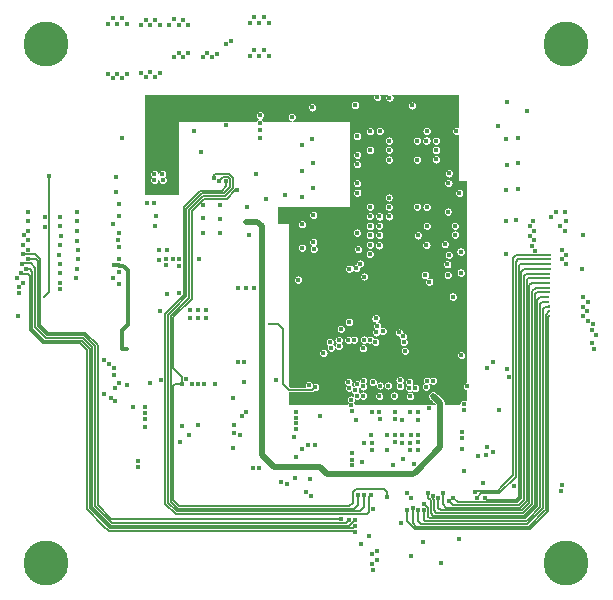
<source format=gbr>
%TF.GenerationSoftware,KiCad,Pcbnew,5.1.10-88a1d61d58~88~ubuntu20.04.1*%
%TF.CreationDate,2021-06-10T18:40:27+05:30*%
%TF.ProjectId,LB1A_DCA7M4_R512MB_F4GB,4c423141-5f44-4434-9137-4d345f523531,1.0.0*%
%TF.SameCoordinates,Original*%
%TF.FileFunction,Copper,L5,Inr*%
%TF.FilePolarity,Positive*%
%FSLAX46Y46*%
G04 Gerber Fmt 4.6, Leading zero omitted, Abs format (unit mm)*
G04 Created by KiCad (PCBNEW 5.1.10-88a1d61d58~88~ubuntu20.04.1) date 2021-06-10 18:40:27*
%MOMM*%
%LPD*%
G01*
G04 APERTURE LIST*
%TA.AperFunction,ComponentPad*%
%ADD10C,3.800000*%
%TD*%
%TA.AperFunction,ViaPad*%
%ADD11C,0.400050*%
%TD*%
%TA.AperFunction,ViaPad*%
%ADD12C,0.275590*%
%TD*%
%TA.AperFunction,Conductor*%
%ADD13C,0.152400*%
%TD*%
%TA.AperFunction,Conductor*%
%ADD14C,0.508000*%
%TD*%
%TA.AperFunction,Conductor*%
%ADD15C,0.300000*%
%TD*%
%TA.AperFunction,Conductor*%
%ADD16C,0.090000*%
%TD*%
%TA.AperFunction,Conductor*%
%ADD17C,0.127000*%
%TD*%
%TA.AperFunction,Conductor*%
%ADD18C,0.100000*%
%TD*%
%TA.AperFunction,Conductor*%
%ADD19C,0.304800*%
%TD*%
G04 APERTURE END LIST*
D10*
%TO.N,N/C*%
%TO.C,H4*%
X118000000Y-113500000D03*
%TD*%
%TO.N,N/C*%
%TO.C,H3*%
X162000000Y-113500000D03*
%TD*%
%TO.N,N/C*%
%TO.C,H2*%
X162000000Y-69500000D03*
%TD*%
%TO.N,N/C*%
%TO.C,H1*%
X118000000Y-69500000D03*
%TD*%
D11*
%TO.N,GND*%
X132705000Y-83180000D03*
X132705000Y-84320000D03*
X132710000Y-85505000D03*
X131305000Y-85505000D03*
X153160000Y-95890000D03*
X144870000Y-99300000D03*
X147470000Y-99300000D03*
X148820000Y-99350000D03*
X145570000Y-100700000D03*
X146270000Y-101300000D03*
X145570000Y-103300000D03*
X149470000Y-100700000D03*
X147520000Y-102650000D03*
X148870000Y-102600000D03*
X148170000Y-103300000D03*
X148820000Y-103950000D03*
X150420000Y-100350000D03*
X130530000Y-76880000D03*
X124155000Y-87780000D03*
X124155000Y-86730000D03*
X124155000Y-85530000D03*
X124180000Y-84130000D03*
X124180000Y-83105000D03*
X123955000Y-80830000D03*
X123955000Y-82030000D03*
X133280000Y-76380000D03*
X124480000Y-77530000D03*
X127630000Y-92105000D03*
X124180000Y-88855000D03*
X131330000Y-83205000D03*
X131305000Y-84280000D03*
X144270000Y-88520000D03*
X144440000Y-86920000D03*
X145450000Y-83310000D03*
X144340000Y-77320000D03*
X144360000Y-78920000D03*
X144360000Y-79720000D03*
X144360000Y-81330000D03*
X151020000Y-79310000D03*
X152750000Y-76910000D03*
X152110000Y-80490000D03*
X152620000Y-84930000D03*
X153120000Y-88890000D03*
X153110000Y-87110000D03*
X144320000Y-85500000D03*
X141500000Y-95700000D03*
X139690000Y-86790000D03*
X139680000Y-84800000D03*
X139670000Y-82520000D03*
X139670000Y-80270000D03*
X139670000Y-78110000D03*
X157960000Y-81810000D03*
X157980000Y-79610000D03*
X157980000Y-77500000D03*
X158750000Y-75220000D03*
X138820000Y-75710000D03*
X126390000Y-100770000D03*
X126410000Y-102000000D03*
X130150000Y-102600000D03*
X129500000Y-101860000D03*
X133910000Y-101760000D03*
X136850000Y-67740000D03*
X136450000Y-67240000D03*
X136050000Y-67740000D03*
X135650000Y-67240000D03*
X135250000Y-67740000D03*
X136850000Y-70540000D03*
X136450000Y-70040000D03*
X136050000Y-70540000D03*
X135650000Y-70040000D03*
X135250000Y-70540000D03*
X143900000Y-104200000D03*
X149200000Y-105100000D03*
X146220000Y-99350000D03*
X147530000Y-101299999D03*
X156330000Y-100540000D03*
X135510000Y-105400000D03*
X145390000Y-111150000D03*
X151490000Y-113460000D03*
X144670000Y-111840000D03*
X126840000Y-98250000D03*
X157831284Y-84451284D03*
X137443735Y-97970000D03*
X130840000Y-98281826D03*
X129255000Y-90655000D03*
X144790000Y-104900000D03*
X148890000Y-112850000D03*
X152960000Y-111420000D03*
X143655135Y-93070000D03*
X153000000Y-82148366D03*
X147031634Y-77710000D03*
X152080000Y-81321635D03*
X128460000Y-67920000D03*
X128860000Y-67460000D03*
X129250000Y-67920000D03*
X129650000Y-67510000D03*
X130060000Y-67920000D03*
X124180000Y-89858366D03*
X128213815Y-90663815D03*
%TO.N,MPU_VDDA_1V8_REG*%
X143924127Y-100593571D03*
X153380000Y-100510000D03*
%TO.N,PMIC_VOUT3_VDD*%
X148170000Y-102650000D03*
X149470000Y-101350000D03*
X148820000Y-103300000D03*
X149470000Y-102650000D03*
X149470000Y-103250000D03*
X148270000Y-104650000D03*
X134230000Y-90205000D03*
X134905000Y-90230000D03*
X135655000Y-90230000D03*
X135005000Y-83330000D03*
X135780000Y-80530000D03*
X149470000Y-103910000D03*
X148560000Y-107520000D03*
X126050000Y-67900000D03*
X126450000Y-67520000D03*
X126850000Y-67900000D03*
X127260000Y-67500000D03*
X127650000Y-67910000D03*
X157640000Y-106990000D03*
X157000000Y-97040000D03*
X147550000Y-103240000D03*
X145715101Y-108865125D03*
X140800000Y-98569999D03*
D12*
X136880000Y-93260000D03*
D11*
%TO.N,PMIC_LDO4_VDD_USB*%
X150770000Y-99350000D03*
X135410000Y-84580000D03*
X134920000Y-84580000D03*
%TO.N,Net-(C5-Pad2)*%
X140260000Y-98420000D03*
%TO.N,Net-(C6-Pad1)*%
X153360000Y-100000000D03*
%TO.N,Net-(C7-Pad1)*%
X147400000Y-105160000D03*
%TO.N,PMIC_VREF_DDR*%
X144370000Y-82120000D03*
X123660000Y-84780000D03*
X155355708Y-96935708D03*
X152640000Y-85671635D03*
%TO.N,PMIC_LDO3_VTT_DDR*%
X127140000Y-82970000D03*
X140550000Y-74900000D03*
X140560000Y-77570000D03*
X140630000Y-79640000D03*
X140640000Y-81720000D03*
X140640000Y-84010000D03*
X140640000Y-86300000D03*
X140670000Y-86890000D03*
X144170000Y-74710000D03*
X146050000Y-74040000D03*
X147090000Y-74070000D03*
X148990000Y-74740000D03*
X157050000Y-74430000D03*
X156260000Y-76450000D03*
X156990000Y-77600000D03*
X157000000Y-79750000D03*
X156990000Y-81910000D03*
X156990000Y-84550000D03*
X156960000Y-87290000D03*
X126590000Y-82990000D03*
%TO.N,PMIC_VOUT2_VDD_DDR*%
X148170000Y-99350000D03*
X149470000Y-99350000D03*
X145570000Y-99350000D03*
X146870000Y-99350000D03*
X127205000Y-81830000D03*
X127755000Y-81855000D03*
X127730000Y-78255000D03*
X128305000Y-78255000D03*
X128905000Y-78255000D03*
X143920000Y-86930000D03*
X146210000Y-83330000D03*
X144340000Y-76530000D03*
X144340000Y-78120000D03*
X144370000Y-80520000D03*
X151040000Y-76920000D03*
X152560000Y-77780000D03*
X149370000Y-81740000D03*
X152050000Y-82120000D03*
X152170000Y-83020000D03*
X138930000Y-83960000D03*
X152790358Y-87900358D03*
X152650000Y-86358365D03*
%TO.N,Net-(C42-Pad1)*%
X132330000Y-98281826D03*
%TO.N,5V_VIN*%
X127180000Y-80555000D03*
X127180000Y-81055000D03*
X127880000Y-81055000D03*
X127855000Y-80555000D03*
X129280000Y-87755000D03*
X128230000Y-86955000D03*
X127605000Y-86980000D03*
X127605000Y-87855000D03*
X129255000Y-88305000D03*
X123250000Y-72040000D03*
X123650000Y-72440000D03*
X124050000Y-72040000D03*
X124450000Y-72440000D03*
X124850000Y-72040000D03*
X135200000Y-85700000D03*
X127260000Y-84920000D03*
X130940000Y-87740000D03*
X131160000Y-78690000D03*
%TO.N,PMIC_VOUT1_VDD_CORE*%
X146870000Y-103950000D03*
X144220000Y-101400000D03*
X146220000Y-100700000D03*
X144920000Y-103300000D03*
X147520000Y-100700000D03*
X148820000Y-100700000D03*
X145570000Y-103950000D03*
X136105000Y-75580000D03*
X136105000Y-76205000D03*
X136105000Y-76855000D03*
X136105000Y-77530000D03*
X146870000Y-102600000D03*
X148170000Y-101350000D03*
X145550000Y-102650000D03*
%TO.N,PMIC_VOUT4_3V3*%
X123250000Y-67840000D03*
X123650000Y-67340000D03*
X124050000Y-67840000D03*
X124450000Y-67340000D03*
X124850000Y-67840000D03*
X130230000Y-92080000D03*
X130855000Y-92080000D03*
X131580000Y-92080000D03*
X131580000Y-92755000D03*
X130855000Y-92755000D03*
X130205000Y-92755000D03*
%TO.N,PMIC_LDO1_1V8*%
X128210000Y-87740000D03*
X128740000Y-87740000D03*
X128210000Y-88280000D03*
X126050000Y-72000000D03*
X126450000Y-72320000D03*
X126850000Y-71930000D03*
X127250000Y-72340000D03*
X127650000Y-71980000D03*
%TO.N,PMIC_LDO6_1V0*%
X123710000Y-89320000D03*
X131260000Y-70660000D03*
X131640000Y-70330000D03*
X132050000Y-70640000D03*
X132450000Y-70340000D03*
%TO.N,I2C1_SCL*%
X157169082Y-97762089D03*
X160750000Y-84157373D03*
%TO.N,I2C1_SDA*%
X155140000Y-107940000D03*
D12*
X160670000Y-88170000D03*
D11*
%TO.N,I2C4_SCL*%
X144400000Y-107700000D03*
X132225007Y-80916879D03*
%TO.N,I2C4_SDA*%
X144960000Y-107680000D03*
X132650000Y-81140000D03*
%TO.N,ETH_NRST*%
X164560000Y-94180000D03*
X154970000Y-106710000D03*
%TO.N,Net-(R7-Pad1)*%
X153640000Y-98530000D03*
%TO.N,DDR_A0*%
X146270000Y-98450000D03*
X146220000Y-85700000D03*
%TO.N,DDR_A1*%
X150220000Y-86540000D03*
X148770000Y-98650000D03*
%TO.N,DDR_A2*%
X144870000Y-98530003D03*
X146190000Y-86590000D03*
%TO.N,DDR_A3*%
X145670000Y-98150000D03*
X145430000Y-85710000D03*
%TO.N,DDR_A4*%
X150270000Y-98050000D03*
X152102194Y-87385233D03*
%TO.N,DDR_A5*%
X144870000Y-98050000D03*
X145440000Y-86530000D03*
%TO.N,DDR_A6*%
X150770000Y-98050000D03*
X151985842Y-88188494D03*
%TO.N,DDR_A7*%
X144610000Y-88120000D03*
X143609848Y-98151106D03*
%TO.N,DDR_A8*%
X155880000Y-96450000D03*
X152030000Y-89091755D03*
%TO.N,DDR_A9*%
X144370000Y-98350000D03*
X145424865Y-87320000D03*
%TO.N,DDR_A10*%
X150241634Y-84925886D03*
X148382148Y-95507852D03*
%TO.N,DDR_A11*%
X148770000Y-98150000D03*
X150103231Y-89090000D03*
%TO.N,DDR_A12*%
X148296294Y-94774732D03*
X149490000Y-85740000D03*
%TO.N,DDR_A13*%
X144950000Y-89220000D03*
X143686090Y-98622980D03*
%TO.N,DDR_A14*%
X149250003Y-98650000D03*
X150464866Y-89660000D03*
%TO.N,DDR_BA0*%
X145440000Y-84940000D03*
X146520000Y-93830000D03*
%TO.N,DDR_BA1*%
X150170000Y-98550000D03*
X151767853Y-86497540D03*
%TO.N,DDR_BA2*%
X146220000Y-84920000D03*
X145970000Y-93950000D03*
%TO.N,DDR_CLK_P*%
X148229412Y-94299412D03*
X150228365Y-83330000D03*
%TO.N,DDR_CLK_N*%
X149420000Y-83320000D03*
X147890000Y-93960000D03*
%TO.N,DDR_RESETN*%
X143700000Y-88560000D03*
X139360000Y-89480000D03*
%TO.N,DDR_CKE*%
X152030000Y-83720000D03*
X152440000Y-90920000D03*
%TO.N,DDR_RASN*%
X147948175Y-98004292D03*
X147028846Y-82531634D03*
%TO.N,DDR_CSN*%
X146230000Y-84130000D03*
X145910000Y-92760000D03*
%TO.N,DDR_ODT*%
X145420000Y-84120000D03*
X146050000Y-93390000D03*
%TO.N,DDR_WEN*%
X146970000Y-98450000D03*
X147040000Y-84130000D03*
%TO.N,DDR_CASN*%
X147971651Y-98483719D03*
X147020000Y-83320000D03*
%TO.N,SDMMC2_D0*%
X139170875Y-100690786D03*
X134957531Y-100729660D03*
%TO.N,SDMMC2_D1*%
X134580000Y-101060000D03*
X139162342Y-101170712D03*
%TO.N,SDMMC2_D2*%
X139151077Y-102130549D03*
X134406949Y-102625000D03*
%TO.N,SDMMC2_D3*%
X134770000Y-98160000D03*
X141240000Y-101020000D03*
%TO.N,SDMMC2_D4*%
X153210000Y-102380000D03*
X133880000Y-99503315D03*
%TO.N,SDMMC2_D5*%
X140151078Y-103465000D03*
X131350000Y-98281826D03*
%TO.N,SDMMC2_D6*%
X139710000Y-103825000D03*
X130330000Y-98281826D03*
%TO.N,SDMMC2_D7*%
X139149754Y-101650549D03*
X133940000Y-102480000D03*
%TO.N,SDMMC2_CMD*%
X127740000Y-98000000D03*
X138987483Y-102842897D03*
X139140000Y-104500000D03*
%TO.N,SDMMC2_CK*%
X140770000Y-103465000D03*
X129890000Y-97912394D03*
%TO.N,NRST*%
X134200000Y-81880000D03*
X146860000Y-107900000D03*
D12*
X117840000Y-90970000D03*
D11*
X118276817Y-80736817D03*
X129500000Y-98281826D03*
%TO.N,DSI_CKN*%
X119160000Y-86580000D03*
%TO.N,DSI_D1_N*%
X119240000Y-85750000D03*
%TO.N,JTDO_TRACESWO*%
X119190000Y-84970000D03*
%TO.N,JTDI*%
X119220000Y-84160000D03*
%TO.N,LCD_G4*%
X117914990Y-84160000D03*
%TO.N,LCD_R6*%
X116510000Y-83760000D03*
%TO.N,LCD_B4*%
X120580000Y-89380000D03*
X140383308Y-106352945D03*
%TO.N,LCD_B3*%
X119210000Y-88950000D03*
%TO.N,STLINK_UART4_RX*%
X120650000Y-88550000D03*
X139108341Y-106281626D03*
%TO.N,STLINK_UART4_TX*%
X119200000Y-88150000D03*
%TO.N,I2S2_WS*%
X120690000Y-87760000D03*
X138378090Y-106816265D03*
%TO.N,DSI_TE*%
X123509943Y-99496813D03*
%TO.N,DSI_D0_N*%
X122910000Y-99160000D03*
%TO.N,DSI_CKP*%
X120670000Y-86180000D03*
%TO.N,DSI_D1_P*%
X120650000Y-85380000D03*
%TO.N,NJRST*%
X120620000Y-84560000D03*
%TO.N,JTCK_SWCLK*%
X120640000Y-83760000D03*
%TO.N,LCD_G5*%
X117890000Y-84990000D03*
%TO.N,LCD_R4*%
X116500000Y-84560000D03*
%TO.N,LCD_G3*%
X119210000Y-89760000D03*
X140060002Y-107506647D03*
%TO.N,LCD_R3*%
X143900000Y-104719997D03*
X125780000Y-104870000D03*
%TO.N,LCD_G1*%
X119150000Y-87360000D03*
X137911258Y-106587655D03*
%TO.N,DSI_D0_P*%
X120680000Y-86980000D03*
%TO.N,JTMS_SWDIO*%
X134278347Y-96449045D03*
%TO.N,LCD_G2*%
X116520000Y-85360000D03*
%TO.N,LCD_R7*%
X119210000Y-90240003D03*
X140434875Y-107840000D03*
%TO.N,LCD_R2*%
X143900000Y-105200000D03*
X125790210Y-105349893D03*
%TO.N,SDMMC1_CMD*%
X123869483Y-98645894D03*
%TO.N,SDMMC1_CK*%
X124210016Y-98277530D03*
%TO.N,I2S2_CK*%
X124840000Y-98400000D03*
%TO.N,SDMMC1_D2*%
X143820000Y-100125000D03*
X123740000Y-97547269D03*
%TO.N,SDMMC1_D3*%
X143820000Y-99644997D03*
X123730000Y-96990001D03*
%TO.N,SDMMC1_D1*%
X144356922Y-99311683D03*
X123340000Y-96660000D03*
%TO.N,SDMMC1_D0*%
X144170000Y-98850000D03*
X122910000Y-96290000D03*
%TO.N,DSI_RESET*%
X134780000Y-96449045D03*
%TO.N,I2S2_SDO*%
X116510000Y-86170000D03*
%TO.N,LCD_G7*%
X116050000Y-86550000D03*
%TO.N,LCD_G6*%
X116120000Y-85740000D03*
%TO.N,DDR_DQ3*%
X142126111Y-95233889D03*
X145440000Y-78510000D03*
%TO.N,DDR_DQ0*%
X142038506Y-94761949D03*
X145440000Y-76920000D03*
%TO.N,DDR_DQ1*%
X142778205Y-94620493D03*
X147031634Y-78490000D03*
%TO.N,USART1_CTS*%
X116480000Y-87750000D03*
X143643183Y-109843183D03*
%TO.N,DDR_DQ7*%
X146260000Y-76900000D03*
X142800000Y-95100000D03*
%TO.N,DDR_DQS0_P*%
X149430000Y-77720000D03*
X143600000Y-94590000D03*
%TO.N,DDR_DQS0_N*%
X150220000Y-77710000D03*
X144079807Y-94576292D03*
%TO.N,LCD_VSYNC*%
X116010000Y-88130000D03*
X144151366Y-109851366D03*
%TO.N,DDR_DQ2*%
X150230000Y-76910000D03*
X144940000Y-94560000D03*
%TO.N,DDR_DQ6*%
X149410000Y-79340000D03*
X144840000Y-95300000D03*
%TO.N,DDR_DQM0*%
X142960000Y-93650000D03*
X147031634Y-79320000D03*
%TO.N,DDR_DQ4*%
X151020000Y-77720000D03*
X145890000Y-94760000D03*
%TO.N,DDR_DQ5*%
X145430000Y-94570000D03*
X151020000Y-78520000D03*
%TO.N,LCD_B0*%
X116510000Y-86960000D03*
%TO.N,PMIC_WAKEUP*%
X145550000Y-107700000D03*
X133220000Y-81160000D03*
%TO.N,LCD_B7*%
X115910000Y-88950000D03*
X144187038Y-110860067D03*
%TO.N,LCD_B1*%
X116290000Y-88610000D03*
X144203148Y-110350339D03*
%TO.N,U_LED_1*%
X115714991Y-90619976D03*
X145621085Y-113557001D03*
%TO.N,BOOT2*%
X115550000Y-89360000D03*
X146070721Y-112461625D03*
%TO.N,BOOT0*%
X115710000Y-90140000D03*
X146010000Y-113191876D03*
%TO.N,BOOT1*%
X115650000Y-92560000D03*
X145679312Y-114055262D03*
%TO.N,STUSB1600_IRQOUTn*%
X148600000Y-108950000D03*
D12*
X160623733Y-92564627D03*
D11*
%TO.N,POWER_ON*%
X148880000Y-108000000D03*
X138220000Y-82350000D03*
%TO.N,LCD_HSYNC*%
X149064863Y-108830000D03*
D12*
X160590000Y-92170000D03*
D11*
%TO.N,LCD_B5*%
X150360000Y-107530000D03*
D12*
X160570764Y-90546744D03*
D11*
%TO.N,ANA0*%
X149996975Y-108978865D03*
D12*
X160550000Y-91360000D03*
%TO.N,ANA1*%
X160540000Y-90960000D03*
D11*
X150030229Y-108500229D03*
%TO.N,HDMI_INT*%
X150760000Y-107800000D03*
D12*
X160560000Y-90170000D03*
D11*
%TO.N,ETH_RXD3*%
X154350000Y-107500000D03*
D12*
X160650000Y-87360000D03*
D11*
%TO.N,ETH_TXD3*%
X151220000Y-107970000D03*
D12*
X160560000Y-89760000D03*
D11*
%TO.N,ETH_TXD2*%
X151610000Y-107590000D03*
D12*
X160580000Y-89360000D03*
D11*
%TO.N,ETH_CLK125*%
X163940000Y-91350000D03*
%TO.N,USART1_TX*%
X155830000Y-104040000D03*
%TO.N,ETH_CLK*%
X153230000Y-102929749D03*
X162050000Y-88169465D03*
%TO.N,LCD_DE*%
X161682245Y-87778930D03*
%TO.N,HDMI_CEC*%
X159377135Y-87054070D03*
%TO.N,USART1_RX*%
X159160030Y-86625972D03*
%TO.N,HDMI_NRST*%
X159240000Y-84540000D03*
%TO.N,ETH_TXD1*%
X152096543Y-108203833D03*
D12*
X160620000Y-88970000D03*
%TO.N,ETH_TXD0*%
X160660000Y-87760000D03*
D11*
X154490000Y-107960000D03*
%TO.N,LCD_R1*%
X164400000Y-95340000D03*
X161646424Y-107371018D03*
%TO.N,ETH_RX_CLK*%
X164230000Y-94880000D03*
X161671653Y-106870000D03*
%TO.N,ETH_MDC*%
X163850000Y-92140000D03*
%TO.N,SPI5_NSS*%
X161490000Y-84938424D03*
%TO.N,SPI5_MOSI*%
X161920000Y-85340000D03*
%TO.N,DSI_BL_CTRL*%
X161940000Y-83770000D03*
%TO.N,ETH_TX_EN*%
X152510000Y-107960000D03*
D12*
X160640000Y-88590000D03*
D11*
%TO.N,ETH_GTX_CLK*%
X164200000Y-93730000D03*
%TO.N,PA0_WKUP*%
X153440000Y-105710000D03*
X136660000Y-82689725D03*
%TO.N,LCD_R0*%
X163460000Y-92550000D03*
%TO.N,LCD_R5*%
X163450000Y-90970000D03*
%TO.N,ETH_RXD2*%
X154570000Y-104450000D03*
%TO.N,ETH_RXD1*%
X155270000Y-104300000D03*
%TO.N,ETH_RX_DV*%
X153270000Y-103823376D03*
%TO.N,LCD_B2*%
X161696047Y-86988975D03*
%TO.N,SPI5_SCK*%
X163440000Y-85720000D03*
%TO.N,USB_DM2*%
X159020000Y-85750000D03*
%TO.N,USB_DM1*%
X158950000Y-84960000D03*
%TO.N,USART1_RTS*%
X161180000Y-83770000D03*
%TO.N,ETH_MDIO*%
X164323641Y-93243824D03*
%TO.N,U_LED_2*%
X163910000Y-92960000D03*
%TO.N,ETH_RXD0*%
X155320000Y-103660000D03*
%TO.N,ETH_MDINT*%
X163430000Y-88560000D03*
%TO.N,SPI5_MISO*%
X162053919Y-87379475D03*
%TO.N,LCD_CLK*%
X162011217Y-84547889D03*
%TO.N,USB_DP2*%
X159310000Y-86170000D03*
%TO.N,USB_DP1*%
X159329049Y-85333345D03*
%TO.N,nPONKEY*%
X127355000Y-84130000D03*
%TO.N,PMIC_LDO2_2V9*%
X124130000Y-86105000D03*
X128850000Y-70640000D03*
X129260000Y-70330000D03*
X129650000Y-70670000D03*
X130060000Y-70330000D03*
%TO.N,LCD_B6*%
X116060000Y-87350000D03*
X142960000Y-109715125D03*
%TO.N,DSI_LCD_INT*%
X123890000Y-99790000D03*
%TO.N,U_BUTTON_1*%
X116040000Y-89750000D03*
X145643267Y-112724184D03*
%TO.N,U_BUTTON_2*%
X149517122Y-108990819D03*
D12*
X160580000Y-91750000D03*
D11*
%TO.N,LCD_G0*%
X163450000Y-91770000D03*
%TO.N,Net-(C75-Pad2)*%
X148034771Y-110090000D03*
%TO.N,Net-(C76-Pad2)*%
X149970000Y-111690000D03*
%TO.N,PMIC_LDO5_2V9*%
X130840000Y-101770000D03*
X129340000Y-103270000D03*
X123730000Y-88280000D03*
X133270000Y-69560000D03*
X133660000Y-69270000D03*
X126380000Y-100270000D03*
X126400000Y-101280000D03*
X133870000Y-103760000D03*
X125400000Y-100240000D03*
X136080000Y-105421624D03*
D12*
X124840000Y-95350000D03*
X124470000Y-95360000D03*
X124470000Y-94990000D03*
D11*
X124240000Y-88300000D03*
%TD*%
D13*
%TO.N,PMIC_VOUT3_VDD*%
X140572173Y-98797826D02*
X138597826Y-98797826D01*
X140800000Y-98569999D02*
X140572173Y-98797826D01*
X138597826Y-98797826D02*
X138100000Y-98300000D01*
X138100000Y-98300000D02*
X138100000Y-93700000D01*
X138100000Y-93700000D02*
X137650000Y-93250000D01*
X137650000Y-93250000D02*
X137381505Y-93250000D01*
X136890000Y-93250000D02*
X136880000Y-93260000D01*
X137381505Y-93250000D02*
X136890000Y-93250000D01*
D14*
%TO.N,PMIC_LDO4_VDD_USB*%
X134920000Y-84580000D02*
X135410000Y-84580000D01*
X135910000Y-84580000D02*
X135410000Y-84580000D01*
X150770000Y-99350000D02*
X150950001Y-99530001D01*
X151400000Y-103684402D02*
X149354401Y-105730001D01*
X150960001Y-99530001D02*
X151400000Y-99970000D01*
X149349999Y-105730001D02*
X149120000Y-105960000D01*
X151400000Y-99970000D02*
X151400000Y-103684402D01*
X141220000Y-105380000D02*
X137330000Y-105380000D01*
X137330000Y-105380000D02*
X136260000Y-104310000D01*
X150950001Y-99530001D02*
X150960001Y-99530001D01*
X149354401Y-105730001D02*
X149349999Y-105730001D01*
X149120000Y-105960000D02*
X141800000Y-105960000D01*
X136260000Y-104310000D02*
X136260000Y-84930000D01*
X141800000Y-105960000D02*
X141220000Y-105380000D01*
X136260000Y-84930000D02*
X135910000Y-84580000D01*
D15*
%TO.N,PMIC_VOUT2_VDD_DDR*%
X127730000Y-81830000D02*
X127755000Y-81855000D01*
D16*
%TO.N,I2C1_SDA*%
X155140000Y-107940000D02*
X155140000Y-107880000D01*
D17*
X158016827Y-88313173D02*
X158160000Y-88170000D01*
X158016827Y-104769779D02*
X158016827Y-88313173D01*
X158160000Y-88170000D02*
X160670000Y-88170000D01*
X155140000Y-107940000D02*
X155170000Y-107940000D01*
X157798998Y-108107700D02*
X158016827Y-107889871D01*
X155307700Y-108107700D02*
X157798998Y-108107700D01*
X158016827Y-105590000D02*
X158016827Y-104680000D01*
X158016827Y-107889871D02*
X158016827Y-105590000D01*
X155140000Y-107940000D02*
X155307700Y-108107700D01*
D18*
%TO.N,I2C4_SCL*%
X132270000Y-80961872D02*
X132225007Y-80916879D01*
D17*
X132338610Y-80551390D02*
X132225007Y-80664993D01*
X133475080Y-80551390D02*
X132338610Y-80551390D01*
X133813736Y-80890046D02*
X133475080Y-80551390D01*
X133303303Y-82264692D02*
X133813736Y-81754260D01*
X133169386Y-82398610D02*
X133303303Y-82264692D01*
X131274691Y-82398610D02*
X133169386Y-82398610D01*
X130110000Y-83563301D02*
X131274691Y-82398610D01*
X130110000Y-91006604D02*
X130110000Y-83563301D01*
X128562346Y-92554258D02*
X130110000Y-91006604D01*
X128562346Y-108275742D02*
X128562346Y-92554258D01*
X129169384Y-108882780D02*
X128562346Y-108275742D01*
X132225007Y-80664993D02*
X132225007Y-80916879D01*
X144400000Y-108530000D02*
X144047220Y-108882780D01*
X144400000Y-107700000D02*
X144400000Y-108530000D01*
X144047220Y-108882780D02*
X129169384Y-108882780D01*
X133813736Y-81754260D02*
X133813736Y-80890046D01*
%TO.N,I2C4_SDA*%
X128900000Y-91893303D02*
X128946651Y-91846651D01*
X128333736Y-92459566D02*
X128946651Y-91846651D01*
X129074692Y-109111390D02*
X128333736Y-108370434D01*
X144960000Y-107680000D02*
X144960000Y-108750000D01*
X144598610Y-109111390D02*
X129074692Y-109111390D01*
X128333736Y-108370434D02*
X128333736Y-92459566D01*
X144960000Y-108750000D02*
X144598610Y-109111390D01*
X129881389Y-90911912D02*
X129881390Y-83468607D01*
X128946651Y-91846651D02*
X129881389Y-90911912D01*
X129881390Y-83468607D02*
X131180000Y-82169997D01*
X133585125Y-81659568D02*
X133585125Y-80984739D01*
X131180000Y-82169997D02*
X133074693Y-82169997D01*
X133380387Y-80780001D02*
X133009999Y-80780001D01*
X133074693Y-82169997D02*
X133585125Y-81659568D01*
X133585125Y-80984739D02*
X133380387Y-80780001D01*
X133009999Y-80780001D02*
X132650000Y-81140000D01*
%TO.N,NRST*%
X146870000Y-107910000D02*
X146860000Y-107900000D01*
X118280116Y-90529884D02*
X118280116Y-80799884D01*
X117840000Y-90970000D02*
X118280116Y-90529884D01*
X118280116Y-80740116D02*
X118276817Y-80736817D01*
X118280116Y-80799884D02*
X118280116Y-80740116D01*
X128949954Y-98320046D02*
X129461780Y-98320046D01*
X128790956Y-108181050D02*
X128790956Y-98470000D01*
X129264076Y-108654170D02*
X128790956Y-108181050D01*
X128800000Y-98470000D02*
X128949954Y-98320046D01*
X143980000Y-108360000D02*
X143685830Y-108654170D01*
X146860000Y-107440000D02*
X146610000Y-107190000D01*
X144250000Y-107190000D02*
X143980000Y-107460000D01*
X129461780Y-98320046D02*
X129500000Y-98281826D01*
X128790956Y-98470000D02*
X128800000Y-98470000D01*
X143980000Y-107460000D02*
X143980000Y-108360000D01*
X143685830Y-108654170D02*
X129264076Y-108654170D01*
X146610000Y-107190000D02*
X144250000Y-107190000D01*
X146860000Y-107900000D02*
X146860000Y-107440000D01*
X129500000Y-98281826D02*
X129500000Y-98150000D01*
X131369383Y-82627220D02*
X133302780Y-82627220D01*
X133302780Y-82627220D02*
X134050000Y-81880000D01*
X130338610Y-83657993D02*
X131369383Y-82627220D01*
X130338610Y-91101297D02*
X130338610Y-83657993D01*
X134050000Y-81880000D02*
X134200000Y-81880000D01*
X128790956Y-92648950D02*
X130338610Y-91101297D01*
X129500000Y-97700000D02*
X128790956Y-96990956D01*
X128790956Y-96990956D02*
X128790956Y-92648950D01*
X129500000Y-98281826D02*
X129500000Y-97700000D01*
%TO.N,USART1_CTS*%
X123586948Y-110080251D02*
X143406115Y-110080251D01*
X122161390Y-108654693D02*
X123586948Y-110080251D01*
X122161390Y-95134692D02*
X122161390Y-108654693D01*
X118065307Y-94198610D02*
X121225308Y-94198610D01*
X117190906Y-87750000D02*
X117308494Y-87867588D01*
X143406115Y-110080251D02*
X143643183Y-109843183D01*
X116480000Y-87750000D02*
X117190906Y-87750000D01*
X117308494Y-93441797D02*
X118065307Y-94198610D01*
X121225308Y-94198610D02*
X122161390Y-95134692D01*
X117308494Y-87867588D02*
X117308494Y-93441797D01*
%TO.N,LCD_VSYNC*%
X116024874Y-88115126D02*
X116010000Y-88130000D01*
X144151366Y-109851366D02*
X143693871Y-110308861D01*
X117079884Y-88459884D02*
X116735126Y-88115126D01*
X121130616Y-94427220D02*
X117970614Y-94427220D01*
X121932780Y-95229384D02*
X121130616Y-94427220D01*
X117079884Y-93536490D02*
X117079884Y-88459884D01*
X117970614Y-94427220D02*
X117079884Y-93536490D01*
X121932780Y-108749386D02*
X121932780Y-95229384D01*
X123492255Y-110308861D02*
X123358338Y-110174943D01*
X123358338Y-110174943D02*
X121932780Y-108749386D01*
X116735126Y-88115126D02*
X116024874Y-88115126D01*
X143693871Y-110308861D02*
X123492255Y-110308861D01*
%TO.N,PMIC_WAKEUP*%
X145349976Y-107900024D02*
X145550000Y-107700000D01*
X145349976Y-109160024D02*
X145349976Y-107900024D01*
X128990000Y-109350000D02*
X145160000Y-109350000D01*
X128105126Y-108465126D02*
X128990000Y-109350000D01*
X128105126Y-92364874D02*
X128105126Y-108465126D01*
X133220000Y-81160000D02*
X133220000Y-81590000D01*
X129652779Y-90817219D02*
X128105126Y-92364874D01*
X145160000Y-109350000D02*
X145349976Y-109160024D01*
X129652780Y-83373915D02*
X129652779Y-90817219D01*
X131085307Y-81941386D02*
X129652780Y-83373915D01*
X132868614Y-81941386D02*
X131085307Y-81941386D01*
X133220000Y-81590000D02*
X132868614Y-81941386D01*
%TO.N,LCD_B7*%
X116445126Y-88975126D02*
X115935126Y-88975126D01*
X116622664Y-93725876D02*
X116622664Y-89152664D01*
X116622664Y-89152664D02*
X116445126Y-88975126D01*
X121475560Y-95448862D02*
X120911138Y-94884440D01*
X144187038Y-110860067D02*
X144150067Y-110860067D01*
X117647311Y-94750522D02*
X116622664Y-93725876D01*
X121475560Y-108938772D02*
X121475560Y-95448862D01*
X122853395Y-110316606D02*
X121475560Y-108938772D01*
X123302867Y-110766079D02*
X122853395Y-110316606D01*
X142050000Y-110766081D02*
X123302867Y-110766079D01*
X144150067Y-110860067D02*
X144056081Y-110766081D01*
X144056081Y-110766081D02*
X142050000Y-110766081D01*
X115935126Y-88975126D02*
X115910000Y-88950000D01*
X117781228Y-94884440D02*
X117647311Y-94750522D01*
X120911138Y-94884440D02*
X117781228Y-94884440D01*
%TO.N,LCD_B1*%
X116630000Y-88610000D02*
X116290000Y-88610000D01*
X121040000Y-94690000D02*
X121040000Y-94670000D01*
X117875921Y-94655830D02*
X116851274Y-93631183D01*
X123397560Y-110537470D02*
X121704170Y-108844079D01*
X116851274Y-88831274D02*
X116630000Y-88610000D01*
X121704170Y-95354170D02*
X121040000Y-94690000D01*
X116851274Y-93631183D02*
X116851274Y-88831274D01*
X121025830Y-94655830D02*
X117875921Y-94655830D01*
X121704170Y-108844079D02*
X121704170Y-95354170D01*
X121040000Y-94670000D02*
X121025830Y-94655830D01*
X144016016Y-110537471D02*
X123397560Y-110537470D01*
X144203148Y-110350339D02*
X144016016Y-110537471D01*
%TO.N,STUSB1600_IRQOUTn*%
X158960709Y-110622410D02*
X149269107Y-110622410D01*
X159423118Y-110160000D02*
X158960709Y-110622410D01*
X148600000Y-109953303D02*
X148600000Y-108950000D01*
X149269107Y-110622410D02*
X148600000Y-109953303D01*
X160595373Y-92564627D02*
X160531659Y-92628341D01*
X159423121Y-110160000D02*
X159423118Y-110160000D01*
X160531658Y-109051463D02*
X159423121Y-110160000D01*
X160531659Y-92628341D02*
X160531658Y-109051463D01*
X160623733Y-92564627D02*
X160595373Y-92564627D01*
%TO.N,LCD_HSYNC*%
X160590000Y-92170000D02*
X160303049Y-92456951D01*
X160303049Y-108956768D02*
X160169131Y-109090685D01*
X160303049Y-92456951D02*
X160303049Y-108956768D01*
X160169131Y-109090685D02*
X158866016Y-110393800D01*
X158866016Y-110393800D02*
X152974693Y-110393800D01*
X150973800Y-110393800D02*
X150830000Y-110393800D01*
X152974693Y-110393800D02*
X150973800Y-110393800D01*
X149064863Y-109063203D02*
X149064863Y-108830000D01*
X149363800Y-110393800D02*
X149064863Y-110094863D01*
X149064863Y-110094863D02*
X149064863Y-109063203D01*
X150973800Y-110393800D02*
X149363800Y-110393800D01*
%TO.N,LCD_B5*%
X160564020Y-90540000D02*
X160570764Y-90546744D01*
X159388487Y-90704815D02*
X159553302Y-90540000D01*
X159553302Y-90540000D02*
X160564020Y-90540000D01*
X159388610Y-106845553D02*
X159388487Y-106845430D01*
X159388610Y-108577996D02*
X159388610Y-106845553D01*
X158487246Y-109479360D02*
X159388610Y-108577996D01*
X150799360Y-109479360D02*
X158487246Y-109479360D01*
X150590711Y-108171098D02*
X150590711Y-109270711D01*
X150590711Y-109270711D02*
X150799360Y-109479360D01*
X159388487Y-106845430D02*
X159388487Y-90704815D01*
X150360000Y-107940387D02*
X150590711Y-108171098D01*
X150360000Y-107530000D02*
X150360000Y-107940387D01*
%TO.N,ANA0*%
X159845707Y-91514293D02*
X160000000Y-91360000D01*
X159845707Y-91905707D02*
X159845707Y-91514293D01*
X159845829Y-108767382D02*
X159845829Y-91905829D01*
X158810549Y-109802662D02*
X159845829Y-108767382D01*
X160000000Y-91360000D02*
X160550000Y-91360000D01*
X159845829Y-91905829D02*
X159845707Y-91905707D01*
X158676632Y-109936580D02*
X158810549Y-109802662D01*
X149996975Y-108978865D02*
X149996975Y-109823557D01*
X149996975Y-109823557D02*
X150109998Y-109936581D01*
X150109998Y-109936581D02*
X150996579Y-109936581D01*
X150996579Y-109936581D02*
X150996580Y-109936580D01*
X150996580Y-109936580D02*
X158676632Y-109936580D01*
X150954690Y-109936580D02*
X150996580Y-109936580D01*
%TO.N,ANA1*%
X159617097Y-91172903D02*
X159820000Y-90970000D01*
X159617220Y-103907220D02*
X159617097Y-103907097D01*
X159617097Y-103907097D02*
X159617097Y-91172903D01*
X159617220Y-108672689D02*
X159617220Y-103907220D01*
X160530000Y-90970000D02*
X160540000Y-90960000D01*
X158581939Y-109707970D02*
X159617220Y-108672689D01*
X151257970Y-109707970D02*
X158581939Y-109707970D01*
X159820000Y-90970000D02*
X160530000Y-90970000D01*
X150360000Y-108830000D02*
X150030229Y-108500229D01*
X150360000Y-109580000D02*
X150360000Y-108830000D01*
X151450000Y-109707970D02*
X150487971Y-109707971D01*
X150487971Y-109707971D02*
X150360000Y-109580000D01*
X150030458Y-108500000D02*
X150030229Y-108500229D01*
X150050000Y-108500000D02*
X150030458Y-108500000D01*
D18*
X150030000Y-108524572D02*
X150030000Y-108500458D01*
X150030000Y-108500458D02*
X150030229Y-108500229D01*
D17*
%TO.N,HDMI_INT*%
X159159877Y-106940123D02*
X159159877Y-90470123D01*
X159159877Y-90470123D02*
X159460000Y-90170000D01*
X159160000Y-106940246D02*
X159159877Y-106940123D01*
X159460000Y-90170000D02*
X160560000Y-90170000D01*
X150760000Y-107800000D02*
X150760000Y-108017084D01*
X150819321Y-109019321D02*
X151050750Y-109250750D01*
X150819321Y-108076405D02*
X150819321Y-109019321D01*
X159160000Y-108483303D02*
X159160000Y-106940246D01*
X150760000Y-108017084D02*
X150819321Y-108076405D01*
X158392553Y-109250750D02*
X159160000Y-108483303D01*
X151050750Y-109250750D02*
X158392553Y-109250750D01*
%TO.N,ETH_RXD3*%
X160650000Y-87360000D02*
X160590804Y-87419196D01*
X157559607Y-87690393D02*
X157559607Y-104580393D01*
X157830804Y-87419196D02*
X157559607Y-87690393D01*
X160590804Y-87419196D02*
X157830804Y-87419196D01*
X156640000Y-106980000D02*
X156646698Y-106980000D01*
X156646698Y-106980000D02*
X157559607Y-106067091D01*
X156280000Y-107340000D02*
X156640000Y-106980000D01*
X154510000Y-107340000D02*
X156280000Y-107340000D01*
X157559607Y-106067091D02*
X157559607Y-104400000D01*
X154350000Y-107500000D02*
X154510000Y-107340000D01*
%TO.N,ETH_TXD3*%
X158297860Y-109022140D02*
X155322140Y-109022140D01*
X158931267Y-108388733D02*
X158297860Y-109022140D01*
X158931267Y-89960000D02*
X158931267Y-108388733D01*
X155568156Y-109022140D02*
X155322140Y-109022140D01*
X159131267Y-89760000D02*
X158931267Y-89960000D01*
X160560000Y-89760000D02*
X159131267Y-89760000D01*
X151422140Y-109022140D02*
X151220000Y-108820000D01*
X151220000Y-108820000D02*
X151220000Y-107970000D01*
X155322140Y-109022140D02*
X151422140Y-109022140D01*
%TO.N,ETH_TXD2*%
X158702657Y-89487343D02*
X158702657Y-105053858D01*
X158830000Y-89360000D02*
X158702657Y-89487343D01*
X160580000Y-89360000D02*
X158830000Y-89360000D01*
X158146470Y-108793530D02*
X158702657Y-108237343D01*
X155473463Y-108793530D02*
X155293530Y-108793530D01*
X155293530Y-108793530D02*
X158146470Y-108793530D01*
X158702657Y-108237343D02*
X158702657Y-104790000D01*
X151620000Y-107600000D02*
X151610000Y-107590000D01*
X151620000Y-108500000D02*
X151620000Y-107600000D01*
X151913530Y-108793530D02*
X151620000Y-108500000D01*
X155293530Y-108793530D02*
X151913530Y-108793530D01*
%TO.N,ETH_TXD1*%
X158474047Y-89180000D02*
X158684047Y-88970000D01*
X158474047Y-108142651D02*
X158474047Y-89180000D01*
X158051778Y-108564920D02*
X158474047Y-108142651D01*
X152454920Y-108564920D02*
X158051778Y-108564920D01*
X158684047Y-88970000D02*
X160620000Y-88970000D01*
X152096543Y-108206543D02*
X152454920Y-108564920D01*
X152096543Y-108203833D02*
X152096543Y-108206543D01*
%TO.N,ETH_TXD0*%
X157788217Y-87951783D02*
X157980000Y-87760000D01*
X157788217Y-106161783D02*
X157788217Y-87951783D01*
X156375126Y-107574874D02*
X157788217Y-106161783D01*
X154875126Y-107574874D02*
X156375126Y-107574874D01*
X157980000Y-87760000D02*
X160660000Y-87760000D01*
X154490000Y-107960000D02*
X154875126Y-107574874D01*
%TO.N,ETH_TX_EN*%
X158470000Y-88590000D02*
X158245437Y-88814563D01*
X160640000Y-88590000D02*
X158470000Y-88590000D01*
X158245437Y-104864472D02*
X158245437Y-104655437D01*
X158245437Y-107984563D02*
X158245437Y-104655437D01*
X157893690Y-108336310D02*
X158245437Y-107984563D01*
X152875126Y-108325126D02*
X152885126Y-108325126D01*
X152896310Y-108336310D02*
X157893690Y-108336310D01*
X152885126Y-108325126D02*
X152896310Y-108336310D01*
X152510000Y-107960000D02*
X152875126Y-108325126D01*
X158245437Y-104655437D02*
X158245437Y-88814563D01*
%TO.N,LCD_B6*%
X117114208Y-87350000D02*
X116060000Y-87350000D01*
X117537104Y-87772896D02*
X117114208Y-87350000D01*
X117537104Y-93347104D02*
X117537104Y-87772896D01*
X118160000Y-93970000D02*
X117537104Y-93347104D01*
X121320000Y-93970000D02*
X118160000Y-93970000D01*
X122390000Y-95040000D02*
X121320000Y-93970000D01*
X122390000Y-108560000D02*
X122390000Y-95040000D01*
X142960000Y-109715125D02*
X123545125Y-109715125D01*
X123545125Y-109715125D02*
X122390000Y-108560000D01*
%TO.N,U_BUTTON_2*%
X149517122Y-108990819D02*
X149517122Y-109017122D01*
X160074439Y-91945561D02*
X160260000Y-91760000D01*
X160074439Y-108862075D02*
X160074439Y-91945561D01*
X159230000Y-109706513D02*
X160074439Y-108862075D01*
X160570000Y-91760000D02*
X160580000Y-91750000D01*
X160260000Y-91760000D02*
X160570000Y-91760000D01*
X159230000Y-109706516D02*
X159230000Y-109706513D01*
X149730000Y-110165190D02*
X158771327Y-110165189D01*
X149517122Y-109952312D02*
X149730000Y-110165190D01*
X158771327Y-110165189D02*
X159230000Y-109706516D01*
X149517122Y-108990819D02*
X149517122Y-109952312D01*
D19*
%TO.N,PMIC_LDO5_2V9*%
X124220000Y-88280000D02*
X124240000Y-88300000D01*
X123730000Y-88280000D02*
X124220000Y-88280000D01*
X124522878Y-88300000D02*
X124920000Y-88697122D01*
X124240000Y-88300000D02*
X124522878Y-88300000D01*
X124920000Y-88697122D02*
X124920000Y-93330000D01*
X124470000Y-93780000D02*
X124470000Y-94990000D01*
X124920000Y-93330000D02*
X124470000Y-93780000D01*
X124470000Y-94990000D02*
X124470000Y-95360000D01*
X124830000Y-95360000D02*
X124840000Y-95350000D01*
X124470000Y-95360000D02*
X124830000Y-95360000D01*
%TD*%
D18*
%TO.N,PMIC_VOUT2_VDD_DDR*%
X152920000Y-76602619D02*
X152915799Y-76599812D01*
X152852099Y-76573426D01*
X152784474Y-76559975D01*
X152715526Y-76559975D01*
X152647901Y-76573426D01*
X152584201Y-76599812D01*
X152526872Y-76638118D01*
X152478118Y-76686872D01*
X152439812Y-76744201D01*
X152413426Y-76807901D01*
X152399975Y-76875526D01*
X152399975Y-76944474D01*
X152413426Y-77012099D01*
X152439812Y-77075799D01*
X152478118Y-77133128D01*
X152526872Y-77181882D01*
X152584201Y-77220188D01*
X152647901Y-77246574D01*
X152715526Y-77260025D01*
X152784474Y-77260025D01*
X152852099Y-77246574D01*
X152915799Y-77220188D01*
X152920000Y-77217381D01*
X152920000Y-81070000D01*
X152920961Y-81079755D01*
X152923806Y-81089134D01*
X152928427Y-81097779D01*
X152934645Y-81105355D01*
X152942221Y-81111573D01*
X152950866Y-81116194D01*
X152960245Y-81119039D01*
X152966781Y-81119896D01*
X153540000Y-81156878D01*
X153540000Y-84810000D01*
X153540961Y-84819755D01*
X153543806Y-84829134D01*
X153548427Y-84837779D01*
X153550000Y-84839696D01*
X153550000Y-98191019D01*
X153537901Y-98193426D01*
X153474201Y-98219812D01*
X153416872Y-98258118D01*
X153368118Y-98306872D01*
X153329812Y-98364201D01*
X153303426Y-98427901D01*
X153289975Y-98495526D01*
X153289975Y-98564474D01*
X153303426Y-98632099D01*
X153329812Y-98695799D01*
X153368118Y-98753128D01*
X153416872Y-98801882D01*
X153474201Y-98840188D01*
X153537901Y-98866574D01*
X153550000Y-98868981D01*
X153550000Y-99705983D01*
X153525799Y-99689812D01*
X153462099Y-99663426D01*
X153394474Y-99649975D01*
X153325526Y-99649975D01*
X153257901Y-99663426D01*
X153194201Y-99689812D01*
X153136872Y-99728118D01*
X153088118Y-99776872D01*
X153049812Y-99834201D01*
X153023426Y-99897901D01*
X153009975Y-99965526D01*
X153009975Y-100034474D01*
X153013063Y-100050000D01*
X151804000Y-100050000D01*
X151804000Y-99989837D01*
X151805954Y-99970000D01*
X151802601Y-99935955D01*
X151798154Y-99890802D01*
X151775053Y-99814648D01*
X151753847Y-99774975D01*
X151737539Y-99744464D01*
X151699700Y-99698358D01*
X151687053Y-99682947D01*
X151671641Y-99670299D01*
X151259701Y-99258359D01*
X151247054Y-99242948D01*
X151185537Y-99192463D01*
X151181816Y-99190474D01*
X151041642Y-99050300D01*
X150995535Y-99012462D01*
X150925352Y-98974948D01*
X150849197Y-98951847D01*
X150770000Y-98944046D01*
X150690803Y-98951847D01*
X150614648Y-98974948D01*
X150544465Y-99012462D01*
X150482948Y-99062948D01*
X150432462Y-99124465D01*
X150394948Y-99194648D01*
X150371847Y-99270803D01*
X150364046Y-99350000D01*
X150371847Y-99429197D01*
X150394948Y-99505352D01*
X150432462Y-99575535D01*
X150470300Y-99621642D01*
X150650299Y-99801641D01*
X150662948Y-99817054D01*
X150724465Y-99867539D01*
X150728186Y-99869528D01*
X150908658Y-100050000D01*
X150601046Y-100050000D01*
X150585799Y-100039812D01*
X150522099Y-100013426D01*
X150454474Y-99999975D01*
X150385526Y-99999975D01*
X150317901Y-100013426D01*
X150254201Y-100039812D01*
X150238954Y-100050000D01*
X144161964Y-100050000D01*
X144156574Y-100022901D01*
X144130188Y-99959201D01*
X144091882Y-99901872D01*
X144075009Y-99884999D01*
X144091882Y-99868125D01*
X144130188Y-99810796D01*
X144156574Y-99747096D01*
X144170025Y-99679471D01*
X144170025Y-99610523D01*
X144169394Y-99607352D01*
X144191123Y-99621871D01*
X144254823Y-99648257D01*
X144322448Y-99661708D01*
X144391396Y-99661708D01*
X144459021Y-99648257D01*
X144522721Y-99621871D01*
X144580050Y-99583565D01*
X144619303Y-99544313D01*
X144646872Y-99571882D01*
X144704201Y-99610188D01*
X144767901Y-99636574D01*
X144835526Y-99650025D01*
X144904474Y-99650025D01*
X144972099Y-99636574D01*
X145035799Y-99610188D01*
X145093128Y-99571882D01*
X145141882Y-99523128D01*
X145180188Y-99465799D01*
X145206574Y-99402099D01*
X145220025Y-99334474D01*
X145220025Y-99315526D01*
X145869975Y-99315526D01*
X145869975Y-99384474D01*
X145883426Y-99452099D01*
X145909812Y-99515799D01*
X145948118Y-99573128D01*
X145996872Y-99621882D01*
X146054201Y-99660188D01*
X146117901Y-99686574D01*
X146185526Y-99700025D01*
X146254474Y-99700025D01*
X146322099Y-99686574D01*
X146385799Y-99660188D01*
X146443128Y-99621882D01*
X146491882Y-99573128D01*
X146530188Y-99515799D01*
X146556574Y-99452099D01*
X146570025Y-99384474D01*
X146570025Y-99315526D01*
X146560080Y-99265526D01*
X147119975Y-99265526D01*
X147119975Y-99334474D01*
X147133426Y-99402099D01*
X147159812Y-99465799D01*
X147198118Y-99523128D01*
X147246872Y-99571882D01*
X147304201Y-99610188D01*
X147367901Y-99636574D01*
X147435526Y-99650025D01*
X147504474Y-99650025D01*
X147572099Y-99636574D01*
X147635799Y-99610188D01*
X147693128Y-99571882D01*
X147741882Y-99523128D01*
X147780188Y-99465799D01*
X147806574Y-99402099D01*
X147820025Y-99334474D01*
X147820025Y-99265526D01*
X147806574Y-99197901D01*
X147780188Y-99134201D01*
X147741882Y-99076872D01*
X147693128Y-99028118D01*
X147635799Y-98989812D01*
X147572099Y-98963426D01*
X147504474Y-98949975D01*
X147435526Y-98949975D01*
X147367901Y-98963426D01*
X147304201Y-98989812D01*
X147246872Y-99028118D01*
X147198118Y-99076872D01*
X147159812Y-99134201D01*
X147133426Y-99197901D01*
X147119975Y-99265526D01*
X146560080Y-99265526D01*
X146556574Y-99247901D01*
X146530188Y-99184201D01*
X146491882Y-99126872D01*
X146443128Y-99078118D01*
X146385799Y-99039812D01*
X146322099Y-99013426D01*
X146254474Y-98999975D01*
X146185526Y-98999975D01*
X146117901Y-99013426D01*
X146054201Y-99039812D01*
X145996872Y-99078118D01*
X145948118Y-99126872D01*
X145909812Y-99184201D01*
X145883426Y-99247901D01*
X145869975Y-99315526D01*
X145220025Y-99315526D01*
X145220025Y-99265526D01*
X145206574Y-99197901D01*
X145180188Y-99134201D01*
X145141882Y-99076872D01*
X145093128Y-99028118D01*
X145035799Y-98989812D01*
X144972099Y-98963426D01*
X144904474Y-98949975D01*
X144835526Y-98949975D01*
X144767901Y-98963426D01*
X144704201Y-98989812D01*
X144646872Y-99028118D01*
X144607620Y-99067371D01*
X144580050Y-99039801D01*
X144522721Y-99001495D01*
X144491474Y-98988552D01*
X144506574Y-98952099D01*
X144520025Y-98884474D01*
X144520025Y-98815526D01*
X144506574Y-98747901D01*
X144480188Y-98684201D01*
X144479676Y-98683435D01*
X144535799Y-98660188D01*
X144543052Y-98655341D01*
X144559812Y-98695802D01*
X144598118Y-98753131D01*
X144646872Y-98801885D01*
X144704201Y-98840191D01*
X144767901Y-98866577D01*
X144835526Y-98880028D01*
X144904474Y-98880028D01*
X144972099Y-98866577D01*
X145035799Y-98840191D01*
X145093128Y-98801885D01*
X145141882Y-98753131D01*
X145180188Y-98695802D01*
X145206574Y-98632102D01*
X145220025Y-98564477D01*
X145220025Y-98495529D01*
X145206574Y-98427904D01*
X145180188Y-98364204D01*
X145141882Y-98306875D01*
X145125009Y-98290002D01*
X145141882Y-98273128D01*
X145180188Y-98215799D01*
X145206574Y-98152099D01*
X145213848Y-98115526D01*
X145319975Y-98115526D01*
X145319975Y-98184474D01*
X145333426Y-98252099D01*
X145359812Y-98315799D01*
X145398118Y-98373128D01*
X145446872Y-98421882D01*
X145504201Y-98460188D01*
X145567901Y-98486574D01*
X145635526Y-98500025D01*
X145704474Y-98500025D01*
X145772099Y-98486574D01*
X145835799Y-98460188D01*
X145893128Y-98421882D01*
X145925063Y-98389947D01*
X145919975Y-98415526D01*
X145919975Y-98484474D01*
X145933426Y-98552099D01*
X145959812Y-98615799D01*
X145998118Y-98673128D01*
X146046872Y-98721882D01*
X146104201Y-98760188D01*
X146167901Y-98786574D01*
X146235526Y-98800025D01*
X146304474Y-98800025D01*
X146372099Y-98786574D01*
X146435799Y-98760188D01*
X146493128Y-98721882D01*
X146541882Y-98673128D01*
X146580188Y-98615799D01*
X146606574Y-98552099D01*
X146620000Y-98484600D01*
X146633426Y-98552099D01*
X146659812Y-98615799D01*
X146698118Y-98673128D01*
X146746872Y-98721882D01*
X146804201Y-98760188D01*
X146867901Y-98786574D01*
X146935526Y-98800025D01*
X147004474Y-98800025D01*
X147072099Y-98786574D01*
X147135799Y-98760188D01*
X147193128Y-98721882D01*
X147241882Y-98673128D01*
X147280188Y-98615799D01*
X147306574Y-98552099D01*
X147320025Y-98484474D01*
X147320025Y-98415526D01*
X147306574Y-98347901D01*
X147280188Y-98284201D01*
X147241882Y-98226872D01*
X147193128Y-98178118D01*
X147135799Y-98139812D01*
X147072099Y-98113426D01*
X147004474Y-98099975D01*
X146935526Y-98099975D01*
X146867901Y-98113426D01*
X146804201Y-98139812D01*
X146746872Y-98178118D01*
X146698118Y-98226872D01*
X146659812Y-98284201D01*
X146633426Y-98347901D01*
X146620000Y-98415400D01*
X146606574Y-98347901D01*
X146580188Y-98284201D01*
X146541882Y-98226872D01*
X146493128Y-98178118D01*
X146435799Y-98139812D01*
X146372099Y-98113426D01*
X146304474Y-98099975D01*
X146235526Y-98099975D01*
X146167901Y-98113426D01*
X146104201Y-98139812D01*
X146046872Y-98178118D01*
X146014937Y-98210053D01*
X146020025Y-98184474D01*
X146020025Y-98115526D01*
X146006574Y-98047901D01*
X145980188Y-97984201D01*
X145970578Y-97969818D01*
X147598150Y-97969818D01*
X147598150Y-98038766D01*
X147611601Y-98106391D01*
X147637987Y-98170091D01*
X147676293Y-98227420D01*
X147704617Y-98255744D01*
X147699769Y-98260591D01*
X147661463Y-98317920D01*
X147635077Y-98381620D01*
X147621626Y-98449245D01*
X147621626Y-98518193D01*
X147635077Y-98585818D01*
X147661463Y-98649518D01*
X147699769Y-98706847D01*
X147748523Y-98755601D01*
X147805852Y-98793907D01*
X147869552Y-98820293D01*
X147937177Y-98833744D01*
X148006125Y-98833744D01*
X148073750Y-98820293D01*
X148137450Y-98793907D01*
X148194779Y-98755601D01*
X148243533Y-98706847D01*
X148281839Y-98649518D01*
X148308225Y-98585818D01*
X148321676Y-98518193D01*
X148321676Y-98449245D01*
X148308225Y-98381620D01*
X148281839Y-98317920D01*
X148243533Y-98260591D01*
X148215210Y-98232268D01*
X148220057Y-98227420D01*
X148258363Y-98170091D01*
X148280965Y-98115526D01*
X148419975Y-98115526D01*
X148419975Y-98184474D01*
X148433426Y-98252099D01*
X148459812Y-98315799D01*
X148498118Y-98373128D01*
X148524990Y-98400000D01*
X148498118Y-98426872D01*
X148459812Y-98484201D01*
X148433426Y-98547901D01*
X148419975Y-98615526D01*
X148419975Y-98684474D01*
X148433426Y-98752099D01*
X148459812Y-98815799D01*
X148498118Y-98873128D01*
X148546872Y-98921882D01*
X148604201Y-98960188D01*
X148667901Y-98986574D01*
X148735526Y-99000025D01*
X148785275Y-99000025D01*
X148717901Y-99013426D01*
X148654201Y-99039812D01*
X148596872Y-99078118D01*
X148548118Y-99126872D01*
X148509812Y-99184201D01*
X148483426Y-99247901D01*
X148469975Y-99315526D01*
X148469975Y-99384474D01*
X148483426Y-99452099D01*
X148509812Y-99515799D01*
X148548118Y-99573128D01*
X148596872Y-99621882D01*
X148654201Y-99660188D01*
X148717901Y-99686574D01*
X148785526Y-99700025D01*
X148854474Y-99700025D01*
X148922099Y-99686574D01*
X148985799Y-99660188D01*
X149043128Y-99621882D01*
X149091882Y-99573128D01*
X149130188Y-99515799D01*
X149156574Y-99452099D01*
X149170025Y-99384474D01*
X149170025Y-99315526D01*
X149156574Y-99247901D01*
X149130188Y-99184201D01*
X149091882Y-99126872D01*
X149043128Y-99078118D01*
X148985799Y-99039812D01*
X148922099Y-99013426D01*
X148854474Y-98999975D01*
X148804725Y-98999975D01*
X148872099Y-98986574D01*
X148935799Y-98960188D01*
X148993128Y-98921882D01*
X149010002Y-98905009D01*
X149026875Y-98921882D01*
X149084204Y-98960188D01*
X149147904Y-98986574D01*
X149215529Y-99000025D01*
X149284477Y-99000025D01*
X149352102Y-98986574D01*
X149415802Y-98960188D01*
X149473131Y-98921882D01*
X149521885Y-98873128D01*
X149560191Y-98815799D01*
X149586577Y-98752099D01*
X149600028Y-98684474D01*
X149600028Y-98615526D01*
X149586577Y-98547901D01*
X149573167Y-98515526D01*
X149819975Y-98515526D01*
X149819975Y-98584474D01*
X149833426Y-98652099D01*
X149859812Y-98715799D01*
X149898118Y-98773128D01*
X149946872Y-98821882D01*
X150004201Y-98860188D01*
X150067901Y-98886574D01*
X150135526Y-98900025D01*
X150204474Y-98900025D01*
X150272099Y-98886574D01*
X150335799Y-98860188D01*
X150393128Y-98821882D01*
X150441882Y-98773128D01*
X150480188Y-98715799D01*
X150506574Y-98652099D01*
X150520025Y-98584474D01*
X150520025Y-98515526D01*
X150506574Y-98447901D01*
X150480188Y-98384201D01*
X150455394Y-98347095D01*
X150493128Y-98321882D01*
X150520000Y-98295010D01*
X150546872Y-98321882D01*
X150604201Y-98360188D01*
X150667901Y-98386574D01*
X150735526Y-98400025D01*
X150804474Y-98400025D01*
X150872099Y-98386574D01*
X150935799Y-98360188D01*
X150993128Y-98321882D01*
X151041882Y-98273128D01*
X151080188Y-98215799D01*
X151106574Y-98152099D01*
X151120025Y-98084474D01*
X151120025Y-98015526D01*
X151106574Y-97947901D01*
X151080188Y-97884201D01*
X151041882Y-97826872D01*
X150993128Y-97778118D01*
X150935799Y-97739812D01*
X150872099Y-97713426D01*
X150804474Y-97699975D01*
X150735526Y-97699975D01*
X150667901Y-97713426D01*
X150604201Y-97739812D01*
X150546872Y-97778118D01*
X150520000Y-97804990D01*
X150493128Y-97778118D01*
X150435799Y-97739812D01*
X150372099Y-97713426D01*
X150304474Y-97699975D01*
X150235526Y-97699975D01*
X150167901Y-97713426D01*
X150104201Y-97739812D01*
X150046872Y-97778118D01*
X149998118Y-97826872D01*
X149959812Y-97884201D01*
X149933426Y-97947901D01*
X149919975Y-98015526D01*
X149919975Y-98084474D01*
X149933426Y-98152099D01*
X149959812Y-98215799D01*
X149984606Y-98252905D01*
X149946872Y-98278118D01*
X149898118Y-98326872D01*
X149859812Y-98384201D01*
X149833426Y-98447901D01*
X149819975Y-98515526D01*
X149573167Y-98515526D01*
X149560191Y-98484201D01*
X149521885Y-98426872D01*
X149473131Y-98378118D01*
X149415802Y-98339812D01*
X149352102Y-98313426D01*
X149284477Y-98299975D01*
X149215529Y-98299975D01*
X149147904Y-98313426D01*
X149084204Y-98339812D01*
X149047963Y-98364028D01*
X149080188Y-98315799D01*
X149106574Y-98252099D01*
X149120025Y-98184474D01*
X149120025Y-98115526D01*
X149106574Y-98047901D01*
X149080188Y-97984201D01*
X149041882Y-97926872D01*
X148993128Y-97878118D01*
X148935799Y-97839812D01*
X148872099Y-97813426D01*
X148804474Y-97799975D01*
X148735526Y-97799975D01*
X148667901Y-97813426D01*
X148604201Y-97839812D01*
X148546872Y-97878118D01*
X148498118Y-97926872D01*
X148459812Y-97984201D01*
X148433426Y-98047901D01*
X148419975Y-98115526D01*
X148280965Y-98115526D01*
X148284749Y-98106391D01*
X148298200Y-98038766D01*
X148298200Y-97969818D01*
X148284749Y-97902193D01*
X148258363Y-97838493D01*
X148220057Y-97781164D01*
X148171303Y-97732410D01*
X148113974Y-97694104D01*
X148050274Y-97667718D01*
X147982649Y-97654267D01*
X147913701Y-97654267D01*
X147846076Y-97667718D01*
X147782376Y-97694104D01*
X147725047Y-97732410D01*
X147676293Y-97781164D01*
X147637987Y-97838493D01*
X147611601Y-97902193D01*
X147598150Y-97969818D01*
X145970578Y-97969818D01*
X145941882Y-97926872D01*
X145893128Y-97878118D01*
X145835799Y-97839812D01*
X145772099Y-97813426D01*
X145704474Y-97799975D01*
X145635526Y-97799975D01*
X145567901Y-97813426D01*
X145504201Y-97839812D01*
X145446872Y-97878118D01*
X145398118Y-97926872D01*
X145359812Y-97984201D01*
X145333426Y-98047901D01*
X145319975Y-98115526D01*
X145213848Y-98115526D01*
X145220025Y-98084474D01*
X145220025Y-98015526D01*
X145206574Y-97947901D01*
X145180188Y-97884201D01*
X145141882Y-97826872D01*
X145093128Y-97778118D01*
X145035799Y-97739812D01*
X144972099Y-97713426D01*
X144904474Y-97699975D01*
X144835526Y-97699975D01*
X144767901Y-97713426D01*
X144704201Y-97739812D01*
X144646872Y-97778118D01*
X144598118Y-97826872D01*
X144559812Y-97884201D01*
X144533426Y-97947901D01*
X144519975Y-98015526D01*
X144519975Y-98033257D01*
X144472099Y-98013426D01*
X144404474Y-97999975D01*
X144335526Y-97999975D01*
X144267901Y-98013426D01*
X144204201Y-98039812D01*
X144146872Y-98078118D01*
X144098118Y-98126872D01*
X144059812Y-98184201D01*
X144033426Y-98247901D01*
X144019975Y-98315526D01*
X144019975Y-98384474D01*
X144033426Y-98452099D01*
X144059812Y-98515799D01*
X144060324Y-98516565D01*
X144024737Y-98531305D01*
X144022664Y-98520881D01*
X143996278Y-98457181D01*
X143957972Y-98399852D01*
X143909218Y-98351098D01*
X143900902Y-98345541D01*
X143920036Y-98316905D01*
X143946422Y-98253205D01*
X143959873Y-98185580D01*
X143959873Y-98116632D01*
X143946422Y-98049007D01*
X143920036Y-97985307D01*
X143881730Y-97927978D01*
X143832976Y-97879224D01*
X143775647Y-97840918D01*
X143711947Y-97814532D01*
X143644322Y-97801081D01*
X143575374Y-97801081D01*
X143507749Y-97814532D01*
X143444049Y-97840918D01*
X143386720Y-97879224D01*
X143337966Y-97927978D01*
X143299660Y-97985307D01*
X143273274Y-98049007D01*
X143259823Y-98116632D01*
X143259823Y-98185580D01*
X143273274Y-98253205D01*
X143299660Y-98316905D01*
X143337966Y-98374234D01*
X143386720Y-98422988D01*
X143395036Y-98428545D01*
X143375902Y-98457181D01*
X143349516Y-98520881D01*
X143336065Y-98588506D01*
X143336065Y-98657454D01*
X143349516Y-98725079D01*
X143375902Y-98788779D01*
X143414208Y-98846108D01*
X143462962Y-98894862D01*
X143520291Y-98933168D01*
X143583991Y-98959554D01*
X143651616Y-98973005D01*
X143720564Y-98973005D01*
X143788189Y-98959554D01*
X143831353Y-98941675D01*
X143833426Y-98952099D01*
X143859812Y-99015799D01*
X143898118Y-99073128D01*
X143946872Y-99121882D01*
X144004201Y-99160188D01*
X144035448Y-99173131D01*
X144020348Y-99209584D01*
X144006897Y-99277209D01*
X144006897Y-99346157D01*
X144007528Y-99349328D01*
X143985799Y-99334809D01*
X143922099Y-99308423D01*
X143854474Y-99294972D01*
X143785526Y-99294972D01*
X143717901Y-99308423D01*
X143654201Y-99334809D01*
X143596872Y-99373115D01*
X143548118Y-99421869D01*
X143509812Y-99479198D01*
X143483426Y-99542898D01*
X143469975Y-99610523D01*
X143469975Y-99679471D01*
X143483426Y-99747096D01*
X143509812Y-99810796D01*
X143548118Y-99868125D01*
X143564992Y-99884999D01*
X143548118Y-99901872D01*
X143509812Y-99959201D01*
X143483426Y-100022901D01*
X143478036Y-100050000D01*
X138550000Y-100050000D01*
X138550000Y-99019696D01*
X138553483Y-99020753D01*
X138586717Y-99024026D01*
X138586727Y-99024026D01*
X138597825Y-99025119D01*
X138608923Y-99024026D01*
X140561075Y-99024026D01*
X140572173Y-99025119D01*
X140583271Y-99024026D01*
X140583282Y-99024026D01*
X140616516Y-99020753D01*
X140659155Y-99007818D01*
X140698451Y-98986814D01*
X140732894Y-98958547D01*
X140739979Y-98949914D01*
X140769869Y-98920024D01*
X140834474Y-98920024D01*
X140902099Y-98906573D01*
X140965799Y-98880187D01*
X141023128Y-98841881D01*
X141071882Y-98793127D01*
X141110188Y-98735798D01*
X141136574Y-98672098D01*
X141150025Y-98604473D01*
X141150025Y-98535525D01*
X141136574Y-98467900D01*
X141110188Y-98404200D01*
X141071882Y-98346871D01*
X141023128Y-98298117D01*
X140965799Y-98259811D01*
X140902099Y-98233425D01*
X140834474Y-98219974D01*
X140765526Y-98219974D01*
X140697901Y-98233425D01*
X140634201Y-98259811D01*
X140585885Y-98292095D01*
X140570188Y-98254201D01*
X140531882Y-98196872D01*
X140483128Y-98148118D01*
X140425799Y-98109812D01*
X140362099Y-98083426D01*
X140294474Y-98069975D01*
X140225526Y-98069975D01*
X140157901Y-98083426D01*
X140094201Y-98109812D01*
X140036872Y-98148118D01*
X139988118Y-98196872D01*
X139949812Y-98254201D01*
X139923426Y-98317901D01*
X139909975Y-98385526D01*
X139909975Y-98454474D01*
X139923426Y-98522099D01*
X139943941Y-98571626D01*
X138691521Y-98571626D01*
X138550000Y-98430105D01*
X138550000Y-95665526D01*
X141149975Y-95665526D01*
X141149975Y-95734474D01*
X141163426Y-95802099D01*
X141189812Y-95865799D01*
X141228118Y-95923128D01*
X141276872Y-95971882D01*
X141334201Y-96010188D01*
X141397901Y-96036574D01*
X141465526Y-96050025D01*
X141534474Y-96050025D01*
X141602099Y-96036574D01*
X141665799Y-96010188D01*
X141723128Y-95971882D01*
X141771882Y-95923128D01*
X141810188Y-95865799D01*
X141836574Y-95802099D01*
X141850025Y-95734474D01*
X141850025Y-95665526D01*
X141836574Y-95597901D01*
X141810188Y-95534201D01*
X141771882Y-95476872D01*
X141723128Y-95428118D01*
X141665799Y-95389812D01*
X141602099Y-95363426D01*
X141534474Y-95349975D01*
X141465526Y-95349975D01*
X141397901Y-95363426D01*
X141334201Y-95389812D01*
X141276872Y-95428118D01*
X141228118Y-95476872D01*
X141189812Y-95534201D01*
X141163426Y-95597901D01*
X141149975Y-95665526D01*
X138550000Y-95665526D01*
X138550000Y-94727475D01*
X141688481Y-94727475D01*
X141688481Y-94796423D01*
X141701932Y-94864048D01*
X141728318Y-94927748D01*
X141766624Y-94985077D01*
X141815378Y-95033831D01*
X141831580Y-95044657D01*
X141815923Y-95068090D01*
X141789537Y-95131790D01*
X141776086Y-95199415D01*
X141776086Y-95268363D01*
X141789537Y-95335988D01*
X141815923Y-95399688D01*
X141854229Y-95457017D01*
X141902983Y-95505771D01*
X141960312Y-95544077D01*
X142024012Y-95570463D01*
X142091637Y-95583914D01*
X142160585Y-95583914D01*
X142228210Y-95570463D01*
X142291910Y-95544077D01*
X142349239Y-95505771D01*
X142397993Y-95457017D01*
X142436299Y-95399688D01*
X142462685Y-95335988D01*
X142476136Y-95268363D01*
X142476136Y-95232783D01*
X142489812Y-95265799D01*
X142528118Y-95323128D01*
X142576872Y-95371882D01*
X142634201Y-95410188D01*
X142697901Y-95436574D01*
X142765526Y-95450025D01*
X142834474Y-95450025D01*
X142902099Y-95436574D01*
X142965799Y-95410188D01*
X143023128Y-95371882D01*
X143071882Y-95323128D01*
X143110188Y-95265799D01*
X143110301Y-95265526D01*
X144489975Y-95265526D01*
X144489975Y-95334474D01*
X144503426Y-95402099D01*
X144529812Y-95465799D01*
X144568118Y-95523128D01*
X144616872Y-95571882D01*
X144674201Y-95610188D01*
X144737901Y-95636574D01*
X144805526Y-95650025D01*
X144874474Y-95650025D01*
X144942099Y-95636574D01*
X145005799Y-95610188D01*
X145063128Y-95571882D01*
X145111882Y-95523128D01*
X145145123Y-95473378D01*
X148032123Y-95473378D01*
X148032123Y-95542326D01*
X148045574Y-95609951D01*
X148071960Y-95673651D01*
X148110266Y-95730980D01*
X148159020Y-95779734D01*
X148216349Y-95818040D01*
X148280049Y-95844426D01*
X148347674Y-95857877D01*
X148416622Y-95857877D01*
X148428441Y-95855526D01*
X152809975Y-95855526D01*
X152809975Y-95924474D01*
X152823426Y-95992099D01*
X152849812Y-96055799D01*
X152888118Y-96113128D01*
X152936872Y-96161882D01*
X152994201Y-96200188D01*
X153057901Y-96226574D01*
X153125526Y-96240025D01*
X153194474Y-96240025D01*
X153262099Y-96226574D01*
X153325799Y-96200188D01*
X153383128Y-96161882D01*
X153431882Y-96113128D01*
X153470188Y-96055799D01*
X153496574Y-95992099D01*
X153510025Y-95924474D01*
X153510025Y-95855526D01*
X153496574Y-95787901D01*
X153470188Y-95724201D01*
X153431882Y-95666872D01*
X153383128Y-95618118D01*
X153325799Y-95579812D01*
X153262099Y-95553426D01*
X153194474Y-95539975D01*
X153125526Y-95539975D01*
X153057901Y-95553426D01*
X152994201Y-95579812D01*
X152936872Y-95618118D01*
X152888118Y-95666872D01*
X152849812Y-95724201D01*
X152823426Y-95787901D01*
X152809975Y-95855526D01*
X148428441Y-95855526D01*
X148484247Y-95844426D01*
X148547947Y-95818040D01*
X148605276Y-95779734D01*
X148654030Y-95730980D01*
X148692336Y-95673651D01*
X148718722Y-95609951D01*
X148732173Y-95542326D01*
X148732173Y-95473378D01*
X148718722Y-95405753D01*
X148692336Y-95342053D01*
X148654030Y-95284724D01*
X148605276Y-95235970D01*
X148547947Y-95197664D01*
X148484247Y-95171278D01*
X148416622Y-95157827D01*
X148347674Y-95157827D01*
X148280049Y-95171278D01*
X148216349Y-95197664D01*
X148159020Y-95235970D01*
X148110266Y-95284724D01*
X148071960Y-95342053D01*
X148045574Y-95405753D01*
X148032123Y-95473378D01*
X145145123Y-95473378D01*
X145150188Y-95465799D01*
X145176574Y-95402099D01*
X145190025Y-95334474D01*
X145190025Y-95265526D01*
X145176574Y-95197901D01*
X145150188Y-95134201D01*
X145111882Y-95076872D01*
X145063128Y-95028118D01*
X145005799Y-94989812D01*
X144942099Y-94963426D01*
X144874474Y-94949975D01*
X144805526Y-94949975D01*
X144737901Y-94963426D01*
X144674201Y-94989812D01*
X144616872Y-95028118D01*
X144568118Y-95076872D01*
X144529812Y-95134201D01*
X144503426Y-95197901D01*
X144489975Y-95265526D01*
X143110301Y-95265526D01*
X143136574Y-95202099D01*
X143150025Y-95134474D01*
X143150025Y-95065526D01*
X143136574Y-94997901D01*
X143110188Y-94934201D01*
X143071882Y-94876872D01*
X143044359Y-94849349D01*
X143050087Y-94843621D01*
X143088393Y-94786292D01*
X143114779Y-94722592D01*
X143128230Y-94654967D01*
X143128230Y-94586019D01*
X143122165Y-94555526D01*
X143249975Y-94555526D01*
X143249975Y-94624474D01*
X143263426Y-94692099D01*
X143289812Y-94755799D01*
X143328118Y-94813128D01*
X143376872Y-94861882D01*
X143434201Y-94900188D01*
X143497901Y-94926574D01*
X143565526Y-94940025D01*
X143634474Y-94940025D01*
X143702099Y-94926574D01*
X143765799Y-94900188D01*
X143823128Y-94861882D01*
X143846758Y-94838253D01*
X143856679Y-94848174D01*
X143914008Y-94886480D01*
X143977708Y-94912866D01*
X144045333Y-94926317D01*
X144114281Y-94926317D01*
X144181906Y-94912866D01*
X144245606Y-94886480D01*
X144302935Y-94848174D01*
X144351689Y-94799420D01*
X144389995Y-94742091D01*
X144416381Y-94678391D01*
X144429832Y-94610766D01*
X144429832Y-94541818D01*
X144426592Y-94525526D01*
X144589975Y-94525526D01*
X144589975Y-94594474D01*
X144603426Y-94662099D01*
X144629812Y-94725799D01*
X144668118Y-94783128D01*
X144716872Y-94831882D01*
X144774201Y-94870188D01*
X144837901Y-94896574D01*
X144905526Y-94910025D01*
X144974474Y-94910025D01*
X145042099Y-94896574D01*
X145105799Y-94870188D01*
X145163128Y-94831882D01*
X145180000Y-94815010D01*
X145206872Y-94841882D01*
X145264201Y-94880188D01*
X145327901Y-94906574D01*
X145395526Y-94920025D01*
X145464474Y-94920025D01*
X145532099Y-94906574D01*
X145566027Y-94892520D01*
X145579812Y-94925799D01*
X145618118Y-94983128D01*
X145666872Y-95031882D01*
X145724201Y-95070188D01*
X145787901Y-95096574D01*
X145855526Y-95110025D01*
X145924474Y-95110025D01*
X145992099Y-95096574D01*
X146055799Y-95070188D01*
X146113128Y-95031882D01*
X146161882Y-94983128D01*
X146200188Y-94925799D01*
X146226574Y-94862099D01*
X146240025Y-94794474D01*
X146240025Y-94725526D01*
X146226574Y-94657901D01*
X146200188Y-94594201D01*
X146161882Y-94536872D01*
X146113128Y-94488118D01*
X146055799Y-94449812D01*
X145992099Y-94423426D01*
X145924474Y-94409975D01*
X145855526Y-94409975D01*
X145787901Y-94423426D01*
X145753973Y-94437480D01*
X145740188Y-94404201D01*
X145701882Y-94346872D01*
X145653128Y-94298118D01*
X145595799Y-94259812D01*
X145532099Y-94233426D01*
X145464474Y-94219975D01*
X145395526Y-94219975D01*
X145327901Y-94233426D01*
X145264201Y-94259812D01*
X145206872Y-94298118D01*
X145190000Y-94314990D01*
X145163128Y-94288118D01*
X145105799Y-94249812D01*
X145042099Y-94223426D01*
X144974474Y-94209975D01*
X144905526Y-94209975D01*
X144837901Y-94223426D01*
X144774201Y-94249812D01*
X144716872Y-94288118D01*
X144668118Y-94336872D01*
X144629812Y-94394201D01*
X144603426Y-94457901D01*
X144589975Y-94525526D01*
X144426592Y-94525526D01*
X144416381Y-94474193D01*
X144389995Y-94410493D01*
X144351689Y-94353164D01*
X144302935Y-94304410D01*
X144245606Y-94266104D01*
X144181906Y-94239718D01*
X144114281Y-94226267D01*
X144045333Y-94226267D01*
X143977708Y-94239718D01*
X143914008Y-94266104D01*
X143856679Y-94304410D01*
X143833050Y-94328040D01*
X143823128Y-94318118D01*
X143765799Y-94279812D01*
X143702099Y-94253426D01*
X143634474Y-94239975D01*
X143565526Y-94239975D01*
X143497901Y-94253426D01*
X143434201Y-94279812D01*
X143376872Y-94318118D01*
X143328118Y-94366872D01*
X143289812Y-94424201D01*
X143263426Y-94487901D01*
X143249975Y-94555526D01*
X143122165Y-94555526D01*
X143114779Y-94518394D01*
X143088393Y-94454694D01*
X143050087Y-94397365D01*
X143001333Y-94348611D01*
X142944004Y-94310305D01*
X142880304Y-94283919D01*
X142812679Y-94270468D01*
X142743731Y-94270468D01*
X142676106Y-94283919D01*
X142612406Y-94310305D01*
X142555077Y-94348611D01*
X142506323Y-94397365D01*
X142468017Y-94454694D01*
X142441631Y-94518394D01*
X142428180Y-94586019D01*
X142428180Y-94654967D01*
X142441631Y-94722592D01*
X142468017Y-94786292D01*
X142506323Y-94843621D01*
X142533846Y-94871144D01*
X142528118Y-94876872D01*
X142489812Y-94934201D01*
X142463426Y-94997901D01*
X142449975Y-95065526D01*
X142449975Y-95101106D01*
X142436299Y-95068090D01*
X142397993Y-95010761D01*
X142349239Y-94962007D01*
X142333037Y-94951181D01*
X142348694Y-94927748D01*
X142375080Y-94864048D01*
X142388531Y-94796423D01*
X142388531Y-94727475D01*
X142375080Y-94659850D01*
X142348694Y-94596150D01*
X142310388Y-94538821D01*
X142261634Y-94490067D01*
X142204305Y-94451761D01*
X142140605Y-94425375D01*
X142072980Y-94411924D01*
X142004032Y-94411924D01*
X141936407Y-94425375D01*
X141872707Y-94451761D01*
X141815378Y-94490067D01*
X141766624Y-94538821D01*
X141728318Y-94596150D01*
X141701932Y-94659850D01*
X141688481Y-94727475D01*
X138550000Y-94727475D01*
X138550000Y-93615526D01*
X142609975Y-93615526D01*
X142609975Y-93684474D01*
X142623426Y-93752099D01*
X142649812Y-93815799D01*
X142688118Y-93873128D01*
X142736872Y-93921882D01*
X142794201Y-93960188D01*
X142857901Y-93986574D01*
X142925526Y-94000025D01*
X142994474Y-94000025D01*
X143062099Y-93986574D01*
X143125799Y-93960188D01*
X143183128Y-93921882D01*
X143231882Y-93873128D01*
X143270188Y-93815799D01*
X143296574Y-93752099D01*
X143310025Y-93684474D01*
X143310025Y-93615526D01*
X143296574Y-93547901D01*
X143270188Y-93484201D01*
X143231882Y-93426872D01*
X143183128Y-93378118D01*
X143125799Y-93339812D01*
X143062099Y-93313426D01*
X142994474Y-93299975D01*
X142925526Y-93299975D01*
X142857901Y-93313426D01*
X142794201Y-93339812D01*
X142736872Y-93378118D01*
X142688118Y-93426872D01*
X142649812Y-93484201D01*
X142623426Y-93547901D01*
X142609975Y-93615526D01*
X138550000Y-93615526D01*
X138550000Y-93035526D01*
X143305110Y-93035526D01*
X143305110Y-93104474D01*
X143318561Y-93172099D01*
X143344947Y-93235799D01*
X143383253Y-93293128D01*
X143432007Y-93341882D01*
X143489336Y-93380188D01*
X143553036Y-93406574D01*
X143620661Y-93420025D01*
X143689609Y-93420025D01*
X143757234Y-93406574D01*
X143820934Y-93380188D01*
X143878263Y-93341882D01*
X143927017Y-93293128D01*
X143965323Y-93235799D01*
X143991709Y-93172099D01*
X144005160Y-93104474D01*
X144005160Y-93035526D01*
X143991709Y-92967901D01*
X143965323Y-92904201D01*
X143927017Y-92846872D01*
X143878263Y-92798118D01*
X143820934Y-92759812D01*
X143757234Y-92733426D01*
X143717517Y-92725526D01*
X145559975Y-92725526D01*
X145559975Y-92794474D01*
X145573426Y-92862099D01*
X145599812Y-92925799D01*
X145638118Y-92983128D01*
X145686872Y-93031882D01*
X145744201Y-93070188D01*
X145807901Y-93096574D01*
X145847367Y-93104424D01*
X145826872Y-93118118D01*
X145778118Y-93166872D01*
X145739812Y-93224201D01*
X145713426Y-93287901D01*
X145699975Y-93355526D01*
X145699975Y-93424474D01*
X145713426Y-93492099D01*
X145739812Y-93555799D01*
X145778118Y-93613128D01*
X145804626Y-93639636D01*
X145804201Y-93639812D01*
X145746872Y-93678118D01*
X145698118Y-93726872D01*
X145659812Y-93784201D01*
X145633426Y-93847901D01*
X145619975Y-93915526D01*
X145619975Y-93984474D01*
X145633426Y-94052099D01*
X145659812Y-94115799D01*
X145698118Y-94173128D01*
X145746872Y-94221882D01*
X145804201Y-94260188D01*
X145867901Y-94286574D01*
X145935526Y-94300025D01*
X146004474Y-94300025D01*
X146072099Y-94286574D01*
X146135799Y-94260188D01*
X146193128Y-94221882D01*
X146241882Y-94173128D01*
X146280188Y-94115799D01*
X146289151Y-94094161D01*
X146296872Y-94101882D01*
X146354201Y-94140188D01*
X146417901Y-94166574D01*
X146485526Y-94180025D01*
X146554474Y-94180025D01*
X146622099Y-94166574D01*
X146685799Y-94140188D01*
X146743128Y-94101882D01*
X146791882Y-94053128D01*
X146830188Y-93995799D01*
X146856574Y-93932099D01*
X146857881Y-93925526D01*
X147539975Y-93925526D01*
X147539975Y-93994474D01*
X147553426Y-94062099D01*
X147579812Y-94125799D01*
X147618118Y-94183128D01*
X147666872Y-94231882D01*
X147724201Y-94270188D01*
X147787901Y-94296574D01*
X147855526Y-94310025D01*
X147879387Y-94310025D01*
X147879387Y-94333886D01*
X147892838Y-94401511D01*
X147919224Y-94465211D01*
X147957530Y-94522540D01*
X148006284Y-94571294D01*
X148009721Y-94573591D01*
X147986106Y-94608933D01*
X147959720Y-94672633D01*
X147946269Y-94740258D01*
X147946269Y-94809206D01*
X147959720Y-94876831D01*
X147986106Y-94940531D01*
X148024412Y-94997860D01*
X148073166Y-95046614D01*
X148130495Y-95084920D01*
X148194195Y-95111306D01*
X148261820Y-95124757D01*
X148330768Y-95124757D01*
X148398393Y-95111306D01*
X148462093Y-95084920D01*
X148519422Y-95046614D01*
X148568176Y-94997860D01*
X148606482Y-94940531D01*
X148632868Y-94876831D01*
X148646319Y-94809206D01*
X148646319Y-94740258D01*
X148632868Y-94672633D01*
X148606482Y-94608933D01*
X148568176Y-94551604D01*
X148519422Y-94502850D01*
X148515985Y-94500553D01*
X148539600Y-94465211D01*
X148565986Y-94401511D01*
X148579437Y-94333886D01*
X148579437Y-94264938D01*
X148565986Y-94197313D01*
X148539600Y-94133613D01*
X148501294Y-94076284D01*
X148452540Y-94027530D01*
X148395211Y-93989224D01*
X148331511Y-93962838D01*
X148263886Y-93949387D01*
X148240025Y-93949387D01*
X148240025Y-93925526D01*
X148226574Y-93857901D01*
X148200188Y-93794201D01*
X148161882Y-93736872D01*
X148113128Y-93688118D01*
X148055799Y-93649812D01*
X147992099Y-93623426D01*
X147924474Y-93609975D01*
X147855526Y-93609975D01*
X147787901Y-93623426D01*
X147724201Y-93649812D01*
X147666872Y-93688118D01*
X147618118Y-93736872D01*
X147579812Y-93794201D01*
X147553426Y-93857901D01*
X147539975Y-93925526D01*
X146857881Y-93925526D01*
X146870025Y-93864474D01*
X146870025Y-93795526D01*
X146856574Y-93727901D01*
X146830188Y-93664201D01*
X146791882Y-93606872D01*
X146743128Y-93558118D01*
X146685799Y-93519812D01*
X146622099Y-93493426D01*
X146554474Y-93479975D01*
X146485526Y-93479975D01*
X146417901Y-93493426D01*
X146379422Y-93509365D01*
X146386574Y-93492099D01*
X146400025Y-93424474D01*
X146400025Y-93355526D01*
X146386574Y-93287901D01*
X146360188Y-93224201D01*
X146321882Y-93166872D01*
X146273128Y-93118118D01*
X146215799Y-93079812D01*
X146152099Y-93053426D01*
X146112633Y-93045576D01*
X146133128Y-93031882D01*
X146181882Y-92983128D01*
X146220188Y-92925799D01*
X146246574Y-92862099D01*
X146260025Y-92794474D01*
X146260025Y-92725526D01*
X146246574Y-92657901D01*
X146220188Y-92594201D01*
X146181882Y-92536872D01*
X146133128Y-92488118D01*
X146075799Y-92449812D01*
X146012099Y-92423426D01*
X145944474Y-92409975D01*
X145875526Y-92409975D01*
X145807901Y-92423426D01*
X145744201Y-92449812D01*
X145686872Y-92488118D01*
X145638118Y-92536872D01*
X145599812Y-92594201D01*
X145573426Y-92657901D01*
X145559975Y-92725526D01*
X143717517Y-92725526D01*
X143689609Y-92719975D01*
X143620661Y-92719975D01*
X143553036Y-92733426D01*
X143489336Y-92759812D01*
X143432007Y-92798118D01*
X143383253Y-92846872D01*
X143344947Y-92904201D01*
X143318561Y-92967901D01*
X143305110Y-93035526D01*
X138550000Y-93035526D01*
X138550000Y-90885526D01*
X152089975Y-90885526D01*
X152089975Y-90954474D01*
X152103426Y-91022099D01*
X152129812Y-91085799D01*
X152168118Y-91143128D01*
X152216872Y-91191882D01*
X152274201Y-91230188D01*
X152337901Y-91256574D01*
X152405526Y-91270025D01*
X152474474Y-91270025D01*
X152542099Y-91256574D01*
X152605799Y-91230188D01*
X152663128Y-91191882D01*
X152711882Y-91143128D01*
X152750188Y-91085799D01*
X152776574Y-91022099D01*
X152790025Y-90954474D01*
X152790025Y-90885526D01*
X152776574Y-90817901D01*
X152750188Y-90754201D01*
X152711882Y-90696872D01*
X152663128Y-90648118D01*
X152605799Y-90609812D01*
X152542099Y-90583426D01*
X152474474Y-90569975D01*
X152405526Y-90569975D01*
X152337901Y-90583426D01*
X152274201Y-90609812D01*
X152216872Y-90648118D01*
X152168118Y-90696872D01*
X152129812Y-90754201D01*
X152103426Y-90817901D01*
X152089975Y-90885526D01*
X138550000Y-90885526D01*
X138550000Y-89445526D01*
X139009975Y-89445526D01*
X139009975Y-89514474D01*
X139023426Y-89582099D01*
X139049812Y-89645799D01*
X139088118Y-89703128D01*
X139136872Y-89751882D01*
X139194201Y-89790188D01*
X139257901Y-89816574D01*
X139325526Y-89830025D01*
X139394474Y-89830025D01*
X139462099Y-89816574D01*
X139525799Y-89790188D01*
X139583128Y-89751882D01*
X139631882Y-89703128D01*
X139670188Y-89645799D01*
X139696574Y-89582099D01*
X139710025Y-89514474D01*
X139710025Y-89445526D01*
X139696574Y-89377901D01*
X139670188Y-89314201D01*
X139631882Y-89256872D01*
X139583128Y-89208118D01*
X139549317Y-89185526D01*
X144599975Y-89185526D01*
X144599975Y-89254474D01*
X144613426Y-89322099D01*
X144639812Y-89385799D01*
X144678118Y-89443128D01*
X144726872Y-89491882D01*
X144784201Y-89530188D01*
X144847901Y-89556574D01*
X144915526Y-89570025D01*
X144984474Y-89570025D01*
X145052099Y-89556574D01*
X145115799Y-89530188D01*
X145173128Y-89491882D01*
X145221882Y-89443128D01*
X145260188Y-89385799D01*
X145286574Y-89322099D01*
X145300025Y-89254474D01*
X145300025Y-89185526D01*
X145286574Y-89117901D01*
X145260737Y-89055526D01*
X149753206Y-89055526D01*
X149753206Y-89124474D01*
X149766657Y-89192099D01*
X149793043Y-89255799D01*
X149831349Y-89313128D01*
X149880103Y-89361882D01*
X149937432Y-89400188D01*
X150001132Y-89426574D01*
X150068757Y-89440025D01*
X150137705Y-89440025D01*
X150202773Y-89427083D01*
X150192984Y-89436872D01*
X150154678Y-89494201D01*
X150128292Y-89557901D01*
X150114841Y-89625526D01*
X150114841Y-89694474D01*
X150128292Y-89762099D01*
X150154678Y-89825799D01*
X150192984Y-89883128D01*
X150241738Y-89931882D01*
X150299067Y-89970188D01*
X150362767Y-89996574D01*
X150430392Y-90010025D01*
X150499340Y-90010025D01*
X150566965Y-89996574D01*
X150630665Y-89970188D01*
X150687994Y-89931882D01*
X150736748Y-89883128D01*
X150775054Y-89825799D01*
X150801440Y-89762099D01*
X150814891Y-89694474D01*
X150814891Y-89625526D01*
X150801440Y-89557901D01*
X150775054Y-89494201D01*
X150736748Y-89436872D01*
X150687994Y-89388118D01*
X150630665Y-89349812D01*
X150566965Y-89323426D01*
X150499340Y-89309975D01*
X150430392Y-89309975D01*
X150365324Y-89322917D01*
X150375113Y-89313128D01*
X150413419Y-89255799D01*
X150439805Y-89192099D01*
X150453256Y-89124474D01*
X150453256Y-89057281D01*
X151679975Y-89057281D01*
X151679975Y-89126229D01*
X151693426Y-89193854D01*
X151719812Y-89257554D01*
X151758118Y-89314883D01*
X151806872Y-89363637D01*
X151864201Y-89401943D01*
X151927901Y-89428329D01*
X151995526Y-89441780D01*
X152064474Y-89441780D01*
X152132099Y-89428329D01*
X152195799Y-89401943D01*
X152253128Y-89363637D01*
X152301882Y-89314883D01*
X152340188Y-89257554D01*
X152366574Y-89193854D01*
X152380025Y-89126229D01*
X152380025Y-89057281D01*
X152366574Y-88989656D01*
X152340188Y-88925956D01*
X152301882Y-88868627D01*
X152288781Y-88855526D01*
X152769975Y-88855526D01*
X152769975Y-88924474D01*
X152783426Y-88992099D01*
X152809812Y-89055799D01*
X152848118Y-89113128D01*
X152896872Y-89161882D01*
X152954201Y-89200188D01*
X153017901Y-89226574D01*
X153085526Y-89240025D01*
X153154474Y-89240025D01*
X153222099Y-89226574D01*
X153285799Y-89200188D01*
X153343128Y-89161882D01*
X153391882Y-89113128D01*
X153430188Y-89055799D01*
X153456574Y-88992099D01*
X153470025Y-88924474D01*
X153470025Y-88855526D01*
X153456574Y-88787901D01*
X153430188Y-88724201D01*
X153391882Y-88666872D01*
X153343128Y-88618118D01*
X153285799Y-88579812D01*
X153222099Y-88553426D01*
X153154474Y-88539975D01*
X153085526Y-88539975D01*
X153017901Y-88553426D01*
X152954201Y-88579812D01*
X152896872Y-88618118D01*
X152848118Y-88666872D01*
X152809812Y-88724201D01*
X152783426Y-88787901D01*
X152769975Y-88855526D01*
X152288781Y-88855526D01*
X152253128Y-88819873D01*
X152195799Y-88781567D01*
X152132099Y-88755181D01*
X152064474Y-88741730D01*
X151995526Y-88741730D01*
X151927901Y-88755181D01*
X151864201Y-88781567D01*
X151806872Y-88819873D01*
X151758118Y-88868627D01*
X151719812Y-88925956D01*
X151693426Y-88989656D01*
X151679975Y-89057281D01*
X150453256Y-89057281D01*
X150453256Y-89055526D01*
X150439805Y-88987901D01*
X150413419Y-88924201D01*
X150375113Y-88866872D01*
X150326359Y-88818118D01*
X150269030Y-88779812D01*
X150205330Y-88753426D01*
X150137705Y-88739975D01*
X150068757Y-88739975D01*
X150001132Y-88753426D01*
X149937432Y-88779812D01*
X149880103Y-88818118D01*
X149831349Y-88866872D01*
X149793043Y-88924201D01*
X149766657Y-88987901D01*
X149753206Y-89055526D01*
X145260737Y-89055526D01*
X145260188Y-89054201D01*
X145221882Y-88996872D01*
X145173128Y-88948118D01*
X145115799Y-88909812D01*
X145052099Y-88883426D01*
X144984474Y-88869975D01*
X144915526Y-88869975D01*
X144847901Y-88883426D01*
X144784201Y-88909812D01*
X144726872Y-88948118D01*
X144678118Y-88996872D01*
X144639812Y-89054201D01*
X144613426Y-89117901D01*
X144599975Y-89185526D01*
X139549317Y-89185526D01*
X139525799Y-89169812D01*
X139462099Y-89143426D01*
X139394474Y-89129975D01*
X139325526Y-89129975D01*
X139257901Y-89143426D01*
X139194201Y-89169812D01*
X139136872Y-89208118D01*
X139088118Y-89256872D01*
X139049812Y-89314201D01*
X139023426Y-89377901D01*
X139009975Y-89445526D01*
X138550000Y-89445526D01*
X138550000Y-88525526D01*
X143349975Y-88525526D01*
X143349975Y-88594474D01*
X143363426Y-88662099D01*
X143389812Y-88725799D01*
X143428118Y-88783128D01*
X143476872Y-88831882D01*
X143534201Y-88870188D01*
X143597901Y-88896574D01*
X143665526Y-88910025D01*
X143734474Y-88910025D01*
X143802099Y-88896574D01*
X143865799Y-88870188D01*
X143923128Y-88831882D01*
X143971882Y-88783128D01*
X143998412Y-88743422D01*
X144046872Y-88791882D01*
X144104201Y-88830188D01*
X144167901Y-88856574D01*
X144235526Y-88870025D01*
X144304474Y-88870025D01*
X144372099Y-88856574D01*
X144435799Y-88830188D01*
X144493128Y-88791882D01*
X144541882Y-88743128D01*
X144580188Y-88685799D01*
X144606574Y-88622099D01*
X144620025Y-88554474D01*
X144620025Y-88485526D01*
X144616942Y-88470025D01*
X144644474Y-88470025D01*
X144712099Y-88456574D01*
X144775799Y-88430188D01*
X144833128Y-88391882D01*
X144881882Y-88343128D01*
X144920188Y-88285799D01*
X144946574Y-88222099D01*
X144960025Y-88154474D01*
X144960025Y-88154020D01*
X151635817Y-88154020D01*
X151635817Y-88222968D01*
X151649268Y-88290593D01*
X151675654Y-88354293D01*
X151713960Y-88411622D01*
X151762714Y-88460376D01*
X151820043Y-88498682D01*
X151883743Y-88525068D01*
X151951368Y-88538519D01*
X152020316Y-88538519D01*
X152087941Y-88525068D01*
X152151641Y-88498682D01*
X152208970Y-88460376D01*
X152257724Y-88411622D01*
X152296030Y-88354293D01*
X152322416Y-88290593D01*
X152335867Y-88222968D01*
X152335867Y-88154020D01*
X152322416Y-88086395D01*
X152296030Y-88022695D01*
X152257724Y-87965366D01*
X152208970Y-87916612D01*
X152151641Y-87878306D01*
X152087941Y-87851920D01*
X152020316Y-87838469D01*
X151951368Y-87838469D01*
X151883743Y-87851920D01*
X151820043Y-87878306D01*
X151762714Y-87916612D01*
X151713960Y-87965366D01*
X151675654Y-88022695D01*
X151649268Y-88086395D01*
X151635817Y-88154020D01*
X144960025Y-88154020D01*
X144960025Y-88085526D01*
X144946574Y-88017901D01*
X144920188Y-87954201D01*
X144881882Y-87896872D01*
X144833128Y-87848118D01*
X144775799Y-87809812D01*
X144712099Y-87783426D01*
X144644474Y-87769975D01*
X144575526Y-87769975D01*
X144507901Y-87783426D01*
X144444201Y-87809812D01*
X144386872Y-87848118D01*
X144338118Y-87896872D01*
X144299812Y-87954201D01*
X144273426Y-88017901D01*
X144259975Y-88085526D01*
X144259975Y-88154474D01*
X144263058Y-88169975D01*
X144235526Y-88169975D01*
X144167901Y-88183426D01*
X144104201Y-88209812D01*
X144046872Y-88248118D01*
X143998118Y-88296872D01*
X143971588Y-88336578D01*
X143923128Y-88288118D01*
X143865799Y-88249812D01*
X143802099Y-88223426D01*
X143734474Y-88209975D01*
X143665526Y-88209975D01*
X143597901Y-88223426D01*
X143534201Y-88249812D01*
X143476872Y-88288118D01*
X143428118Y-88336872D01*
X143389812Y-88394201D01*
X143363426Y-88457901D01*
X143349975Y-88525526D01*
X138550000Y-88525526D01*
X138550000Y-87285526D01*
X145074840Y-87285526D01*
X145074840Y-87354474D01*
X145088291Y-87422099D01*
X145114677Y-87485799D01*
X145152983Y-87543128D01*
X145201737Y-87591882D01*
X145259066Y-87630188D01*
X145322766Y-87656574D01*
X145390391Y-87670025D01*
X145459339Y-87670025D01*
X145526964Y-87656574D01*
X145590664Y-87630188D01*
X145647993Y-87591882D01*
X145696747Y-87543128D01*
X145735053Y-87485799D01*
X145761439Y-87422099D01*
X145774890Y-87354474D01*
X145774890Y-87350759D01*
X151752169Y-87350759D01*
X151752169Y-87419707D01*
X151765620Y-87487332D01*
X151792006Y-87551032D01*
X151830312Y-87608361D01*
X151879066Y-87657115D01*
X151936395Y-87695421D01*
X152000095Y-87721807D01*
X152067720Y-87735258D01*
X152136668Y-87735258D01*
X152204293Y-87721807D01*
X152267993Y-87695421D01*
X152325322Y-87657115D01*
X152374076Y-87608361D01*
X152412382Y-87551032D01*
X152438768Y-87487332D01*
X152452219Y-87419707D01*
X152452219Y-87350759D01*
X152438768Y-87283134D01*
X152412382Y-87219434D01*
X152374076Y-87162105D01*
X152325322Y-87113351D01*
X152268713Y-87075526D01*
X152759975Y-87075526D01*
X152759975Y-87144474D01*
X152773426Y-87212099D01*
X152799812Y-87275799D01*
X152838118Y-87333128D01*
X152886872Y-87381882D01*
X152944201Y-87420188D01*
X153007901Y-87446574D01*
X153075526Y-87460025D01*
X153144474Y-87460025D01*
X153212099Y-87446574D01*
X153275799Y-87420188D01*
X153333128Y-87381882D01*
X153381882Y-87333128D01*
X153420188Y-87275799D01*
X153446574Y-87212099D01*
X153460025Y-87144474D01*
X153460025Y-87075526D01*
X153446574Y-87007901D01*
X153420188Y-86944201D01*
X153381882Y-86886872D01*
X153333128Y-86838118D01*
X153275799Y-86799812D01*
X153212099Y-86773426D01*
X153144474Y-86759975D01*
X153075526Y-86759975D01*
X153007901Y-86773426D01*
X152944201Y-86799812D01*
X152886872Y-86838118D01*
X152838118Y-86886872D01*
X152799812Y-86944201D01*
X152773426Y-87007901D01*
X152759975Y-87075526D01*
X152268713Y-87075526D01*
X152267993Y-87075045D01*
X152204293Y-87048659D01*
X152136668Y-87035208D01*
X152067720Y-87035208D01*
X152000095Y-87048659D01*
X151936395Y-87075045D01*
X151879066Y-87113351D01*
X151830312Y-87162105D01*
X151792006Y-87219434D01*
X151765620Y-87283134D01*
X151752169Y-87350759D01*
X145774890Y-87350759D01*
X145774890Y-87285526D01*
X145761439Y-87217901D01*
X145735053Y-87154201D01*
X145696747Y-87096872D01*
X145647993Y-87048118D01*
X145590664Y-87009812D01*
X145526964Y-86983426D01*
X145459339Y-86969975D01*
X145390391Y-86969975D01*
X145322766Y-86983426D01*
X145259066Y-87009812D01*
X145201737Y-87048118D01*
X145152983Y-87096872D01*
X145114677Y-87154201D01*
X145088291Y-87217901D01*
X145074840Y-87285526D01*
X138550000Y-87285526D01*
X138550000Y-86755526D01*
X139339975Y-86755526D01*
X139339975Y-86824474D01*
X139353426Y-86892099D01*
X139379812Y-86955799D01*
X139418118Y-87013128D01*
X139466872Y-87061882D01*
X139524201Y-87100188D01*
X139587901Y-87126574D01*
X139655526Y-87140025D01*
X139724474Y-87140025D01*
X139792099Y-87126574D01*
X139855799Y-87100188D01*
X139913128Y-87061882D01*
X139961882Y-87013128D01*
X140000188Y-86955799D01*
X140026574Y-86892099D01*
X140040025Y-86824474D01*
X140040025Y-86755526D01*
X140026574Y-86687901D01*
X140000188Y-86624201D01*
X139961882Y-86566872D01*
X139913128Y-86518118D01*
X139855799Y-86479812D01*
X139792099Y-86453426D01*
X139724474Y-86439975D01*
X139655526Y-86439975D01*
X139587901Y-86453426D01*
X139524201Y-86479812D01*
X139466872Y-86518118D01*
X139418118Y-86566872D01*
X139379812Y-86624201D01*
X139353426Y-86687901D01*
X139339975Y-86755526D01*
X138550000Y-86755526D01*
X138550000Y-86265526D01*
X140289975Y-86265526D01*
X140289975Y-86334474D01*
X140303426Y-86402099D01*
X140329812Y-86465799D01*
X140368118Y-86523128D01*
X140416872Y-86571882D01*
X140466471Y-86605023D01*
X140446872Y-86618118D01*
X140398118Y-86666872D01*
X140359812Y-86724201D01*
X140333426Y-86787901D01*
X140319975Y-86855526D01*
X140319975Y-86924474D01*
X140333426Y-86992099D01*
X140359812Y-87055799D01*
X140398118Y-87113128D01*
X140446872Y-87161882D01*
X140504201Y-87200188D01*
X140567901Y-87226574D01*
X140635526Y-87240025D01*
X140704474Y-87240025D01*
X140772099Y-87226574D01*
X140835799Y-87200188D01*
X140893128Y-87161882D01*
X140941882Y-87113128D01*
X140980188Y-87055799D01*
X141006574Y-86992099D01*
X141020025Y-86924474D01*
X141020025Y-86885526D01*
X144089975Y-86885526D01*
X144089975Y-86954474D01*
X144103426Y-87022099D01*
X144129812Y-87085799D01*
X144168118Y-87143128D01*
X144216872Y-87191882D01*
X144274201Y-87230188D01*
X144337901Y-87256574D01*
X144405526Y-87270025D01*
X144474474Y-87270025D01*
X144542099Y-87256574D01*
X144605799Y-87230188D01*
X144663128Y-87191882D01*
X144711882Y-87143128D01*
X144750188Y-87085799D01*
X144776574Y-87022099D01*
X144790025Y-86954474D01*
X144790025Y-86885526D01*
X144776574Y-86817901D01*
X144750188Y-86754201D01*
X144711882Y-86696872D01*
X144663128Y-86648118D01*
X144605799Y-86609812D01*
X144542099Y-86583426D01*
X144474474Y-86569975D01*
X144405526Y-86569975D01*
X144337901Y-86583426D01*
X144274201Y-86609812D01*
X144216872Y-86648118D01*
X144168118Y-86696872D01*
X144129812Y-86754201D01*
X144103426Y-86817901D01*
X144089975Y-86885526D01*
X141020025Y-86885526D01*
X141020025Y-86855526D01*
X141006574Y-86787901D01*
X140980188Y-86724201D01*
X140941882Y-86666872D01*
X140893128Y-86618118D01*
X140843529Y-86584977D01*
X140863128Y-86571882D01*
X140911882Y-86523128D01*
X140930325Y-86495526D01*
X145089975Y-86495526D01*
X145089975Y-86564474D01*
X145103426Y-86632099D01*
X145129812Y-86695799D01*
X145168118Y-86753128D01*
X145216872Y-86801882D01*
X145274201Y-86840188D01*
X145337901Y-86866574D01*
X145405526Y-86880025D01*
X145474474Y-86880025D01*
X145542099Y-86866574D01*
X145605799Y-86840188D01*
X145663128Y-86801882D01*
X145711882Y-86753128D01*
X145750188Y-86695799D01*
X145776574Y-86632099D01*
X145790025Y-86564474D01*
X145790025Y-86555526D01*
X145839975Y-86555526D01*
X145839975Y-86624474D01*
X145853426Y-86692099D01*
X145879812Y-86755799D01*
X145918118Y-86813128D01*
X145966872Y-86861882D01*
X146024201Y-86900188D01*
X146087901Y-86926574D01*
X146155526Y-86940025D01*
X146224474Y-86940025D01*
X146292099Y-86926574D01*
X146355799Y-86900188D01*
X146413128Y-86861882D01*
X146461882Y-86813128D01*
X146500188Y-86755799D01*
X146526574Y-86692099D01*
X146540025Y-86624474D01*
X146540025Y-86555526D01*
X146530080Y-86505526D01*
X149869975Y-86505526D01*
X149869975Y-86574474D01*
X149883426Y-86642099D01*
X149909812Y-86705799D01*
X149948118Y-86763128D01*
X149996872Y-86811882D01*
X150054201Y-86850188D01*
X150117901Y-86876574D01*
X150185526Y-86890025D01*
X150254474Y-86890025D01*
X150322099Y-86876574D01*
X150385799Y-86850188D01*
X150443128Y-86811882D01*
X150491882Y-86763128D01*
X150530188Y-86705799D01*
X150556574Y-86642099D01*
X150570025Y-86574474D01*
X150570025Y-86505526D01*
X150561580Y-86463066D01*
X151417828Y-86463066D01*
X151417828Y-86532014D01*
X151431279Y-86599639D01*
X151457665Y-86663339D01*
X151495971Y-86720668D01*
X151544725Y-86769422D01*
X151602054Y-86807728D01*
X151665754Y-86834114D01*
X151733379Y-86847565D01*
X151802327Y-86847565D01*
X151869952Y-86834114D01*
X151933652Y-86807728D01*
X151990981Y-86769422D01*
X152039735Y-86720668D01*
X152078041Y-86663339D01*
X152104427Y-86599639D01*
X152117878Y-86532014D01*
X152117878Y-86463066D01*
X152104427Y-86395441D01*
X152078041Y-86331741D01*
X152039735Y-86274412D01*
X151990981Y-86225658D01*
X151933652Y-86187352D01*
X151869952Y-86160966D01*
X151802327Y-86147515D01*
X151733379Y-86147515D01*
X151665754Y-86160966D01*
X151602054Y-86187352D01*
X151544725Y-86225658D01*
X151495971Y-86274412D01*
X151457665Y-86331741D01*
X151431279Y-86395441D01*
X151417828Y-86463066D01*
X150561580Y-86463066D01*
X150556574Y-86437901D01*
X150530188Y-86374201D01*
X150491882Y-86316872D01*
X150443128Y-86268118D01*
X150385799Y-86229812D01*
X150322099Y-86203426D01*
X150254474Y-86189975D01*
X150185526Y-86189975D01*
X150117901Y-86203426D01*
X150054201Y-86229812D01*
X149996872Y-86268118D01*
X149948118Y-86316872D01*
X149909812Y-86374201D01*
X149883426Y-86437901D01*
X149869975Y-86505526D01*
X146530080Y-86505526D01*
X146526574Y-86487901D01*
X146500188Y-86424201D01*
X146461882Y-86366872D01*
X146413128Y-86318118D01*
X146355799Y-86279812D01*
X146292099Y-86253426D01*
X146224474Y-86239975D01*
X146155526Y-86239975D01*
X146087901Y-86253426D01*
X146024201Y-86279812D01*
X145966872Y-86318118D01*
X145918118Y-86366872D01*
X145879812Y-86424201D01*
X145853426Y-86487901D01*
X145839975Y-86555526D01*
X145790025Y-86555526D01*
X145790025Y-86495526D01*
X145776574Y-86427901D01*
X145750188Y-86364201D01*
X145711882Y-86306872D01*
X145663128Y-86258118D01*
X145605799Y-86219812D01*
X145542099Y-86193426D01*
X145474474Y-86179975D01*
X145405526Y-86179975D01*
X145337901Y-86193426D01*
X145274201Y-86219812D01*
X145216872Y-86258118D01*
X145168118Y-86306872D01*
X145129812Y-86364201D01*
X145103426Y-86427901D01*
X145089975Y-86495526D01*
X140930325Y-86495526D01*
X140950188Y-86465799D01*
X140976574Y-86402099D01*
X140990025Y-86334474D01*
X140990025Y-86265526D01*
X140976574Y-86197901D01*
X140950188Y-86134201D01*
X140911882Y-86076872D01*
X140863128Y-86028118D01*
X140805799Y-85989812D01*
X140742099Y-85963426D01*
X140674474Y-85949975D01*
X140605526Y-85949975D01*
X140537901Y-85963426D01*
X140474201Y-85989812D01*
X140416872Y-86028118D01*
X140368118Y-86076872D01*
X140329812Y-86134201D01*
X140303426Y-86197901D01*
X140289975Y-86265526D01*
X138550000Y-86265526D01*
X138550000Y-85465526D01*
X143969975Y-85465526D01*
X143969975Y-85534474D01*
X143983426Y-85602099D01*
X144009812Y-85665799D01*
X144048118Y-85723128D01*
X144096872Y-85771882D01*
X144154201Y-85810188D01*
X144217901Y-85836574D01*
X144285526Y-85850025D01*
X144354474Y-85850025D01*
X144422099Y-85836574D01*
X144485799Y-85810188D01*
X144543128Y-85771882D01*
X144591882Y-85723128D01*
X144623688Y-85675526D01*
X145079975Y-85675526D01*
X145079975Y-85744474D01*
X145093426Y-85812099D01*
X145119812Y-85875799D01*
X145158118Y-85933128D01*
X145206872Y-85981882D01*
X145264201Y-86020188D01*
X145327901Y-86046574D01*
X145395526Y-86060025D01*
X145464474Y-86060025D01*
X145532099Y-86046574D01*
X145595799Y-86020188D01*
X145653128Y-85981882D01*
X145701882Y-85933128D01*
X145740188Y-85875799D01*
X145766574Y-85812099D01*
X145780025Y-85744474D01*
X145780025Y-85675526D01*
X145778036Y-85665526D01*
X145869975Y-85665526D01*
X145869975Y-85734474D01*
X145883426Y-85802099D01*
X145909812Y-85865799D01*
X145948118Y-85923128D01*
X145996872Y-85971882D01*
X146054201Y-86010188D01*
X146117901Y-86036574D01*
X146185526Y-86050025D01*
X146254474Y-86050025D01*
X146322099Y-86036574D01*
X146385799Y-86010188D01*
X146443128Y-85971882D01*
X146491882Y-85923128D01*
X146530188Y-85865799D01*
X146556574Y-85802099D01*
X146570025Y-85734474D01*
X146570025Y-85705526D01*
X149139975Y-85705526D01*
X149139975Y-85774474D01*
X149153426Y-85842099D01*
X149179812Y-85905799D01*
X149218118Y-85963128D01*
X149266872Y-86011882D01*
X149324201Y-86050188D01*
X149387901Y-86076574D01*
X149455526Y-86090025D01*
X149524474Y-86090025D01*
X149592099Y-86076574D01*
X149655799Y-86050188D01*
X149713128Y-86011882D01*
X149761882Y-85963128D01*
X149800188Y-85905799D01*
X149826574Y-85842099D01*
X149840025Y-85774474D01*
X149840025Y-85705526D01*
X149826574Y-85637901D01*
X149826268Y-85637161D01*
X152289975Y-85637161D01*
X152289975Y-85706109D01*
X152303426Y-85773734D01*
X152329812Y-85837434D01*
X152368118Y-85894763D01*
X152416872Y-85943517D01*
X152474201Y-85981823D01*
X152537901Y-86008209D01*
X152605526Y-86021660D01*
X152674474Y-86021660D01*
X152742099Y-86008209D01*
X152805799Y-85981823D01*
X152863128Y-85943517D01*
X152911882Y-85894763D01*
X152950188Y-85837434D01*
X152976574Y-85773734D01*
X152990025Y-85706109D01*
X152990025Y-85637161D01*
X152976574Y-85569536D01*
X152950188Y-85505836D01*
X152911882Y-85448507D01*
X152863128Y-85399753D01*
X152805799Y-85361447D01*
X152742099Y-85335061D01*
X152674474Y-85321610D01*
X152605526Y-85321610D01*
X152537901Y-85335061D01*
X152474201Y-85361447D01*
X152416872Y-85399753D01*
X152368118Y-85448507D01*
X152329812Y-85505836D01*
X152303426Y-85569536D01*
X152289975Y-85637161D01*
X149826268Y-85637161D01*
X149800188Y-85574201D01*
X149761882Y-85516872D01*
X149713128Y-85468118D01*
X149655799Y-85429812D01*
X149592099Y-85403426D01*
X149524474Y-85389975D01*
X149455526Y-85389975D01*
X149387901Y-85403426D01*
X149324201Y-85429812D01*
X149266872Y-85468118D01*
X149218118Y-85516872D01*
X149179812Y-85574201D01*
X149153426Y-85637901D01*
X149139975Y-85705526D01*
X146570025Y-85705526D01*
X146570025Y-85665526D01*
X146556574Y-85597901D01*
X146530188Y-85534201D01*
X146491882Y-85476872D01*
X146443128Y-85428118D01*
X146385799Y-85389812D01*
X146322099Y-85363426D01*
X146254474Y-85349975D01*
X146185526Y-85349975D01*
X146117901Y-85363426D01*
X146054201Y-85389812D01*
X145996872Y-85428118D01*
X145948118Y-85476872D01*
X145909812Y-85534201D01*
X145883426Y-85597901D01*
X145869975Y-85665526D01*
X145778036Y-85665526D01*
X145766574Y-85607901D01*
X145740188Y-85544201D01*
X145701882Y-85486872D01*
X145653128Y-85438118D01*
X145595799Y-85399812D01*
X145532099Y-85373426D01*
X145464474Y-85359975D01*
X145395526Y-85359975D01*
X145327901Y-85373426D01*
X145264201Y-85399812D01*
X145206872Y-85438118D01*
X145158118Y-85486872D01*
X145119812Y-85544201D01*
X145093426Y-85607901D01*
X145079975Y-85675526D01*
X144623688Y-85675526D01*
X144630188Y-85665799D01*
X144656574Y-85602099D01*
X144670025Y-85534474D01*
X144670025Y-85465526D01*
X144656574Y-85397901D01*
X144630188Y-85334201D01*
X144591882Y-85276872D01*
X144543128Y-85228118D01*
X144485799Y-85189812D01*
X144422099Y-85163426D01*
X144354474Y-85149975D01*
X144285526Y-85149975D01*
X144217901Y-85163426D01*
X144154201Y-85189812D01*
X144096872Y-85228118D01*
X144048118Y-85276872D01*
X144009812Y-85334201D01*
X143983426Y-85397901D01*
X143969975Y-85465526D01*
X138550000Y-85465526D01*
X138550000Y-84765526D01*
X139329975Y-84765526D01*
X139329975Y-84834474D01*
X139343426Y-84902099D01*
X139369812Y-84965799D01*
X139408118Y-85023128D01*
X139456872Y-85071882D01*
X139514201Y-85110188D01*
X139577901Y-85136574D01*
X139645526Y-85150025D01*
X139714474Y-85150025D01*
X139782099Y-85136574D01*
X139845799Y-85110188D01*
X139903128Y-85071882D01*
X139951882Y-85023128D01*
X139990188Y-84965799D01*
X140015154Y-84905526D01*
X145089975Y-84905526D01*
X145089975Y-84974474D01*
X145103426Y-85042099D01*
X145129812Y-85105799D01*
X145168118Y-85163128D01*
X145216872Y-85211882D01*
X145274201Y-85250188D01*
X145337901Y-85276574D01*
X145405526Y-85290025D01*
X145474474Y-85290025D01*
X145542099Y-85276574D01*
X145605799Y-85250188D01*
X145663128Y-85211882D01*
X145711882Y-85163128D01*
X145750188Y-85105799D01*
X145776574Y-85042099D01*
X145790025Y-84974474D01*
X145790025Y-84905526D01*
X145786047Y-84885526D01*
X145869975Y-84885526D01*
X145869975Y-84954474D01*
X145883426Y-85022099D01*
X145909812Y-85085799D01*
X145948118Y-85143128D01*
X145996872Y-85191882D01*
X146054201Y-85230188D01*
X146117901Y-85256574D01*
X146185526Y-85270025D01*
X146254474Y-85270025D01*
X146322099Y-85256574D01*
X146385799Y-85230188D01*
X146443128Y-85191882D01*
X146491882Y-85143128D01*
X146530188Y-85085799D01*
X146556574Y-85022099D01*
X146570025Y-84954474D01*
X146570025Y-84891412D01*
X149891609Y-84891412D01*
X149891609Y-84960360D01*
X149905060Y-85027985D01*
X149931446Y-85091685D01*
X149969752Y-85149014D01*
X150018506Y-85197768D01*
X150075835Y-85236074D01*
X150139535Y-85262460D01*
X150207160Y-85275911D01*
X150276108Y-85275911D01*
X150343733Y-85262460D01*
X150407433Y-85236074D01*
X150464762Y-85197768D01*
X150513516Y-85149014D01*
X150551822Y-85091685D01*
X150578208Y-85027985D01*
X150591659Y-84960360D01*
X150591659Y-84895526D01*
X152269975Y-84895526D01*
X152269975Y-84964474D01*
X152283426Y-85032099D01*
X152309812Y-85095799D01*
X152348118Y-85153128D01*
X152396872Y-85201882D01*
X152454201Y-85240188D01*
X152517901Y-85266574D01*
X152585526Y-85280025D01*
X152654474Y-85280025D01*
X152722099Y-85266574D01*
X152785799Y-85240188D01*
X152843128Y-85201882D01*
X152891882Y-85153128D01*
X152930188Y-85095799D01*
X152956574Y-85032099D01*
X152970025Y-84964474D01*
X152970025Y-84895526D01*
X152956574Y-84827901D01*
X152930188Y-84764201D01*
X152891882Y-84706872D01*
X152843128Y-84658118D01*
X152785799Y-84619812D01*
X152722099Y-84593426D01*
X152654474Y-84579975D01*
X152585526Y-84579975D01*
X152517901Y-84593426D01*
X152454201Y-84619812D01*
X152396872Y-84658118D01*
X152348118Y-84706872D01*
X152309812Y-84764201D01*
X152283426Y-84827901D01*
X152269975Y-84895526D01*
X150591659Y-84895526D01*
X150591659Y-84891412D01*
X150578208Y-84823787D01*
X150551822Y-84760087D01*
X150513516Y-84702758D01*
X150464762Y-84654004D01*
X150407433Y-84615698D01*
X150343733Y-84589312D01*
X150276108Y-84575861D01*
X150207160Y-84575861D01*
X150139535Y-84589312D01*
X150075835Y-84615698D01*
X150018506Y-84654004D01*
X149969752Y-84702758D01*
X149931446Y-84760087D01*
X149905060Y-84823787D01*
X149891609Y-84891412D01*
X146570025Y-84891412D01*
X146570025Y-84885526D01*
X146556574Y-84817901D01*
X146530188Y-84754201D01*
X146491882Y-84696872D01*
X146443128Y-84648118D01*
X146385799Y-84609812D01*
X146322099Y-84583426D01*
X146254474Y-84569975D01*
X146185526Y-84569975D01*
X146117901Y-84583426D01*
X146054201Y-84609812D01*
X145996872Y-84648118D01*
X145948118Y-84696872D01*
X145909812Y-84754201D01*
X145883426Y-84817901D01*
X145869975Y-84885526D01*
X145786047Y-84885526D01*
X145776574Y-84837901D01*
X145750188Y-84774201D01*
X145711882Y-84716872D01*
X145663128Y-84668118D01*
X145605799Y-84629812D01*
X145542099Y-84603426D01*
X145474474Y-84589975D01*
X145405526Y-84589975D01*
X145337901Y-84603426D01*
X145274201Y-84629812D01*
X145216872Y-84668118D01*
X145168118Y-84716872D01*
X145129812Y-84774201D01*
X145103426Y-84837901D01*
X145089975Y-84905526D01*
X140015154Y-84905526D01*
X140016574Y-84902099D01*
X140030025Y-84834474D01*
X140030025Y-84765526D01*
X140016574Y-84697901D01*
X139990188Y-84634201D01*
X139951882Y-84576872D01*
X139903128Y-84528118D01*
X139845799Y-84489812D01*
X139782099Y-84463426D01*
X139714474Y-84449975D01*
X139645526Y-84449975D01*
X139577901Y-84463426D01*
X139514201Y-84489812D01*
X139456872Y-84528118D01*
X139408118Y-84576872D01*
X139369812Y-84634201D01*
X139343426Y-84697901D01*
X139329975Y-84765526D01*
X138550000Y-84765526D01*
X138550000Y-84700000D01*
X138549039Y-84690245D01*
X138546194Y-84680866D01*
X138541573Y-84672221D01*
X138535355Y-84664645D01*
X138527779Y-84658427D01*
X138519134Y-84653806D01*
X138509755Y-84650961D01*
X138500000Y-84650000D01*
X137650000Y-84650000D01*
X137650000Y-83975526D01*
X140289975Y-83975526D01*
X140289975Y-84044474D01*
X140303426Y-84112099D01*
X140329812Y-84175799D01*
X140368118Y-84233128D01*
X140416872Y-84281882D01*
X140474201Y-84320188D01*
X140537901Y-84346574D01*
X140605526Y-84360025D01*
X140674474Y-84360025D01*
X140742099Y-84346574D01*
X140805799Y-84320188D01*
X140863128Y-84281882D01*
X140911882Y-84233128D01*
X140950188Y-84175799D01*
X140976574Y-84112099D01*
X140981859Y-84085526D01*
X145069975Y-84085526D01*
X145069975Y-84154474D01*
X145083426Y-84222099D01*
X145109812Y-84285799D01*
X145148118Y-84343128D01*
X145196872Y-84391882D01*
X145254201Y-84430188D01*
X145317901Y-84456574D01*
X145385526Y-84470025D01*
X145454474Y-84470025D01*
X145522099Y-84456574D01*
X145585799Y-84430188D01*
X145643128Y-84391882D01*
X145691882Y-84343128D01*
X145730188Y-84285799D01*
X145756574Y-84222099D01*
X145770025Y-84154474D01*
X145770025Y-84095526D01*
X145879975Y-84095526D01*
X145879975Y-84164474D01*
X145893426Y-84232099D01*
X145919812Y-84295799D01*
X145958118Y-84353128D01*
X146006872Y-84401882D01*
X146064201Y-84440188D01*
X146127901Y-84466574D01*
X146195526Y-84480025D01*
X146264474Y-84480025D01*
X146332099Y-84466574D01*
X146395799Y-84440188D01*
X146453128Y-84401882D01*
X146501882Y-84353128D01*
X146540188Y-84295799D01*
X146566574Y-84232099D01*
X146580025Y-84164474D01*
X146580025Y-84095526D01*
X146689975Y-84095526D01*
X146689975Y-84164474D01*
X146703426Y-84232099D01*
X146729812Y-84295799D01*
X146768118Y-84353128D01*
X146816872Y-84401882D01*
X146874201Y-84440188D01*
X146937901Y-84466574D01*
X147005526Y-84480025D01*
X147074474Y-84480025D01*
X147142099Y-84466574D01*
X147205799Y-84440188D01*
X147263128Y-84401882D01*
X147311882Y-84353128D01*
X147350188Y-84295799D01*
X147376574Y-84232099D01*
X147390025Y-84164474D01*
X147390025Y-84095526D01*
X147376574Y-84027901D01*
X147350188Y-83964201D01*
X147311882Y-83906872D01*
X147263128Y-83858118D01*
X147205799Y-83819812D01*
X147142099Y-83793426D01*
X147074474Y-83779975D01*
X147005526Y-83779975D01*
X146937901Y-83793426D01*
X146874201Y-83819812D01*
X146816872Y-83858118D01*
X146768118Y-83906872D01*
X146729812Y-83964201D01*
X146703426Y-84027901D01*
X146689975Y-84095526D01*
X146580025Y-84095526D01*
X146566574Y-84027901D01*
X146540188Y-83964201D01*
X146501882Y-83906872D01*
X146453128Y-83858118D01*
X146395799Y-83819812D01*
X146332099Y-83793426D01*
X146264474Y-83779975D01*
X146195526Y-83779975D01*
X146127901Y-83793426D01*
X146064201Y-83819812D01*
X146006872Y-83858118D01*
X145958118Y-83906872D01*
X145919812Y-83964201D01*
X145893426Y-84027901D01*
X145879975Y-84095526D01*
X145770025Y-84095526D01*
X145770025Y-84085526D01*
X145756574Y-84017901D01*
X145730188Y-83954201D01*
X145691882Y-83896872D01*
X145643128Y-83848118D01*
X145585799Y-83809812D01*
X145522099Y-83783426D01*
X145454474Y-83769975D01*
X145385526Y-83769975D01*
X145317901Y-83783426D01*
X145254201Y-83809812D01*
X145196872Y-83848118D01*
X145148118Y-83896872D01*
X145109812Y-83954201D01*
X145083426Y-84017901D01*
X145069975Y-84085526D01*
X140981859Y-84085526D01*
X140990025Y-84044474D01*
X140990025Y-83975526D01*
X140976574Y-83907901D01*
X140950188Y-83844201D01*
X140911882Y-83786872D01*
X140863128Y-83738118D01*
X140805799Y-83699812D01*
X140771311Y-83685526D01*
X151679975Y-83685526D01*
X151679975Y-83754474D01*
X151693426Y-83822099D01*
X151719812Y-83885799D01*
X151758118Y-83943128D01*
X151806872Y-83991882D01*
X151864201Y-84030188D01*
X151927901Y-84056574D01*
X151995526Y-84070025D01*
X152064474Y-84070025D01*
X152132099Y-84056574D01*
X152195799Y-84030188D01*
X152253128Y-83991882D01*
X152301882Y-83943128D01*
X152340188Y-83885799D01*
X152366574Y-83822099D01*
X152380025Y-83754474D01*
X152380025Y-83685526D01*
X152366574Y-83617901D01*
X152340188Y-83554201D01*
X152301882Y-83496872D01*
X152253128Y-83448118D01*
X152195799Y-83409812D01*
X152132099Y-83383426D01*
X152064474Y-83369975D01*
X151995526Y-83369975D01*
X151927901Y-83383426D01*
X151864201Y-83409812D01*
X151806872Y-83448118D01*
X151758118Y-83496872D01*
X151719812Y-83554201D01*
X151693426Y-83617901D01*
X151679975Y-83685526D01*
X140771311Y-83685526D01*
X140742099Y-83673426D01*
X140674474Y-83659975D01*
X140605526Y-83659975D01*
X140537901Y-83673426D01*
X140474201Y-83699812D01*
X140416872Y-83738118D01*
X140368118Y-83786872D01*
X140329812Y-83844201D01*
X140303426Y-83907901D01*
X140289975Y-83975526D01*
X137650000Y-83975526D01*
X137650000Y-83350000D01*
X143700000Y-83350000D01*
X143709755Y-83349039D01*
X143719134Y-83346194D01*
X143727779Y-83341573D01*
X143735355Y-83335355D01*
X143741573Y-83327779D01*
X143746194Y-83319134D01*
X143749039Y-83309755D01*
X143750000Y-83300000D01*
X143750000Y-83275526D01*
X145099975Y-83275526D01*
X145099975Y-83344474D01*
X145113426Y-83412099D01*
X145139812Y-83475799D01*
X145178118Y-83533128D01*
X145226872Y-83581882D01*
X145284201Y-83620188D01*
X145347901Y-83646574D01*
X145415526Y-83660025D01*
X145484474Y-83660025D01*
X145552099Y-83646574D01*
X145615799Y-83620188D01*
X145673128Y-83581882D01*
X145721882Y-83533128D01*
X145760188Y-83475799D01*
X145786574Y-83412099D01*
X145800025Y-83344474D01*
X145800025Y-83285526D01*
X146669975Y-83285526D01*
X146669975Y-83354474D01*
X146683426Y-83422099D01*
X146709812Y-83485799D01*
X146748118Y-83543128D01*
X146796872Y-83591882D01*
X146854201Y-83630188D01*
X146917901Y-83656574D01*
X146985526Y-83670025D01*
X147054474Y-83670025D01*
X147122099Y-83656574D01*
X147185799Y-83630188D01*
X147243128Y-83591882D01*
X147291882Y-83543128D01*
X147330188Y-83485799D01*
X147356574Y-83422099D01*
X147370025Y-83354474D01*
X147370025Y-83285526D01*
X149069975Y-83285526D01*
X149069975Y-83354474D01*
X149083426Y-83422099D01*
X149109812Y-83485799D01*
X149148118Y-83543128D01*
X149196872Y-83591882D01*
X149254201Y-83630188D01*
X149317901Y-83656574D01*
X149385526Y-83670025D01*
X149454474Y-83670025D01*
X149522099Y-83656574D01*
X149585799Y-83630188D01*
X149643128Y-83591882D01*
X149691882Y-83543128D01*
X149730188Y-83485799D01*
X149756574Y-83422099D01*
X149770025Y-83354474D01*
X149770025Y-83295526D01*
X149878340Y-83295526D01*
X149878340Y-83364474D01*
X149891791Y-83432099D01*
X149918177Y-83495799D01*
X149956483Y-83553128D01*
X150005237Y-83601882D01*
X150062566Y-83640188D01*
X150126266Y-83666574D01*
X150193891Y-83680025D01*
X150262839Y-83680025D01*
X150330464Y-83666574D01*
X150394164Y-83640188D01*
X150451493Y-83601882D01*
X150500247Y-83553128D01*
X150538553Y-83495799D01*
X150564939Y-83432099D01*
X150578390Y-83364474D01*
X150578390Y-83295526D01*
X150564939Y-83227901D01*
X150538553Y-83164201D01*
X150500247Y-83106872D01*
X150451493Y-83058118D01*
X150394164Y-83019812D01*
X150330464Y-82993426D01*
X150262839Y-82979975D01*
X150193891Y-82979975D01*
X150126266Y-82993426D01*
X150062566Y-83019812D01*
X150005237Y-83058118D01*
X149956483Y-83106872D01*
X149918177Y-83164201D01*
X149891791Y-83227901D01*
X149878340Y-83295526D01*
X149770025Y-83295526D01*
X149770025Y-83285526D01*
X149756574Y-83217901D01*
X149730188Y-83154201D01*
X149691882Y-83096872D01*
X149643128Y-83048118D01*
X149585799Y-83009812D01*
X149522099Y-82983426D01*
X149454474Y-82969975D01*
X149385526Y-82969975D01*
X149317901Y-82983426D01*
X149254201Y-83009812D01*
X149196872Y-83048118D01*
X149148118Y-83096872D01*
X149109812Y-83154201D01*
X149083426Y-83217901D01*
X149069975Y-83285526D01*
X147370025Y-83285526D01*
X147356574Y-83217901D01*
X147330188Y-83154201D01*
X147291882Y-83096872D01*
X147243128Y-83048118D01*
X147185799Y-83009812D01*
X147122099Y-82983426D01*
X147054474Y-82969975D01*
X146985526Y-82969975D01*
X146917901Y-82983426D01*
X146854201Y-83009812D01*
X146796872Y-83048118D01*
X146748118Y-83096872D01*
X146709812Y-83154201D01*
X146683426Y-83217901D01*
X146669975Y-83285526D01*
X145800025Y-83285526D01*
X145800025Y-83275526D01*
X145786574Y-83207901D01*
X145760188Y-83144201D01*
X145721882Y-83086872D01*
X145673128Y-83038118D01*
X145615799Y-82999812D01*
X145552099Y-82973426D01*
X145484474Y-82959975D01*
X145415526Y-82959975D01*
X145347901Y-82973426D01*
X145284201Y-82999812D01*
X145226872Y-83038118D01*
X145178118Y-83086872D01*
X145139812Y-83144201D01*
X145113426Y-83207901D01*
X145099975Y-83275526D01*
X143750000Y-83275526D01*
X143750000Y-82497160D01*
X146678821Y-82497160D01*
X146678821Y-82566108D01*
X146692272Y-82633733D01*
X146718658Y-82697433D01*
X146756964Y-82754762D01*
X146805718Y-82803516D01*
X146863047Y-82841822D01*
X146926747Y-82868208D01*
X146994372Y-82881659D01*
X147063320Y-82881659D01*
X147130945Y-82868208D01*
X147194645Y-82841822D01*
X147251974Y-82803516D01*
X147300728Y-82754762D01*
X147339034Y-82697433D01*
X147365420Y-82633733D01*
X147378871Y-82566108D01*
X147378871Y-82497160D01*
X147365420Y-82429535D01*
X147339034Y-82365835D01*
X147300728Y-82308506D01*
X147251974Y-82259752D01*
X147194645Y-82221446D01*
X147130945Y-82195060D01*
X147063320Y-82181609D01*
X146994372Y-82181609D01*
X146926747Y-82195060D01*
X146863047Y-82221446D01*
X146805718Y-82259752D01*
X146756964Y-82308506D01*
X146718658Y-82365835D01*
X146692272Y-82429535D01*
X146678821Y-82497160D01*
X143750000Y-82497160D01*
X143750000Y-82085526D01*
X144019975Y-82085526D01*
X144019975Y-82154474D01*
X144033426Y-82222099D01*
X144059812Y-82285799D01*
X144098118Y-82343128D01*
X144146872Y-82391882D01*
X144204201Y-82430188D01*
X144267901Y-82456574D01*
X144335526Y-82470025D01*
X144404474Y-82470025D01*
X144472099Y-82456574D01*
X144535799Y-82430188D01*
X144593128Y-82391882D01*
X144641882Y-82343128D01*
X144680188Y-82285799D01*
X144706574Y-82222099D01*
X144720025Y-82154474D01*
X144720025Y-82113892D01*
X152649975Y-82113892D01*
X152649975Y-82182840D01*
X152663426Y-82250465D01*
X152689812Y-82314165D01*
X152728118Y-82371494D01*
X152776872Y-82420248D01*
X152834201Y-82458554D01*
X152897901Y-82484940D01*
X152965526Y-82498391D01*
X153034474Y-82498391D01*
X153102099Y-82484940D01*
X153165799Y-82458554D01*
X153223128Y-82420248D01*
X153271882Y-82371494D01*
X153310188Y-82314165D01*
X153336574Y-82250465D01*
X153350025Y-82182840D01*
X153350025Y-82113892D01*
X153336574Y-82046267D01*
X153310188Y-81982567D01*
X153271882Y-81925238D01*
X153223128Y-81876484D01*
X153165799Y-81838178D01*
X153102099Y-81811792D01*
X153034474Y-81798341D01*
X152965526Y-81798341D01*
X152897901Y-81811792D01*
X152834201Y-81838178D01*
X152776872Y-81876484D01*
X152728118Y-81925238D01*
X152689812Y-81982567D01*
X152663426Y-82046267D01*
X152649975Y-82113892D01*
X144720025Y-82113892D01*
X144720025Y-82085526D01*
X144706574Y-82017901D01*
X144680188Y-81954201D01*
X144641882Y-81896872D01*
X144593128Y-81848118D01*
X144535799Y-81809812D01*
X144472099Y-81783426D01*
X144404474Y-81769975D01*
X144335526Y-81769975D01*
X144267901Y-81783426D01*
X144204201Y-81809812D01*
X144146872Y-81848118D01*
X144098118Y-81896872D01*
X144059812Y-81954201D01*
X144033426Y-82017901D01*
X144019975Y-82085526D01*
X143750000Y-82085526D01*
X143750000Y-81295526D01*
X144009975Y-81295526D01*
X144009975Y-81364474D01*
X144023426Y-81432099D01*
X144049812Y-81495799D01*
X144088118Y-81553128D01*
X144136872Y-81601882D01*
X144194201Y-81640188D01*
X144257901Y-81666574D01*
X144325526Y-81680025D01*
X144394474Y-81680025D01*
X144462099Y-81666574D01*
X144525799Y-81640188D01*
X144583128Y-81601882D01*
X144631882Y-81553128D01*
X144670188Y-81495799D01*
X144696574Y-81432099D01*
X144710025Y-81364474D01*
X144710025Y-81295526D01*
X144708362Y-81287161D01*
X151729975Y-81287161D01*
X151729975Y-81356109D01*
X151743426Y-81423734D01*
X151769812Y-81487434D01*
X151808118Y-81544763D01*
X151856872Y-81593517D01*
X151914201Y-81631823D01*
X151977901Y-81658209D01*
X152045526Y-81671660D01*
X152114474Y-81671660D01*
X152182099Y-81658209D01*
X152245799Y-81631823D01*
X152303128Y-81593517D01*
X152351882Y-81544763D01*
X152390188Y-81487434D01*
X152416574Y-81423734D01*
X152430025Y-81356109D01*
X152430025Y-81287161D01*
X152416574Y-81219536D01*
X152390188Y-81155836D01*
X152351882Y-81098507D01*
X152303128Y-81049753D01*
X152245799Y-81011447D01*
X152182099Y-80985061D01*
X152114474Y-80971610D01*
X152045526Y-80971610D01*
X151977901Y-80985061D01*
X151914201Y-81011447D01*
X151856872Y-81049753D01*
X151808118Y-81098507D01*
X151769812Y-81155836D01*
X151743426Y-81219536D01*
X151729975Y-81287161D01*
X144708362Y-81287161D01*
X144696574Y-81227901D01*
X144670188Y-81164201D01*
X144631882Y-81106872D01*
X144583128Y-81058118D01*
X144525799Y-81019812D01*
X144462099Y-80993426D01*
X144394474Y-80979975D01*
X144325526Y-80979975D01*
X144257901Y-80993426D01*
X144194201Y-81019812D01*
X144136872Y-81058118D01*
X144088118Y-81106872D01*
X144049812Y-81164201D01*
X144023426Y-81227901D01*
X144009975Y-81295526D01*
X143750000Y-81295526D01*
X143750000Y-80455526D01*
X151759975Y-80455526D01*
X151759975Y-80524474D01*
X151773426Y-80592099D01*
X151799812Y-80655799D01*
X151838118Y-80713128D01*
X151886872Y-80761882D01*
X151944201Y-80800188D01*
X152007901Y-80826574D01*
X152075526Y-80840025D01*
X152144474Y-80840025D01*
X152212099Y-80826574D01*
X152275799Y-80800188D01*
X152333128Y-80761882D01*
X152381882Y-80713128D01*
X152420188Y-80655799D01*
X152446574Y-80592099D01*
X152460025Y-80524474D01*
X152460025Y-80455526D01*
X152446574Y-80387901D01*
X152420188Y-80324201D01*
X152381882Y-80266872D01*
X152333128Y-80218118D01*
X152275799Y-80179812D01*
X152212099Y-80153426D01*
X152144474Y-80139975D01*
X152075526Y-80139975D01*
X152007901Y-80153426D01*
X151944201Y-80179812D01*
X151886872Y-80218118D01*
X151838118Y-80266872D01*
X151799812Y-80324201D01*
X151773426Y-80387901D01*
X151759975Y-80455526D01*
X143750000Y-80455526D01*
X143750000Y-79685526D01*
X144009975Y-79685526D01*
X144009975Y-79754474D01*
X144023426Y-79822099D01*
X144049812Y-79885799D01*
X144088118Y-79943128D01*
X144136872Y-79991882D01*
X144194201Y-80030188D01*
X144257901Y-80056574D01*
X144325526Y-80070025D01*
X144394474Y-80070025D01*
X144462099Y-80056574D01*
X144525799Y-80030188D01*
X144583128Y-79991882D01*
X144631882Y-79943128D01*
X144670188Y-79885799D01*
X144696574Y-79822099D01*
X144710025Y-79754474D01*
X144710025Y-79685526D01*
X144696574Y-79617901D01*
X144670188Y-79554201D01*
X144631882Y-79496872D01*
X144583128Y-79448118D01*
X144525799Y-79409812D01*
X144462099Y-79383426D01*
X144394474Y-79369975D01*
X144325526Y-79369975D01*
X144257901Y-79383426D01*
X144194201Y-79409812D01*
X144136872Y-79448118D01*
X144088118Y-79496872D01*
X144049812Y-79554201D01*
X144023426Y-79617901D01*
X144009975Y-79685526D01*
X143750000Y-79685526D01*
X143750000Y-79285526D01*
X146681609Y-79285526D01*
X146681609Y-79354474D01*
X146695060Y-79422099D01*
X146721446Y-79485799D01*
X146759752Y-79543128D01*
X146808506Y-79591882D01*
X146865835Y-79630188D01*
X146929535Y-79656574D01*
X146997160Y-79670025D01*
X147066108Y-79670025D01*
X147133733Y-79656574D01*
X147197433Y-79630188D01*
X147254762Y-79591882D01*
X147303516Y-79543128D01*
X147341822Y-79485799D01*
X147368208Y-79422099D01*
X147381659Y-79354474D01*
X147381659Y-79305526D01*
X149059975Y-79305526D01*
X149059975Y-79374474D01*
X149073426Y-79442099D01*
X149099812Y-79505799D01*
X149138118Y-79563128D01*
X149186872Y-79611882D01*
X149244201Y-79650188D01*
X149307901Y-79676574D01*
X149375526Y-79690025D01*
X149444474Y-79690025D01*
X149512099Y-79676574D01*
X149575799Y-79650188D01*
X149633128Y-79611882D01*
X149681882Y-79563128D01*
X149720188Y-79505799D01*
X149746574Y-79442099D01*
X149760025Y-79374474D01*
X149760025Y-79305526D01*
X149754058Y-79275526D01*
X150669975Y-79275526D01*
X150669975Y-79344474D01*
X150683426Y-79412099D01*
X150709812Y-79475799D01*
X150748118Y-79533128D01*
X150796872Y-79581882D01*
X150854201Y-79620188D01*
X150917901Y-79646574D01*
X150985526Y-79660025D01*
X151054474Y-79660025D01*
X151122099Y-79646574D01*
X151185799Y-79620188D01*
X151243128Y-79581882D01*
X151291882Y-79533128D01*
X151330188Y-79475799D01*
X151356574Y-79412099D01*
X151370025Y-79344474D01*
X151370025Y-79275526D01*
X151356574Y-79207901D01*
X151330188Y-79144201D01*
X151291882Y-79086872D01*
X151243128Y-79038118D01*
X151185799Y-78999812D01*
X151122099Y-78973426D01*
X151054474Y-78959975D01*
X150985526Y-78959975D01*
X150917901Y-78973426D01*
X150854201Y-78999812D01*
X150796872Y-79038118D01*
X150748118Y-79086872D01*
X150709812Y-79144201D01*
X150683426Y-79207901D01*
X150669975Y-79275526D01*
X149754058Y-79275526D01*
X149746574Y-79237901D01*
X149720188Y-79174201D01*
X149681882Y-79116872D01*
X149633128Y-79068118D01*
X149575799Y-79029812D01*
X149512099Y-79003426D01*
X149444474Y-78989975D01*
X149375526Y-78989975D01*
X149307901Y-79003426D01*
X149244201Y-79029812D01*
X149186872Y-79068118D01*
X149138118Y-79116872D01*
X149099812Y-79174201D01*
X149073426Y-79237901D01*
X149059975Y-79305526D01*
X147381659Y-79305526D01*
X147381659Y-79285526D01*
X147368208Y-79217901D01*
X147341822Y-79154201D01*
X147303516Y-79096872D01*
X147254762Y-79048118D01*
X147197433Y-79009812D01*
X147133733Y-78983426D01*
X147066108Y-78969975D01*
X146997160Y-78969975D01*
X146929535Y-78983426D01*
X146865835Y-79009812D01*
X146808506Y-79048118D01*
X146759752Y-79096872D01*
X146721446Y-79154201D01*
X146695060Y-79217901D01*
X146681609Y-79285526D01*
X143750000Y-79285526D01*
X143750000Y-78885526D01*
X144009975Y-78885526D01*
X144009975Y-78954474D01*
X144023426Y-79022099D01*
X144049812Y-79085799D01*
X144088118Y-79143128D01*
X144136872Y-79191882D01*
X144194201Y-79230188D01*
X144257901Y-79256574D01*
X144325526Y-79270025D01*
X144394474Y-79270025D01*
X144462099Y-79256574D01*
X144525799Y-79230188D01*
X144583128Y-79191882D01*
X144631882Y-79143128D01*
X144670188Y-79085799D01*
X144696574Y-79022099D01*
X144710025Y-78954474D01*
X144710025Y-78885526D01*
X144696574Y-78817901D01*
X144670188Y-78754201D01*
X144631882Y-78696872D01*
X144583128Y-78648118D01*
X144525799Y-78609812D01*
X144462099Y-78583426D01*
X144394474Y-78569975D01*
X144325526Y-78569975D01*
X144257901Y-78583426D01*
X144194201Y-78609812D01*
X144136872Y-78648118D01*
X144088118Y-78696872D01*
X144049812Y-78754201D01*
X144023426Y-78817901D01*
X144009975Y-78885526D01*
X143750000Y-78885526D01*
X143750000Y-78475526D01*
X145089975Y-78475526D01*
X145089975Y-78544474D01*
X145103426Y-78612099D01*
X145129812Y-78675799D01*
X145168118Y-78733128D01*
X145216872Y-78781882D01*
X145274201Y-78820188D01*
X145337901Y-78846574D01*
X145405526Y-78860025D01*
X145474474Y-78860025D01*
X145542099Y-78846574D01*
X145605799Y-78820188D01*
X145663128Y-78781882D01*
X145711882Y-78733128D01*
X145750188Y-78675799D01*
X145776574Y-78612099D01*
X145790025Y-78544474D01*
X145790025Y-78475526D01*
X145786047Y-78455526D01*
X146681609Y-78455526D01*
X146681609Y-78524474D01*
X146695060Y-78592099D01*
X146721446Y-78655799D01*
X146759752Y-78713128D01*
X146808506Y-78761882D01*
X146865835Y-78800188D01*
X146929535Y-78826574D01*
X146997160Y-78840025D01*
X147066108Y-78840025D01*
X147133733Y-78826574D01*
X147197433Y-78800188D01*
X147254762Y-78761882D01*
X147303516Y-78713128D01*
X147341822Y-78655799D01*
X147368208Y-78592099D01*
X147381659Y-78524474D01*
X147381659Y-78485526D01*
X150669975Y-78485526D01*
X150669975Y-78554474D01*
X150683426Y-78622099D01*
X150709812Y-78685799D01*
X150748118Y-78743128D01*
X150796872Y-78791882D01*
X150854201Y-78830188D01*
X150917901Y-78856574D01*
X150985526Y-78870025D01*
X151054474Y-78870025D01*
X151122099Y-78856574D01*
X151185799Y-78830188D01*
X151243128Y-78791882D01*
X151291882Y-78743128D01*
X151330188Y-78685799D01*
X151356574Y-78622099D01*
X151370025Y-78554474D01*
X151370025Y-78485526D01*
X151356574Y-78417901D01*
X151330188Y-78354201D01*
X151291882Y-78296872D01*
X151243128Y-78248118D01*
X151185799Y-78209812D01*
X151122099Y-78183426D01*
X151054474Y-78169975D01*
X150985526Y-78169975D01*
X150917901Y-78183426D01*
X150854201Y-78209812D01*
X150796872Y-78248118D01*
X150748118Y-78296872D01*
X150709812Y-78354201D01*
X150683426Y-78417901D01*
X150669975Y-78485526D01*
X147381659Y-78485526D01*
X147381659Y-78455526D01*
X147368208Y-78387901D01*
X147341822Y-78324201D01*
X147303516Y-78266872D01*
X147254762Y-78218118D01*
X147197433Y-78179812D01*
X147133733Y-78153426D01*
X147066108Y-78139975D01*
X146997160Y-78139975D01*
X146929535Y-78153426D01*
X146865835Y-78179812D01*
X146808506Y-78218118D01*
X146759752Y-78266872D01*
X146721446Y-78324201D01*
X146695060Y-78387901D01*
X146681609Y-78455526D01*
X145786047Y-78455526D01*
X145776574Y-78407901D01*
X145750188Y-78344201D01*
X145711882Y-78286872D01*
X145663128Y-78238118D01*
X145605799Y-78199812D01*
X145542099Y-78173426D01*
X145474474Y-78159975D01*
X145405526Y-78159975D01*
X145337901Y-78173426D01*
X145274201Y-78199812D01*
X145216872Y-78238118D01*
X145168118Y-78286872D01*
X145129812Y-78344201D01*
X145103426Y-78407901D01*
X145089975Y-78475526D01*
X143750000Y-78475526D01*
X143750000Y-77675526D01*
X146681609Y-77675526D01*
X146681609Y-77744474D01*
X146695060Y-77812099D01*
X146721446Y-77875799D01*
X146759752Y-77933128D01*
X146808506Y-77981882D01*
X146865835Y-78020188D01*
X146929535Y-78046574D01*
X146997160Y-78060025D01*
X147066108Y-78060025D01*
X147133733Y-78046574D01*
X147197433Y-78020188D01*
X147254762Y-77981882D01*
X147303516Y-77933128D01*
X147341822Y-77875799D01*
X147368208Y-77812099D01*
X147381659Y-77744474D01*
X147381659Y-77685526D01*
X149079975Y-77685526D01*
X149079975Y-77754474D01*
X149093426Y-77822099D01*
X149119812Y-77885799D01*
X149158118Y-77943128D01*
X149206872Y-77991882D01*
X149264201Y-78030188D01*
X149327901Y-78056574D01*
X149395526Y-78070025D01*
X149464474Y-78070025D01*
X149532099Y-78056574D01*
X149595799Y-78030188D01*
X149653128Y-77991882D01*
X149701882Y-77943128D01*
X149740188Y-77885799D01*
X149766574Y-77822099D01*
X149780025Y-77754474D01*
X149780025Y-77685526D01*
X149778036Y-77675526D01*
X149869975Y-77675526D01*
X149869975Y-77744474D01*
X149883426Y-77812099D01*
X149909812Y-77875799D01*
X149948118Y-77933128D01*
X149996872Y-77981882D01*
X150054201Y-78020188D01*
X150117901Y-78046574D01*
X150185526Y-78060025D01*
X150254474Y-78060025D01*
X150322099Y-78046574D01*
X150385799Y-78020188D01*
X150443128Y-77981882D01*
X150491882Y-77933128D01*
X150530188Y-77875799D01*
X150556574Y-77812099D01*
X150570025Y-77744474D01*
X150570025Y-77685526D01*
X150669975Y-77685526D01*
X150669975Y-77754474D01*
X150683426Y-77822099D01*
X150709812Y-77885799D01*
X150748118Y-77943128D01*
X150796872Y-77991882D01*
X150854201Y-78030188D01*
X150917901Y-78056574D01*
X150985526Y-78070025D01*
X151054474Y-78070025D01*
X151122099Y-78056574D01*
X151185799Y-78030188D01*
X151243128Y-77991882D01*
X151291882Y-77943128D01*
X151330188Y-77885799D01*
X151356574Y-77822099D01*
X151370025Y-77754474D01*
X151370025Y-77685526D01*
X151356574Y-77617901D01*
X151330188Y-77554201D01*
X151291882Y-77496872D01*
X151243128Y-77448118D01*
X151185799Y-77409812D01*
X151122099Y-77383426D01*
X151054474Y-77369975D01*
X150985526Y-77369975D01*
X150917901Y-77383426D01*
X150854201Y-77409812D01*
X150796872Y-77448118D01*
X150748118Y-77496872D01*
X150709812Y-77554201D01*
X150683426Y-77617901D01*
X150669975Y-77685526D01*
X150570025Y-77685526D01*
X150570025Y-77675526D01*
X150556574Y-77607901D01*
X150530188Y-77544201D01*
X150491882Y-77486872D01*
X150443128Y-77438118D01*
X150385799Y-77399812D01*
X150322099Y-77373426D01*
X150254474Y-77359975D01*
X150185526Y-77359975D01*
X150117901Y-77373426D01*
X150054201Y-77399812D01*
X149996872Y-77438118D01*
X149948118Y-77486872D01*
X149909812Y-77544201D01*
X149883426Y-77607901D01*
X149869975Y-77675526D01*
X149778036Y-77675526D01*
X149766574Y-77617901D01*
X149740188Y-77554201D01*
X149701882Y-77496872D01*
X149653128Y-77448118D01*
X149595799Y-77409812D01*
X149532099Y-77383426D01*
X149464474Y-77369975D01*
X149395526Y-77369975D01*
X149327901Y-77383426D01*
X149264201Y-77409812D01*
X149206872Y-77448118D01*
X149158118Y-77496872D01*
X149119812Y-77554201D01*
X149093426Y-77617901D01*
X149079975Y-77685526D01*
X147381659Y-77685526D01*
X147381659Y-77675526D01*
X147368208Y-77607901D01*
X147341822Y-77544201D01*
X147303516Y-77486872D01*
X147254762Y-77438118D01*
X147197433Y-77399812D01*
X147133733Y-77373426D01*
X147066108Y-77359975D01*
X146997160Y-77359975D01*
X146929535Y-77373426D01*
X146865835Y-77399812D01*
X146808506Y-77438118D01*
X146759752Y-77486872D01*
X146721446Y-77544201D01*
X146695060Y-77607901D01*
X146681609Y-77675526D01*
X143750000Y-77675526D01*
X143750000Y-77285526D01*
X143989975Y-77285526D01*
X143989975Y-77354474D01*
X144003426Y-77422099D01*
X144029812Y-77485799D01*
X144068118Y-77543128D01*
X144116872Y-77591882D01*
X144174201Y-77630188D01*
X144237901Y-77656574D01*
X144305526Y-77670025D01*
X144374474Y-77670025D01*
X144442099Y-77656574D01*
X144505799Y-77630188D01*
X144563128Y-77591882D01*
X144611882Y-77543128D01*
X144650188Y-77485799D01*
X144676574Y-77422099D01*
X144690025Y-77354474D01*
X144690025Y-77285526D01*
X144676574Y-77217901D01*
X144650188Y-77154201D01*
X144611882Y-77096872D01*
X144563128Y-77048118D01*
X144505799Y-77009812D01*
X144442099Y-76983426D01*
X144374474Y-76969975D01*
X144305526Y-76969975D01*
X144237901Y-76983426D01*
X144174201Y-77009812D01*
X144116872Y-77048118D01*
X144068118Y-77096872D01*
X144029812Y-77154201D01*
X144003426Y-77217901D01*
X143989975Y-77285526D01*
X143750000Y-77285526D01*
X143750000Y-76885526D01*
X145089975Y-76885526D01*
X145089975Y-76954474D01*
X145103426Y-77022099D01*
X145129812Y-77085799D01*
X145168118Y-77143128D01*
X145216872Y-77191882D01*
X145274201Y-77230188D01*
X145337901Y-77256574D01*
X145405526Y-77270025D01*
X145474474Y-77270025D01*
X145542099Y-77256574D01*
X145605799Y-77230188D01*
X145663128Y-77191882D01*
X145711882Y-77143128D01*
X145750188Y-77085799D01*
X145776574Y-77022099D01*
X145790025Y-76954474D01*
X145790025Y-76885526D01*
X145786047Y-76865526D01*
X145909975Y-76865526D01*
X145909975Y-76934474D01*
X145923426Y-77002099D01*
X145949812Y-77065799D01*
X145988118Y-77123128D01*
X146036872Y-77171882D01*
X146094201Y-77210188D01*
X146157901Y-77236574D01*
X146225526Y-77250025D01*
X146294474Y-77250025D01*
X146362099Y-77236574D01*
X146425799Y-77210188D01*
X146483128Y-77171882D01*
X146531882Y-77123128D01*
X146570188Y-77065799D01*
X146596574Y-77002099D01*
X146610025Y-76934474D01*
X146610025Y-76875526D01*
X149879975Y-76875526D01*
X149879975Y-76944474D01*
X149893426Y-77012099D01*
X149919812Y-77075799D01*
X149958118Y-77133128D01*
X150006872Y-77181882D01*
X150064201Y-77220188D01*
X150127901Y-77246574D01*
X150195526Y-77260025D01*
X150264474Y-77260025D01*
X150332099Y-77246574D01*
X150395799Y-77220188D01*
X150453128Y-77181882D01*
X150501882Y-77133128D01*
X150540188Y-77075799D01*
X150566574Y-77012099D01*
X150580025Y-76944474D01*
X150580025Y-76875526D01*
X150566574Y-76807901D01*
X150540188Y-76744201D01*
X150501882Y-76686872D01*
X150453128Y-76638118D01*
X150395799Y-76599812D01*
X150332099Y-76573426D01*
X150264474Y-76559975D01*
X150195526Y-76559975D01*
X150127901Y-76573426D01*
X150064201Y-76599812D01*
X150006872Y-76638118D01*
X149958118Y-76686872D01*
X149919812Y-76744201D01*
X149893426Y-76807901D01*
X149879975Y-76875526D01*
X146610025Y-76875526D01*
X146610025Y-76865526D01*
X146596574Y-76797901D01*
X146570188Y-76734201D01*
X146531882Y-76676872D01*
X146483128Y-76628118D01*
X146425799Y-76589812D01*
X146362099Y-76563426D01*
X146294474Y-76549975D01*
X146225526Y-76549975D01*
X146157901Y-76563426D01*
X146094201Y-76589812D01*
X146036872Y-76628118D01*
X145988118Y-76676872D01*
X145949812Y-76734201D01*
X145923426Y-76797901D01*
X145909975Y-76865526D01*
X145786047Y-76865526D01*
X145776574Y-76817901D01*
X145750188Y-76754201D01*
X145711882Y-76696872D01*
X145663128Y-76648118D01*
X145605799Y-76609812D01*
X145542099Y-76583426D01*
X145474474Y-76569975D01*
X145405526Y-76569975D01*
X145337901Y-76583426D01*
X145274201Y-76609812D01*
X145216872Y-76648118D01*
X145168118Y-76696872D01*
X145129812Y-76754201D01*
X145103426Y-76817901D01*
X145089975Y-76885526D01*
X143750000Y-76885526D01*
X143750000Y-76100000D01*
X143749039Y-76090245D01*
X143746194Y-76080866D01*
X143741573Y-76072221D01*
X143735355Y-76064645D01*
X143727779Y-76058427D01*
X143719134Y-76053806D01*
X143709755Y-76050961D01*
X143700000Y-76050000D01*
X138904875Y-76050000D01*
X138922099Y-76046574D01*
X138985799Y-76020188D01*
X139043128Y-75981882D01*
X139091882Y-75933128D01*
X139130188Y-75875799D01*
X139156574Y-75812099D01*
X139170025Y-75744474D01*
X139170025Y-75675526D01*
X139156574Y-75607901D01*
X139130188Y-75544201D01*
X139091882Y-75486872D01*
X139043128Y-75438118D01*
X138985799Y-75399812D01*
X138922099Y-75373426D01*
X138854474Y-75359975D01*
X138785526Y-75359975D01*
X138717901Y-75373426D01*
X138654201Y-75399812D01*
X138596872Y-75438118D01*
X138548118Y-75486872D01*
X138509812Y-75544201D01*
X138483426Y-75607901D01*
X138469975Y-75675526D01*
X138469975Y-75744474D01*
X138483426Y-75812099D01*
X138509812Y-75875799D01*
X138548118Y-75933128D01*
X138596872Y-75981882D01*
X138654201Y-76020188D01*
X138717901Y-76046574D01*
X138735125Y-76050000D01*
X136419661Y-76050000D01*
X136415188Y-76039201D01*
X136376882Y-75981872D01*
X136328128Y-75933118D01*
X136270799Y-75894812D01*
X136265217Y-75892500D01*
X136270799Y-75890188D01*
X136328128Y-75851882D01*
X136376882Y-75803128D01*
X136415188Y-75745799D01*
X136441574Y-75682099D01*
X136455025Y-75614474D01*
X136455025Y-75545526D01*
X136441574Y-75477901D01*
X136415188Y-75414201D01*
X136376882Y-75356872D01*
X136328128Y-75308118D01*
X136270799Y-75269812D01*
X136207099Y-75243426D01*
X136139474Y-75229975D01*
X136070526Y-75229975D01*
X136002901Y-75243426D01*
X135939201Y-75269812D01*
X135881872Y-75308118D01*
X135833118Y-75356872D01*
X135794812Y-75414201D01*
X135768426Y-75477901D01*
X135754975Y-75545526D01*
X135754975Y-75614474D01*
X135768426Y-75682099D01*
X135794812Y-75745799D01*
X135833118Y-75803128D01*
X135881872Y-75851882D01*
X135939201Y-75890188D01*
X135944783Y-75892500D01*
X135939201Y-75894812D01*
X135881872Y-75933118D01*
X135833118Y-75981872D01*
X135794812Y-76039201D01*
X135790339Y-76050000D01*
X133397970Y-76050000D01*
X133382099Y-76043426D01*
X133314474Y-76029975D01*
X133245526Y-76029975D01*
X133177901Y-76043426D01*
X133162030Y-76050000D01*
X129200000Y-76050000D01*
X129190245Y-76050961D01*
X129180866Y-76053806D01*
X129172221Y-76058427D01*
X129164645Y-76064645D01*
X129158427Y-76072221D01*
X129153806Y-76080866D01*
X129150961Y-76090245D01*
X129150000Y-76100000D01*
X129150000Y-82250000D01*
X126350000Y-82250000D01*
X126350000Y-80520526D01*
X126829975Y-80520526D01*
X126829975Y-80589474D01*
X126843426Y-80657099D01*
X126869812Y-80720799D01*
X126908118Y-80778128D01*
X126934990Y-80805000D01*
X126908118Y-80831872D01*
X126869812Y-80889201D01*
X126843426Y-80952901D01*
X126829975Y-81020526D01*
X126829975Y-81089474D01*
X126843426Y-81157099D01*
X126869812Y-81220799D01*
X126908118Y-81278128D01*
X126956872Y-81326882D01*
X127014201Y-81365188D01*
X127077901Y-81391574D01*
X127145526Y-81405025D01*
X127214474Y-81405025D01*
X127282099Y-81391574D01*
X127345799Y-81365188D01*
X127403128Y-81326882D01*
X127451882Y-81278128D01*
X127490188Y-81220799D01*
X127516574Y-81157099D01*
X127530000Y-81089600D01*
X127543426Y-81157099D01*
X127569812Y-81220799D01*
X127608118Y-81278128D01*
X127656872Y-81326882D01*
X127714201Y-81365188D01*
X127777901Y-81391574D01*
X127845526Y-81405025D01*
X127914474Y-81405025D01*
X127982099Y-81391574D01*
X128045799Y-81365188D01*
X128103128Y-81326882D01*
X128151882Y-81278128D01*
X128190188Y-81220799D01*
X128216574Y-81157099D01*
X128230025Y-81089474D01*
X128230025Y-81020526D01*
X128216574Y-80952901D01*
X128190188Y-80889201D01*
X128151882Y-80831872D01*
X128112510Y-80792500D01*
X128126882Y-80778128D01*
X128165188Y-80720799D01*
X128191574Y-80657099D01*
X128205025Y-80589474D01*
X128205025Y-80520526D01*
X128191574Y-80452901D01*
X128165188Y-80389201D01*
X128126882Y-80331872D01*
X128078128Y-80283118D01*
X128020799Y-80244812D01*
X127957099Y-80218426D01*
X127889474Y-80204975D01*
X127820526Y-80204975D01*
X127752901Y-80218426D01*
X127689201Y-80244812D01*
X127631872Y-80283118D01*
X127583118Y-80331872D01*
X127544812Y-80389201D01*
X127518426Y-80452901D01*
X127517500Y-80457556D01*
X127516574Y-80452901D01*
X127490188Y-80389201D01*
X127451882Y-80331872D01*
X127403128Y-80283118D01*
X127345799Y-80244812D01*
X127282099Y-80218426D01*
X127214474Y-80204975D01*
X127145526Y-80204975D01*
X127077901Y-80218426D01*
X127014201Y-80244812D01*
X126956872Y-80283118D01*
X126908118Y-80331872D01*
X126869812Y-80389201D01*
X126843426Y-80452901D01*
X126829975Y-80520526D01*
X126350000Y-80520526D01*
X126350000Y-74865526D01*
X140199975Y-74865526D01*
X140199975Y-74934474D01*
X140213426Y-75002099D01*
X140239812Y-75065799D01*
X140278118Y-75123128D01*
X140326872Y-75171882D01*
X140384201Y-75210188D01*
X140447901Y-75236574D01*
X140515526Y-75250025D01*
X140584474Y-75250025D01*
X140652099Y-75236574D01*
X140715799Y-75210188D01*
X140773128Y-75171882D01*
X140821882Y-75123128D01*
X140860188Y-75065799D01*
X140886574Y-75002099D01*
X140900025Y-74934474D01*
X140900025Y-74865526D01*
X140886574Y-74797901D01*
X140860188Y-74734201D01*
X140821882Y-74676872D01*
X140820536Y-74675526D01*
X143819975Y-74675526D01*
X143819975Y-74744474D01*
X143833426Y-74812099D01*
X143859812Y-74875799D01*
X143898118Y-74933128D01*
X143946872Y-74981882D01*
X144004201Y-75020188D01*
X144067901Y-75046574D01*
X144135526Y-75060025D01*
X144204474Y-75060025D01*
X144272099Y-75046574D01*
X144335799Y-75020188D01*
X144393128Y-74981882D01*
X144441882Y-74933128D01*
X144480188Y-74875799D01*
X144506574Y-74812099D01*
X144520025Y-74744474D01*
X144520025Y-74705526D01*
X148639975Y-74705526D01*
X148639975Y-74774474D01*
X148653426Y-74842099D01*
X148679812Y-74905799D01*
X148718118Y-74963128D01*
X148766872Y-75011882D01*
X148824201Y-75050188D01*
X148887901Y-75076574D01*
X148955526Y-75090025D01*
X149024474Y-75090025D01*
X149092099Y-75076574D01*
X149155799Y-75050188D01*
X149213128Y-75011882D01*
X149261882Y-74963128D01*
X149300188Y-74905799D01*
X149326574Y-74842099D01*
X149340025Y-74774474D01*
X149340025Y-74705526D01*
X149326574Y-74637901D01*
X149300188Y-74574201D01*
X149261882Y-74516872D01*
X149213128Y-74468118D01*
X149155799Y-74429812D01*
X149092099Y-74403426D01*
X149024474Y-74389975D01*
X148955526Y-74389975D01*
X148887901Y-74403426D01*
X148824201Y-74429812D01*
X148766872Y-74468118D01*
X148718118Y-74516872D01*
X148679812Y-74574201D01*
X148653426Y-74637901D01*
X148639975Y-74705526D01*
X144520025Y-74705526D01*
X144520025Y-74675526D01*
X144506574Y-74607901D01*
X144480188Y-74544201D01*
X144441882Y-74486872D01*
X144393128Y-74438118D01*
X144335799Y-74399812D01*
X144272099Y-74373426D01*
X144204474Y-74359975D01*
X144135526Y-74359975D01*
X144067901Y-74373426D01*
X144004201Y-74399812D01*
X143946872Y-74438118D01*
X143898118Y-74486872D01*
X143859812Y-74544201D01*
X143833426Y-74607901D01*
X143819975Y-74675526D01*
X140820536Y-74675526D01*
X140773128Y-74628118D01*
X140715799Y-74589812D01*
X140652099Y-74563426D01*
X140584474Y-74549975D01*
X140515526Y-74549975D01*
X140447901Y-74563426D01*
X140384201Y-74589812D01*
X140326872Y-74628118D01*
X140278118Y-74676872D01*
X140239812Y-74734201D01*
X140213426Y-74797901D01*
X140199975Y-74865526D01*
X126350000Y-74865526D01*
X126350000Y-73849944D01*
X145770617Y-73828098D01*
X145739812Y-73874201D01*
X145713426Y-73937901D01*
X145699975Y-74005526D01*
X145699975Y-74074474D01*
X145713426Y-74142099D01*
X145739812Y-74205799D01*
X145778118Y-74263128D01*
X145826872Y-74311882D01*
X145884201Y-74350188D01*
X145947901Y-74376574D01*
X146015526Y-74390025D01*
X146084474Y-74390025D01*
X146152099Y-74376574D01*
X146215799Y-74350188D01*
X146273128Y-74311882D01*
X146321882Y-74263128D01*
X146360188Y-74205799D01*
X146386574Y-74142099D01*
X146400025Y-74074474D01*
X146400025Y-74005526D01*
X146386574Y-73937901D01*
X146360188Y-73874201D01*
X146328963Y-73827470D01*
X146838093Y-73826897D01*
X146818118Y-73846872D01*
X146779812Y-73904201D01*
X146753426Y-73967901D01*
X146739975Y-74035526D01*
X146739975Y-74104474D01*
X146753426Y-74172099D01*
X146779812Y-74235799D01*
X146818118Y-74293128D01*
X146866872Y-74341882D01*
X146924201Y-74380188D01*
X146987901Y-74406574D01*
X147055526Y-74420025D01*
X147124474Y-74420025D01*
X147192099Y-74406574D01*
X147255799Y-74380188D01*
X147313128Y-74341882D01*
X147361882Y-74293128D01*
X147400188Y-74235799D01*
X147426574Y-74172099D01*
X147440025Y-74104474D01*
X147440025Y-74035526D01*
X147426574Y-73967901D01*
X147400188Y-73904201D01*
X147361882Y-73846872D01*
X147341341Y-73826331D01*
X152920000Y-73820056D01*
X152920000Y-76602619D01*
%TA.AperFunction,Conductor*%
G36*
X152920000Y-76602619D02*
G01*
X152915799Y-76599812D01*
X152852099Y-76573426D01*
X152784474Y-76559975D01*
X152715526Y-76559975D01*
X152647901Y-76573426D01*
X152584201Y-76599812D01*
X152526872Y-76638118D01*
X152478118Y-76686872D01*
X152439812Y-76744201D01*
X152413426Y-76807901D01*
X152399975Y-76875526D01*
X152399975Y-76944474D01*
X152413426Y-77012099D01*
X152439812Y-77075799D01*
X152478118Y-77133128D01*
X152526872Y-77181882D01*
X152584201Y-77220188D01*
X152647901Y-77246574D01*
X152715526Y-77260025D01*
X152784474Y-77260025D01*
X152852099Y-77246574D01*
X152915799Y-77220188D01*
X152920000Y-77217381D01*
X152920000Y-81070000D01*
X152920961Y-81079755D01*
X152923806Y-81089134D01*
X152928427Y-81097779D01*
X152934645Y-81105355D01*
X152942221Y-81111573D01*
X152950866Y-81116194D01*
X152960245Y-81119039D01*
X152966781Y-81119896D01*
X153540000Y-81156878D01*
X153540000Y-84810000D01*
X153540961Y-84819755D01*
X153543806Y-84829134D01*
X153548427Y-84837779D01*
X153550000Y-84839696D01*
X153550000Y-98191019D01*
X153537901Y-98193426D01*
X153474201Y-98219812D01*
X153416872Y-98258118D01*
X153368118Y-98306872D01*
X153329812Y-98364201D01*
X153303426Y-98427901D01*
X153289975Y-98495526D01*
X153289975Y-98564474D01*
X153303426Y-98632099D01*
X153329812Y-98695799D01*
X153368118Y-98753128D01*
X153416872Y-98801882D01*
X153474201Y-98840188D01*
X153537901Y-98866574D01*
X153550000Y-98868981D01*
X153550000Y-99705983D01*
X153525799Y-99689812D01*
X153462099Y-99663426D01*
X153394474Y-99649975D01*
X153325526Y-99649975D01*
X153257901Y-99663426D01*
X153194201Y-99689812D01*
X153136872Y-99728118D01*
X153088118Y-99776872D01*
X153049812Y-99834201D01*
X153023426Y-99897901D01*
X153009975Y-99965526D01*
X153009975Y-100034474D01*
X153013063Y-100050000D01*
X151804000Y-100050000D01*
X151804000Y-99989837D01*
X151805954Y-99970000D01*
X151802601Y-99935955D01*
X151798154Y-99890802D01*
X151775053Y-99814648D01*
X151753847Y-99774975D01*
X151737539Y-99744464D01*
X151699700Y-99698358D01*
X151687053Y-99682947D01*
X151671641Y-99670299D01*
X151259701Y-99258359D01*
X151247054Y-99242948D01*
X151185537Y-99192463D01*
X151181816Y-99190474D01*
X151041642Y-99050300D01*
X150995535Y-99012462D01*
X150925352Y-98974948D01*
X150849197Y-98951847D01*
X150770000Y-98944046D01*
X150690803Y-98951847D01*
X150614648Y-98974948D01*
X150544465Y-99012462D01*
X150482948Y-99062948D01*
X150432462Y-99124465D01*
X150394948Y-99194648D01*
X150371847Y-99270803D01*
X150364046Y-99350000D01*
X150371847Y-99429197D01*
X150394948Y-99505352D01*
X150432462Y-99575535D01*
X150470300Y-99621642D01*
X150650299Y-99801641D01*
X150662948Y-99817054D01*
X150724465Y-99867539D01*
X150728186Y-99869528D01*
X150908658Y-100050000D01*
X150601046Y-100050000D01*
X150585799Y-100039812D01*
X150522099Y-100013426D01*
X150454474Y-99999975D01*
X150385526Y-99999975D01*
X150317901Y-100013426D01*
X150254201Y-100039812D01*
X150238954Y-100050000D01*
X144161964Y-100050000D01*
X144156574Y-100022901D01*
X144130188Y-99959201D01*
X144091882Y-99901872D01*
X144075009Y-99884999D01*
X144091882Y-99868125D01*
X144130188Y-99810796D01*
X144156574Y-99747096D01*
X144170025Y-99679471D01*
X144170025Y-99610523D01*
X144169394Y-99607352D01*
X144191123Y-99621871D01*
X144254823Y-99648257D01*
X144322448Y-99661708D01*
X144391396Y-99661708D01*
X144459021Y-99648257D01*
X144522721Y-99621871D01*
X144580050Y-99583565D01*
X144619303Y-99544313D01*
X144646872Y-99571882D01*
X144704201Y-99610188D01*
X144767901Y-99636574D01*
X144835526Y-99650025D01*
X144904474Y-99650025D01*
X144972099Y-99636574D01*
X145035799Y-99610188D01*
X145093128Y-99571882D01*
X145141882Y-99523128D01*
X145180188Y-99465799D01*
X145206574Y-99402099D01*
X145220025Y-99334474D01*
X145220025Y-99315526D01*
X145869975Y-99315526D01*
X145869975Y-99384474D01*
X145883426Y-99452099D01*
X145909812Y-99515799D01*
X145948118Y-99573128D01*
X145996872Y-99621882D01*
X146054201Y-99660188D01*
X146117901Y-99686574D01*
X146185526Y-99700025D01*
X146254474Y-99700025D01*
X146322099Y-99686574D01*
X146385799Y-99660188D01*
X146443128Y-99621882D01*
X146491882Y-99573128D01*
X146530188Y-99515799D01*
X146556574Y-99452099D01*
X146570025Y-99384474D01*
X146570025Y-99315526D01*
X146560080Y-99265526D01*
X147119975Y-99265526D01*
X147119975Y-99334474D01*
X147133426Y-99402099D01*
X147159812Y-99465799D01*
X147198118Y-99523128D01*
X147246872Y-99571882D01*
X147304201Y-99610188D01*
X147367901Y-99636574D01*
X147435526Y-99650025D01*
X147504474Y-99650025D01*
X147572099Y-99636574D01*
X147635799Y-99610188D01*
X147693128Y-99571882D01*
X147741882Y-99523128D01*
X147780188Y-99465799D01*
X147806574Y-99402099D01*
X147820025Y-99334474D01*
X147820025Y-99265526D01*
X147806574Y-99197901D01*
X147780188Y-99134201D01*
X147741882Y-99076872D01*
X147693128Y-99028118D01*
X147635799Y-98989812D01*
X147572099Y-98963426D01*
X147504474Y-98949975D01*
X147435526Y-98949975D01*
X147367901Y-98963426D01*
X147304201Y-98989812D01*
X147246872Y-99028118D01*
X147198118Y-99076872D01*
X147159812Y-99134201D01*
X147133426Y-99197901D01*
X147119975Y-99265526D01*
X146560080Y-99265526D01*
X146556574Y-99247901D01*
X146530188Y-99184201D01*
X146491882Y-99126872D01*
X146443128Y-99078118D01*
X146385799Y-99039812D01*
X146322099Y-99013426D01*
X146254474Y-98999975D01*
X146185526Y-98999975D01*
X146117901Y-99013426D01*
X146054201Y-99039812D01*
X145996872Y-99078118D01*
X145948118Y-99126872D01*
X145909812Y-99184201D01*
X145883426Y-99247901D01*
X145869975Y-99315526D01*
X145220025Y-99315526D01*
X145220025Y-99265526D01*
X145206574Y-99197901D01*
X145180188Y-99134201D01*
X145141882Y-99076872D01*
X145093128Y-99028118D01*
X145035799Y-98989812D01*
X144972099Y-98963426D01*
X144904474Y-98949975D01*
X144835526Y-98949975D01*
X144767901Y-98963426D01*
X144704201Y-98989812D01*
X144646872Y-99028118D01*
X144607620Y-99067371D01*
X144580050Y-99039801D01*
X144522721Y-99001495D01*
X144491474Y-98988552D01*
X144506574Y-98952099D01*
X144520025Y-98884474D01*
X144520025Y-98815526D01*
X144506574Y-98747901D01*
X144480188Y-98684201D01*
X144479676Y-98683435D01*
X144535799Y-98660188D01*
X144543052Y-98655341D01*
X144559812Y-98695802D01*
X144598118Y-98753131D01*
X144646872Y-98801885D01*
X144704201Y-98840191D01*
X144767901Y-98866577D01*
X144835526Y-98880028D01*
X144904474Y-98880028D01*
X144972099Y-98866577D01*
X145035799Y-98840191D01*
X145093128Y-98801885D01*
X145141882Y-98753131D01*
X145180188Y-98695802D01*
X145206574Y-98632102D01*
X145220025Y-98564477D01*
X145220025Y-98495529D01*
X145206574Y-98427904D01*
X145180188Y-98364204D01*
X145141882Y-98306875D01*
X145125009Y-98290002D01*
X145141882Y-98273128D01*
X145180188Y-98215799D01*
X145206574Y-98152099D01*
X145213848Y-98115526D01*
X145319975Y-98115526D01*
X145319975Y-98184474D01*
X145333426Y-98252099D01*
X145359812Y-98315799D01*
X145398118Y-98373128D01*
X145446872Y-98421882D01*
X145504201Y-98460188D01*
X145567901Y-98486574D01*
X145635526Y-98500025D01*
X145704474Y-98500025D01*
X145772099Y-98486574D01*
X145835799Y-98460188D01*
X145893128Y-98421882D01*
X145925063Y-98389947D01*
X145919975Y-98415526D01*
X145919975Y-98484474D01*
X145933426Y-98552099D01*
X145959812Y-98615799D01*
X145998118Y-98673128D01*
X146046872Y-98721882D01*
X146104201Y-98760188D01*
X146167901Y-98786574D01*
X146235526Y-98800025D01*
X146304474Y-98800025D01*
X146372099Y-98786574D01*
X146435799Y-98760188D01*
X146493128Y-98721882D01*
X146541882Y-98673128D01*
X146580188Y-98615799D01*
X146606574Y-98552099D01*
X146620000Y-98484600D01*
X146633426Y-98552099D01*
X146659812Y-98615799D01*
X146698118Y-98673128D01*
X146746872Y-98721882D01*
X146804201Y-98760188D01*
X146867901Y-98786574D01*
X146935526Y-98800025D01*
X147004474Y-98800025D01*
X147072099Y-98786574D01*
X147135799Y-98760188D01*
X147193128Y-98721882D01*
X147241882Y-98673128D01*
X147280188Y-98615799D01*
X147306574Y-98552099D01*
X147320025Y-98484474D01*
X147320025Y-98415526D01*
X147306574Y-98347901D01*
X147280188Y-98284201D01*
X147241882Y-98226872D01*
X147193128Y-98178118D01*
X147135799Y-98139812D01*
X147072099Y-98113426D01*
X147004474Y-98099975D01*
X146935526Y-98099975D01*
X146867901Y-98113426D01*
X146804201Y-98139812D01*
X146746872Y-98178118D01*
X146698118Y-98226872D01*
X146659812Y-98284201D01*
X146633426Y-98347901D01*
X146620000Y-98415400D01*
X146606574Y-98347901D01*
X146580188Y-98284201D01*
X146541882Y-98226872D01*
X146493128Y-98178118D01*
X146435799Y-98139812D01*
X146372099Y-98113426D01*
X146304474Y-98099975D01*
X146235526Y-98099975D01*
X146167901Y-98113426D01*
X146104201Y-98139812D01*
X146046872Y-98178118D01*
X146014937Y-98210053D01*
X146020025Y-98184474D01*
X146020025Y-98115526D01*
X146006574Y-98047901D01*
X145980188Y-97984201D01*
X145970578Y-97969818D01*
X147598150Y-97969818D01*
X147598150Y-98038766D01*
X147611601Y-98106391D01*
X147637987Y-98170091D01*
X147676293Y-98227420D01*
X147704617Y-98255744D01*
X147699769Y-98260591D01*
X147661463Y-98317920D01*
X147635077Y-98381620D01*
X147621626Y-98449245D01*
X147621626Y-98518193D01*
X147635077Y-98585818D01*
X147661463Y-98649518D01*
X147699769Y-98706847D01*
X147748523Y-98755601D01*
X147805852Y-98793907D01*
X147869552Y-98820293D01*
X147937177Y-98833744D01*
X148006125Y-98833744D01*
X148073750Y-98820293D01*
X148137450Y-98793907D01*
X148194779Y-98755601D01*
X148243533Y-98706847D01*
X148281839Y-98649518D01*
X148308225Y-98585818D01*
X148321676Y-98518193D01*
X148321676Y-98449245D01*
X148308225Y-98381620D01*
X148281839Y-98317920D01*
X148243533Y-98260591D01*
X148215210Y-98232268D01*
X148220057Y-98227420D01*
X148258363Y-98170091D01*
X148280965Y-98115526D01*
X148419975Y-98115526D01*
X148419975Y-98184474D01*
X148433426Y-98252099D01*
X148459812Y-98315799D01*
X148498118Y-98373128D01*
X148524990Y-98400000D01*
X148498118Y-98426872D01*
X148459812Y-98484201D01*
X148433426Y-98547901D01*
X148419975Y-98615526D01*
X148419975Y-98684474D01*
X148433426Y-98752099D01*
X148459812Y-98815799D01*
X148498118Y-98873128D01*
X148546872Y-98921882D01*
X148604201Y-98960188D01*
X148667901Y-98986574D01*
X148735526Y-99000025D01*
X148785275Y-99000025D01*
X148717901Y-99013426D01*
X148654201Y-99039812D01*
X148596872Y-99078118D01*
X148548118Y-99126872D01*
X148509812Y-99184201D01*
X148483426Y-99247901D01*
X148469975Y-99315526D01*
X148469975Y-99384474D01*
X148483426Y-99452099D01*
X148509812Y-99515799D01*
X148548118Y-99573128D01*
X148596872Y-99621882D01*
X148654201Y-99660188D01*
X148717901Y-99686574D01*
X148785526Y-99700025D01*
X148854474Y-99700025D01*
X148922099Y-99686574D01*
X148985799Y-99660188D01*
X149043128Y-99621882D01*
X149091882Y-99573128D01*
X149130188Y-99515799D01*
X149156574Y-99452099D01*
X149170025Y-99384474D01*
X149170025Y-99315526D01*
X149156574Y-99247901D01*
X149130188Y-99184201D01*
X149091882Y-99126872D01*
X149043128Y-99078118D01*
X148985799Y-99039812D01*
X148922099Y-99013426D01*
X148854474Y-98999975D01*
X148804725Y-98999975D01*
X148872099Y-98986574D01*
X148935799Y-98960188D01*
X148993128Y-98921882D01*
X149010002Y-98905009D01*
X149026875Y-98921882D01*
X149084204Y-98960188D01*
X149147904Y-98986574D01*
X149215529Y-99000025D01*
X149284477Y-99000025D01*
X149352102Y-98986574D01*
X149415802Y-98960188D01*
X149473131Y-98921882D01*
X149521885Y-98873128D01*
X149560191Y-98815799D01*
X149586577Y-98752099D01*
X149600028Y-98684474D01*
X149600028Y-98615526D01*
X149586577Y-98547901D01*
X149573167Y-98515526D01*
X149819975Y-98515526D01*
X149819975Y-98584474D01*
X149833426Y-98652099D01*
X149859812Y-98715799D01*
X149898118Y-98773128D01*
X149946872Y-98821882D01*
X150004201Y-98860188D01*
X150067901Y-98886574D01*
X150135526Y-98900025D01*
X150204474Y-98900025D01*
X150272099Y-98886574D01*
X150335799Y-98860188D01*
X150393128Y-98821882D01*
X150441882Y-98773128D01*
X150480188Y-98715799D01*
X150506574Y-98652099D01*
X150520025Y-98584474D01*
X150520025Y-98515526D01*
X150506574Y-98447901D01*
X150480188Y-98384201D01*
X150455394Y-98347095D01*
X150493128Y-98321882D01*
X150520000Y-98295010D01*
X150546872Y-98321882D01*
X150604201Y-98360188D01*
X150667901Y-98386574D01*
X150735526Y-98400025D01*
X150804474Y-98400025D01*
X150872099Y-98386574D01*
X150935799Y-98360188D01*
X150993128Y-98321882D01*
X151041882Y-98273128D01*
X151080188Y-98215799D01*
X151106574Y-98152099D01*
X151120025Y-98084474D01*
X151120025Y-98015526D01*
X151106574Y-97947901D01*
X151080188Y-97884201D01*
X151041882Y-97826872D01*
X150993128Y-97778118D01*
X150935799Y-97739812D01*
X150872099Y-97713426D01*
X150804474Y-97699975D01*
X150735526Y-97699975D01*
X150667901Y-97713426D01*
X150604201Y-97739812D01*
X150546872Y-97778118D01*
X150520000Y-97804990D01*
X150493128Y-97778118D01*
X150435799Y-97739812D01*
X150372099Y-97713426D01*
X150304474Y-97699975D01*
X150235526Y-97699975D01*
X150167901Y-97713426D01*
X150104201Y-97739812D01*
X150046872Y-97778118D01*
X149998118Y-97826872D01*
X149959812Y-97884201D01*
X149933426Y-97947901D01*
X149919975Y-98015526D01*
X149919975Y-98084474D01*
X149933426Y-98152099D01*
X149959812Y-98215799D01*
X149984606Y-98252905D01*
X149946872Y-98278118D01*
X149898118Y-98326872D01*
X149859812Y-98384201D01*
X149833426Y-98447901D01*
X149819975Y-98515526D01*
X149573167Y-98515526D01*
X149560191Y-98484201D01*
X149521885Y-98426872D01*
X149473131Y-98378118D01*
X149415802Y-98339812D01*
X149352102Y-98313426D01*
X149284477Y-98299975D01*
X149215529Y-98299975D01*
X149147904Y-98313426D01*
X149084204Y-98339812D01*
X149047963Y-98364028D01*
X149080188Y-98315799D01*
X149106574Y-98252099D01*
X149120025Y-98184474D01*
X149120025Y-98115526D01*
X149106574Y-98047901D01*
X149080188Y-97984201D01*
X149041882Y-97926872D01*
X148993128Y-97878118D01*
X148935799Y-97839812D01*
X148872099Y-97813426D01*
X148804474Y-97799975D01*
X148735526Y-97799975D01*
X148667901Y-97813426D01*
X148604201Y-97839812D01*
X148546872Y-97878118D01*
X148498118Y-97926872D01*
X148459812Y-97984201D01*
X148433426Y-98047901D01*
X148419975Y-98115526D01*
X148280965Y-98115526D01*
X148284749Y-98106391D01*
X148298200Y-98038766D01*
X148298200Y-97969818D01*
X148284749Y-97902193D01*
X148258363Y-97838493D01*
X148220057Y-97781164D01*
X148171303Y-97732410D01*
X148113974Y-97694104D01*
X148050274Y-97667718D01*
X147982649Y-97654267D01*
X147913701Y-97654267D01*
X147846076Y-97667718D01*
X147782376Y-97694104D01*
X147725047Y-97732410D01*
X147676293Y-97781164D01*
X147637987Y-97838493D01*
X147611601Y-97902193D01*
X147598150Y-97969818D01*
X145970578Y-97969818D01*
X145941882Y-97926872D01*
X145893128Y-97878118D01*
X145835799Y-97839812D01*
X145772099Y-97813426D01*
X145704474Y-97799975D01*
X145635526Y-97799975D01*
X145567901Y-97813426D01*
X145504201Y-97839812D01*
X145446872Y-97878118D01*
X145398118Y-97926872D01*
X145359812Y-97984201D01*
X145333426Y-98047901D01*
X145319975Y-98115526D01*
X145213848Y-98115526D01*
X145220025Y-98084474D01*
X145220025Y-98015526D01*
X145206574Y-97947901D01*
X145180188Y-97884201D01*
X145141882Y-97826872D01*
X145093128Y-97778118D01*
X145035799Y-97739812D01*
X144972099Y-97713426D01*
X144904474Y-97699975D01*
X144835526Y-97699975D01*
X144767901Y-97713426D01*
X144704201Y-97739812D01*
X144646872Y-97778118D01*
X144598118Y-97826872D01*
X144559812Y-97884201D01*
X144533426Y-97947901D01*
X144519975Y-98015526D01*
X144519975Y-98033257D01*
X144472099Y-98013426D01*
X144404474Y-97999975D01*
X144335526Y-97999975D01*
X144267901Y-98013426D01*
X144204201Y-98039812D01*
X144146872Y-98078118D01*
X144098118Y-98126872D01*
X144059812Y-98184201D01*
X144033426Y-98247901D01*
X144019975Y-98315526D01*
X144019975Y-98384474D01*
X144033426Y-98452099D01*
X144059812Y-98515799D01*
X144060324Y-98516565D01*
X144024737Y-98531305D01*
X144022664Y-98520881D01*
X143996278Y-98457181D01*
X143957972Y-98399852D01*
X143909218Y-98351098D01*
X143900902Y-98345541D01*
X143920036Y-98316905D01*
X143946422Y-98253205D01*
X143959873Y-98185580D01*
X143959873Y-98116632D01*
X143946422Y-98049007D01*
X143920036Y-97985307D01*
X143881730Y-97927978D01*
X143832976Y-97879224D01*
X143775647Y-97840918D01*
X143711947Y-97814532D01*
X143644322Y-97801081D01*
X143575374Y-97801081D01*
X143507749Y-97814532D01*
X143444049Y-97840918D01*
X143386720Y-97879224D01*
X143337966Y-97927978D01*
X143299660Y-97985307D01*
X143273274Y-98049007D01*
X143259823Y-98116632D01*
X143259823Y-98185580D01*
X143273274Y-98253205D01*
X143299660Y-98316905D01*
X143337966Y-98374234D01*
X143386720Y-98422988D01*
X143395036Y-98428545D01*
X143375902Y-98457181D01*
X143349516Y-98520881D01*
X143336065Y-98588506D01*
X143336065Y-98657454D01*
X143349516Y-98725079D01*
X143375902Y-98788779D01*
X143414208Y-98846108D01*
X143462962Y-98894862D01*
X143520291Y-98933168D01*
X143583991Y-98959554D01*
X143651616Y-98973005D01*
X143720564Y-98973005D01*
X143788189Y-98959554D01*
X143831353Y-98941675D01*
X143833426Y-98952099D01*
X143859812Y-99015799D01*
X143898118Y-99073128D01*
X143946872Y-99121882D01*
X144004201Y-99160188D01*
X144035448Y-99173131D01*
X144020348Y-99209584D01*
X144006897Y-99277209D01*
X144006897Y-99346157D01*
X144007528Y-99349328D01*
X143985799Y-99334809D01*
X143922099Y-99308423D01*
X143854474Y-99294972D01*
X143785526Y-99294972D01*
X143717901Y-99308423D01*
X143654201Y-99334809D01*
X143596872Y-99373115D01*
X143548118Y-99421869D01*
X143509812Y-99479198D01*
X143483426Y-99542898D01*
X143469975Y-99610523D01*
X143469975Y-99679471D01*
X143483426Y-99747096D01*
X143509812Y-99810796D01*
X143548118Y-99868125D01*
X143564992Y-99884999D01*
X143548118Y-99901872D01*
X143509812Y-99959201D01*
X143483426Y-100022901D01*
X143478036Y-100050000D01*
X138550000Y-100050000D01*
X138550000Y-99019696D01*
X138553483Y-99020753D01*
X138586717Y-99024026D01*
X138586727Y-99024026D01*
X138597825Y-99025119D01*
X138608923Y-99024026D01*
X140561075Y-99024026D01*
X140572173Y-99025119D01*
X140583271Y-99024026D01*
X140583282Y-99024026D01*
X140616516Y-99020753D01*
X140659155Y-99007818D01*
X140698451Y-98986814D01*
X140732894Y-98958547D01*
X140739979Y-98949914D01*
X140769869Y-98920024D01*
X140834474Y-98920024D01*
X140902099Y-98906573D01*
X140965799Y-98880187D01*
X141023128Y-98841881D01*
X141071882Y-98793127D01*
X141110188Y-98735798D01*
X141136574Y-98672098D01*
X141150025Y-98604473D01*
X141150025Y-98535525D01*
X141136574Y-98467900D01*
X141110188Y-98404200D01*
X141071882Y-98346871D01*
X141023128Y-98298117D01*
X140965799Y-98259811D01*
X140902099Y-98233425D01*
X140834474Y-98219974D01*
X140765526Y-98219974D01*
X140697901Y-98233425D01*
X140634201Y-98259811D01*
X140585885Y-98292095D01*
X140570188Y-98254201D01*
X140531882Y-98196872D01*
X140483128Y-98148118D01*
X140425799Y-98109812D01*
X140362099Y-98083426D01*
X140294474Y-98069975D01*
X140225526Y-98069975D01*
X140157901Y-98083426D01*
X140094201Y-98109812D01*
X140036872Y-98148118D01*
X139988118Y-98196872D01*
X139949812Y-98254201D01*
X139923426Y-98317901D01*
X139909975Y-98385526D01*
X139909975Y-98454474D01*
X139923426Y-98522099D01*
X139943941Y-98571626D01*
X138691521Y-98571626D01*
X138550000Y-98430105D01*
X138550000Y-95665526D01*
X141149975Y-95665526D01*
X141149975Y-95734474D01*
X141163426Y-95802099D01*
X141189812Y-95865799D01*
X141228118Y-95923128D01*
X141276872Y-95971882D01*
X141334201Y-96010188D01*
X141397901Y-96036574D01*
X141465526Y-96050025D01*
X141534474Y-96050025D01*
X141602099Y-96036574D01*
X141665799Y-96010188D01*
X141723128Y-95971882D01*
X141771882Y-95923128D01*
X141810188Y-95865799D01*
X141836574Y-95802099D01*
X141850025Y-95734474D01*
X141850025Y-95665526D01*
X141836574Y-95597901D01*
X141810188Y-95534201D01*
X141771882Y-95476872D01*
X141723128Y-95428118D01*
X141665799Y-95389812D01*
X141602099Y-95363426D01*
X141534474Y-95349975D01*
X141465526Y-95349975D01*
X141397901Y-95363426D01*
X141334201Y-95389812D01*
X141276872Y-95428118D01*
X141228118Y-95476872D01*
X141189812Y-95534201D01*
X141163426Y-95597901D01*
X141149975Y-95665526D01*
X138550000Y-95665526D01*
X138550000Y-94727475D01*
X141688481Y-94727475D01*
X141688481Y-94796423D01*
X141701932Y-94864048D01*
X141728318Y-94927748D01*
X141766624Y-94985077D01*
X141815378Y-95033831D01*
X141831580Y-95044657D01*
X141815923Y-95068090D01*
X141789537Y-95131790D01*
X141776086Y-95199415D01*
X141776086Y-95268363D01*
X141789537Y-95335988D01*
X141815923Y-95399688D01*
X141854229Y-95457017D01*
X141902983Y-95505771D01*
X141960312Y-95544077D01*
X142024012Y-95570463D01*
X142091637Y-95583914D01*
X142160585Y-95583914D01*
X142228210Y-95570463D01*
X142291910Y-95544077D01*
X142349239Y-95505771D01*
X142397993Y-95457017D01*
X142436299Y-95399688D01*
X142462685Y-95335988D01*
X142476136Y-95268363D01*
X142476136Y-95232783D01*
X142489812Y-95265799D01*
X142528118Y-95323128D01*
X142576872Y-95371882D01*
X142634201Y-95410188D01*
X142697901Y-95436574D01*
X142765526Y-95450025D01*
X142834474Y-95450025D01*
X142902099Y-95436574D01*
X142965799Y-95410188D01*
X143023128Y-95371882D01*
X143071882Y-95323128D01*
X143110188Y-95265799D01*
X143110301Y-95265526D01*
X144489975Y-95265526D01*
X144489975Y-95334474D01*
X144503426Y-95402099D01*
X144529812Y-95465799D01*
X144568118Y-95523128D01*
X144616872Y-95571882D01*
X144674201Y-95610188D01*
X144737901Y-95636574D01*
X144805526Y-95650025D01*
X144874474Y-95650025D01*
X144942099Y-95636574D01*
X145005799Y-95610188D01*
X145063128Y-95571882D01*
X145111882Y-95523128D01*
X145145123Y-95473378D01*
X148032123Y-95473378D01*
X148032123Y-95542326D01*
X148045574Y-95609951D01*
X148071960Y-95673651D01*
X148110266Y-95730980D01*
X148159020Y-95779734D01*
X148216349Y-95818040D01*
X148280049Y-95844426D01*
X148347674Y-95857877D01*
X148416622Y-95857877D01*
X148428441Y-95855526D01*
X152809975Y-95855526D01*
X152809975Y-95924474D01*
X152823426Y-95992099D01*
X152849812Y-96055799D01*
X152888118Y-96113128D01*
X152936872Y-96161882D01*
X152994201Y-96200188D01*
X153057901Y-96226574D01*
X153125526Y-96240025D01*
X153194474Y-96240025D01*
X153262099Y-96226574D01*
X153325799Y-96200188D01*
X153383128Y-96161882D01*
X153431882Y-96113128D01*
X153470188Y-96055799D01*
X153496574Y-95992099D01*
X153510025Y-95924474D01*
X153510025Y-95855526D01*
X153496574Y-95787901D01*
X153470188Y-95724201D01*
X153431882Y-95666872D01*
X153383128Y-95618118D01*
X153325799Y-95579812D01*
X153262099Y-95553426D01*
X153194474Y-95539975D01*
X153125526Y-95539975D01*
X153057901Y-95553426D01*
X152994201Y-95579812D01*
X152936872Y-95618118D01*
X152888118Y-95666872D01*
X152849812Y-95724201D01*
X152823426Y-95787901D01*
X152809975Y-95855526D01*
X148428441Y-95855526D01*
X148484247Y-95844426D01*
X148547947Y-95818040D01*
X148605276Y-95779734D01*
X148654030Y-95730980D01*
X148692336Y-95673651D01*
X148718722Y-95609951D01*
X148732173Y-95542326D01*
X148732173Y-95473378D01*
X148718722Y-95405753D01*
X148692336Y-95342053D01*
X148654030Y-95284724D01*
X148605276Y-95235970D01*
X148547947Y-95197664D01*
X148484247Y-95171278D01*
X148416622Y-95157827D01*
X148347674Y-95157827D01*
X148280049Y-95171278D01*
X148216349Y-95197664D01*
X148159020Y-95235970D01*
X148110266Y-95284724D01*
X148071960Y-95342053D01*
X148045574Y-95405753D01*
X148032123Y-95473378D01*
X145145123Y-95473378D01*
X145150188Y-95465799D01*
X145176574Y-95402099D01*
X145190025Y-95334474D01*
X145190025Y-95265526D01*
X145176574Y-95197901D01*
X145150188Y-95134201D01*
X145111882Y-95076872D01*
X145063128Y-95028118D01*
X145005799Y-94989812D01*
X144942099Y-94963426D01*
X144874474Y-94949975D01*
X144805526Y-94949975D01*
X144737901Y-94963426D01*
X144674201Y-94989812D01*
X144616872Y-95028118D01*
X144568118Y-95076872D01*
X144529812Y-95134201D01*
X144503426Y-95197901D01*
X144489975Y-95265526D01*
X143110301Y-95265526D01*
X143136574Y-95202099D01*
X143150025Y-95134474D01*
X143150025Y-95065526D01*
X143136574Y-94997901D01*
X143110188Y-94934201D01*
X143071882Y-94876872D01*
X143044359Y-94849349D01*
X143050087Y-94843621D01*
X143088393Y-94786292D01*
X143114779Y-94722592D01*
X143128230Y-94654967D01*
X143128230Y-94586019D01*
X143122165Y-94555526D01*
X143249975Y-94555526D01*
X143249975Y-94624474D01*
X143263426Y-94692099D01*
X143289812Y-94755799D01*
X143328118Y-94813128D01*
X143376872Y-94861882D01*
X143434201Y-94900188D01*
X143497901Y-94926574D01*
X143565526Y-94940025D01*
X143634474Y-94940025D01*
X143702099Y-94926574D01*
X143765799Y-94900188D01*
X143823128Y-94861882D01*
X143846758Y-94838253D01*
X143856679Y-94848174D01*
X143914008Y-94886480D01*
X143977708Y-94912866D01*
X144045333Y-94926317D01*
X144114281Y-94926317D01*
X144181906Y-94912866D01*
X144245606Y-94886480D01*
X144302935Y-94848174D01*
X144351689Y-94799420D01*
X144389995Y-94742091D01*
X144416381Y-94678391D01*
X144429832Y-94610766D01*
X144429832Y-94541818D01*
X144426592Y-94525526D01*
X144589975Y-94525526D01*
X144589975Y-94594474D01*
X144603426Y-94662099D01*
X144629812Y-94725799D01*
X144668118Y-94783128D01*
X144716872Y-94831882D01*
X144774201Y-94870188D01*
X144837901Y-94896574D01*
X144905526Y-94910025D01*
X144974474Y-94910025D01*
X145042099Y-94896574D01*
X145105799Y-94870188D01*
X145163128Y-94831882D01*
X145180000Y-94815010D01*
X145206872Y-94841882D01*
X145264201Y-94880188D01*
X145327901Y-94906574D01*
X145395526Y-94920025D01*
X145464474Y-94920025D01*
X145532099Y-94906574D01*
X145566027Y-94892520D01*
X145579812Y-94925799D01*
X145618118Y-94983128D01*
X145666872Y-95031882D01*
X145724201Y-95070188D01*
X145787901Y-95096574D01*
X145855526Y-95110025D01*
X145924474Y-95110025D01*
X145992099Y-95096574D01*
X146055799Y-95070188D01*
X146113128Y-95031882D01*
X146161882Y-94983128D01*
X146200188Y-94925799D01*
X146226574Y-94862099D01*
X146240025Y-94794474D01*
X146240025Y-94725526D01*
X146226574Y-94657901D01*
X146200188Y-94594201D01*
X146161882Y-94536872D01*
X146113128Y-94488118D01*
X146055799Y-94449812D01*
X145992099Y-94423426D01*
X145924474Y-94409975D01*
X145855526Y-94409975D01*
X145787901Y-94423426D01*
X145753973Y-94437480D01*
X145740188Y-94404201D01*
X145701882Y-94346872D01*
X145653128Y-94298118D01*
X145595799Y-94259812D01*
X145532099Y-94233426D01*
X145464474Y-94219975D01*
X145395526Y-94219975D01*
X145327901Y-94233426D01*
X145264201Y-94259812D01*
X145206872Y-94298118D01*
X145190000Y-94314990D01*
X145163128Y-94288118D01*
X145105799Y-94249812D01*
X145042099Y-94223426D01*
X144974474Y-94209975D01*
X144905526Y-94209975D01*
X144837901Y-94223426D01*
X144774201Y-94249812D01*
X144716872Y-94288118D01*
X144668118Y-94336872D01*
X144629812Y-94394201D01*
X144603426Y-94457901D01*
X144589975Y-94525526D01*
X144426592Y-94525526D01*
X144416381Y-94474193D01*
X144389995Y-94410493D01*
X144351689Y-94353164D01*
X144302935Y-94304410D01*
X144245606Y-94266104D01*
X144181906Y-94239718D01*
X144114281Y-94226267D01*
X144045333Y-94226267D01*
X143977708Y-94239718D01*
X143914008Y-94266104D01*
X143856679Y-94304410D01*
X143833050Y-94328040D01*
X143823128Y-94318118D01*
X143765799Y-94279812D01*
X143702099Y-94253426D01*
X143634474Y-94239975D01*
X143565526Y-94239975D01*
X143497901Y-94253426D01*
X143434201Y-94279812D01*
X143376872Y-94318118D01*
X143328118Y-94366872D01*
X143289812Y-94424201D01*
X143263426Y-94487901D01*
X143249975Y-94555526D01*
X143122165Y-94555526D01*
X143114779Y-94518394D01*
X143088393Y-94454694D01*
X143050087Y-94397365D01*
X143001333Y-94348611D01*
X142944004Y-94310305D01*
X142880304Y-94283919D01*
X142812679Y-94270468D01*
X142743731Y-94270468D01*
X142676106Y-94283919D01*
X142612406Y-94310305D01*
X142555077Y-94348611D01*
X142506323Y-94397365D01*
X142468017Y-94454694D01*
X142441631Y-94518394D01*
X142428180Y-94586019D01*
X142428180Y-94654967D01*
X142441631Y-94722592D01*
X142468017Y-94786292D01*
X142506323Y-94843621D01*
X142533846Y-94871144D01*
X142528118Y-94876872D01*
X142489812Y-94934201D01*
X142463426Y-94997901D01*
X142449975Y-95065526D01*
X142449975Y-95101106D01*
X142436299Y-95068090D01*
X142397993Y-95010761D01*
X142349239Y-94962007D01*
X142333037Y-94951181D01*
X142348694Y-94927748D01*
X142375080Y-94864048D01*
X142388531Y-94796423D01*
X142388531Y-94727475D01*
X142375080Y-94659850D01*
X142348694Y-94596150D01*
X142310388Y-94538821D01*
X142261634Y-94490067D01*
X142204305Y-94451761D01*
X142140605Y-94425375D01*
X142072980Y-94411924D01*
X142004032Y-94411924D01*
X141936407Y-94425375D01*
X141872707Y-94451761D01*
X141815378Y-94490067D01*
X141766624Y-94538821D01*
X141728318Y-94596150D01*
X141701932Y-94659850D01*
X141688481Y-94727475D01*
X138550000Y-94727475D01*
X138550000Y-93615526D01*
X142609975Y-93615526D01*
X142609975Y-93684474D01*
X142623426Y-93752099D01*
X142649812Y-93815799D01*
X142688118Y-93873128D01*
X142736872Y-93921882D01*
X142794201Y-93960188D01*
X142857901Y-93986574D01*
X142925526Y-94000025D01*
X142994474Y-94000025D01*
X143062099Y-93986574D01*
X143125799Y-93960188D01*
X143183128Y-93921882D01*
X143231882Y-93873128D01*
X143270188Y-93815799D01*
X143296574Y-93752099D01*
X143310025Y-93684474D01*
X143310025Y-93615526D01*
X143296574Y-93547901D01*
X143270188Y-93484201D01*
X143231882Y-93426872D01*
X143183128Y-93378118D01*
X143125799Y-93339812D01*
X143062099Y-93313426D01*
X142994474Y-93299975D01*
X142925526Y-93299975D01*
X142857901Y-93313426D01*
X142794201Y-93339812D01*
X142736872Y-93378118D01*
X142688118Y-93426872D01*
X142649812Y-93484201D01*
X142623426Y-93547901D01*
X142609975Y-93615526D01*
X138550000Y-93615526D01*
X138550000Y-93035526D01*
X143305110Y-93035526D01*
X143305110Y-93104474D01*
X143318561Y-93172099D01*
X143344947Y-93235799D01*
X143383253Y-93293128D01*
X143432007Y-93341882D01*
X143489336Y-93380188D01*
X143553036Y-93406574D01*
X143620661Y-93420025D01*
X143689609Y-93420025D01*
X143757234Y-93406574D01*
X143820934Y-93380188D01*
X143878263Y-93341882D01*
X143927017Y-93293128D01*
X143965323Y-93235799D01*
X143991709Y-93172099D01*
X144005160Y-93104474D01*
X144005160Y-93035526D01*
X143991709Y-92967901D01*
X143965323Y-92904201D01*
X143927017Y-92846872D01*
X143878263Y-92798118D01*
X143820934Y-92759812D01*
X143757234Y-92733426D01*
X143717517Y-92725526D01*
X145559975Y-92725526D01*
X145559975Y-92794474D01*
X145573426Y-92862099D01*
X145599812Y-92925799D01*
X145638118Y-92983128D01*
X145686872Y-93031882D01*
X145744201Y-93070188D01*
X145807901Y-93096574D01*
X145847367Y-93104424D01*
X145826872Y-93118118D01*
X145778118Y-93166872D01*
X145739812Y-93224201D01*
X145713426Y-93287901D01*
X145699975Y-93355526D01*
X145699975Y-93424474D01*
X145713426Y-93492099D01*
X145739812Y-93555799D01*
X145778118Y-93613128D01*
X145804626Y-93639636D01*
X145804201Y-93639812D01*
X145746872Y-93678118D01*
X145698118Y-93726872D01*
X145659812Y-93784201D01*
X145633426Y-93847901D01*
X145619975Y-93915526D01*
X145619975Y-93984474D01*
X145633426Y-94052099D01*
X145659812Y-94115799D01*
X145698118Y-94173128D01*
X145746872Y-94221882D01*
X145804201Y-94260188D01*
X145867901Y-94286574D01*
X145935526Y-94300025D01*
X146004474Y-94300025D01*
X146072099Y-94286574D01*
X146135799Y-94260188D01*
X146193128Y-94221882D01*
X146241882Y-94173128D01*
X146280188Y-94115799D01*
X146289151Y-94094161D01*
X146296872Y-94101882D01*
X146354201Y-94140188D01*
X146417901Y-94166574D01*
X146485526Y-94180025D01*
X146554474Y-94180025D01*
X146622099Y-94166574D01*
X146685799Y-94140188D01*
X146743128Y-94101882D01*
X146791882Y-94053128D01*
X146830188Y-93995799D01*
X146856574Y-93932099D01*
X146857881Y-93925526D01*
X147539975Y-93925526D01*
X147539975Y-93994474D01*
X147553426Y-94062099D01*
X147579812Y-94125799D01*
X147618118Y-94183128D01*
X147666872Y-94231882D01*
X147724201Y-94270188D01*
X147787901Y-94296574D01*
X147855526Y-94310025D01*
X147879387Y-94310025D01*
X147879387Y-94333886D01*
X147892838Y-94401511D01*
X147919224Y-94465211D01*
X147957530Y-94522540D01*
X148006284Y-94571294D01*
X148009721Y-94573591D01*
X147986106Y-94608933D01*
X147959720Y-94672633D01*
X147946269Y-94740258D01*
X147946269Y-94809206D01*
X147959720Y-94876831D01*
X147986106Y-94940531D01*
X148024412Y-94997860D01*
X148073166Y-95046614D01*
X148130495Y-95084920D01*
X148194195Y-95111306D01*
X148261820Y-95124757D01*
X148330768Y-95124757D01*
X148398393Y-95111306D01*
X148462093Y-95084920D01*
X148519422Y-95046614D01*
X148568176Y-94997860D01*
X148606482Y-94940531D01*
X148632868Y-94876831D01*
X148646319Y-94809206D01*
X148646319Y-94740258D01*
X148632868Y-94672633D01*
X148606482Y-94608933D01*
X148568176Y-94551604D01*
X148519422Y-94502850D01*
X148515985Y-94500553D01*
X148539600Y-94465211D01*
X148565986Y-94401511D01*
X148579437Y-94333886D01*
X148579437Y-94264938D01*
X148565986Y-94197313D01*
X148539600Y-94133613D01*
X148501294Y-94076284D01*
X148452540Y-94027530D01*
X148395211Y-93989224D01*
X148331511Y-93962838D01*
X148263886Y-93949387D01*
X148240025Y-93949387D01*
X148240025Y-93925526D01*
X148226574Y-93857901D01*
X148200188Y-93794201D01*
X148161882Y-93736872D01*
X148113128Y-93688118D01*
X148055799Y-93649812D01*
X147992099Y-93623426D01*
X147924474Y-93609975D01*
X147855526Y-93609975D01*
X147787901Y-93623426D01*
X147724201Y-93649812D01*
X147666872Y-93688118D01*
X147618118Y-93736872D01*
X147579812Y-93794201D01*
X147553426Y-93857901D01*
X147539975Y-93925526D01*
X146857881Y-93925526D01*
X146870025Y-93864474D01*
X146870025Y-93795526D01*
X146856574Y-93727901D01*
X146830188Y-93664201D01*
X146791882Y-93606872D01*
X146743128Y-93558118D01*
X146685799Y-93519812D01*
X146622099Y-93493426D01*
X146554474Y-93479975D01*
X146485526Y-93479975D01*
X146417901Y-93493426D01*
X146379422Y-93509365D01*
X146386574Y-93492099D01*
X146400025Y-93424474D01*
X146400025Y-93355526D01*
X146386574Y-93287901D01*
X146360188Y-93224201D01*
X146321882Y-93166872D01*
X146273128Y-93118118D01*
X146215799Y-93079812D01*
X146152099Y-93053426D01*
X146112633Y-93045576D01*
X146133128Y-93031882D01*
X146181882Y-92983128D01*
X146220188Y-92925799D01*
X146246574Y-92862099D01*
X146260025Y-92794474D01*
X146260025Y-92725526D01*
X146246574Y-92657901D01*
X146220188Y-92594201D01*
X146181882Y-92536872D01*
X146133128Y-92488118D01*
X146075799Y-92449812D01*
X146012099Y-92423426D01*
X145944474Y-92409975D01*
X145875526Y-92409975D01*
X145807901Y-92423426D01*
X145744201Y-92449812D01*
X145686872Y-92488118D01*
X145638118Y-92536872D01*
X145599812Y-92594201D01*
X145573426Y-92657901D01*
X145559975Y-92725526D01*
X143717517Y-92725526D01*
X143689609Y-92719975D01*
X143620661Y-92719975D01*
X143553036Y-92733426D01*
X143489336Y-92759812D01*
X143432007Y-92798118D01*
X143383253Y-92846872D01*
X143344947Y-92904201D01*
X143318561Y-92967901D01*
X143305110Y-93035526D01*
X138550000Y-93035526D01*
X138550000Y-90885526D01*
X152089975Y-90885526D01*
X152089975Y-90954474D01*
X152103426Y-91022099D01*
X152129812Y-91085799D01*
X152168118Y-91143128D01*
X152216872Y-91191882D01*
X152274201Y-91230188D01*
X152337901Y-91256574D01*
X152405526Y-91270025D01*
X152474474Y-91270025D01*
X152542099Y-91256574D01*
X152605799Y-91230188D01*
X152663128Y-91191882D01*
X152711882Y-91143128D01*
X152750188Y-91085799D01*
X152776574Y-91022099D01*
X152790025Y-90954474D01*
X152790025Y-90885526D01*
X152776574Y-90817901D01*
X152750188Y-90754201D01*
X152711882Y-90696872D01*
X152663128Y-90648118D01*
X152605799Y-90609812D01*
X152542099Y-90583426D01*
X152474474Y-90569975D01*
X152405526Y-90569975D01*
X152337901Y-90583426D01*
X152274201Y-90609812D01*
X152216872Y-90648118D01*
X152168118Y-90696872D01*
X152129812Y-90754201D01*
X152103426Y-90817901D01*
X152089975Y-90885526D01*
X138550000Y-90885526D01*
X138550000Y-89445526D01*
X139009975Y-89445526D01*
X139009975Y-89514474D01*
X139023426Y-89582099D01*
X139049812Y-89645799D01*
X139088118Y-89703128D01*
X139136872Y-89751882D01*
X139194201Y-89790188D01*
X139257901Y-89816574D01*
X139325526Y-89830025D01*
X139394474Y-89830025D01*
X139462099Y-89816574D01*
X139525799Y-89790188D01*
X139583128Y-89751882D01*
X139631882Y-89703128D01*
X139670188Y-89645799D01*
X139696574Y-89582099D01*
X139710025Y-89514474D01*
X139710025Y-89445526D01*
X139696574Y-89377901D01*
X139670188Y-89314201D01*
X139631882Y-89256872D01*
X139583128Y-89208118D01*
X139549317Y-89185526D01*
X144599975Y-89185526D01*
X144599975Y-89254474D01*
X144613426Y-89322099D01*
X144639812Y-89385799D01*
X144678118Y-89443128D01*
X144726872Y-89491882D01*
X144784201Y-89530188D01*
X144847901Y-89556574D01*
X144915526Y-89570025D01*
X144984474Y-89570025D01*
X145052099Y-89556574D01*
X145115799Y-89530188D01*
X145173128Y-89491882D01*
X145221882Y-89443128D01*
X145260188Y-89385799D01*
X145286574Y-89322099D01*
X145300025Y-89254474D01*
X145300025Y-89185526D01*
X145286574Y-89117901D01*
X145260737Y-89055526D01*
X149753206Y-89055526D01*
X149753206Y-89124474D01*
X149766657Y-89192099D01*
X149793043Y-89255799D01*
X149831349Y-89313128D01*
X149880103Y-89361882D01*
X149937432Y-89400188D01*
X150001132Y-89426574D01*
X150068757Y-89440025D01*
X150137705Y-89440025D01*
X150202773Y-89427083D01*
X150192984Y-89436872D01*
X150154678Y-89494201D01*
X150128292Y-89557901D01*
X150114841Y-89625526D01*
X150114841Y-89694474D01*
X150128292Y-89762099D01*
X150154678Y-89825799D01*
X150192984Y-89883128D01*
X150241738Y-89931882D01*
X150299067Y-89970188D01*
X150362767Y-89996574D01*
X150430392Y-90010025D01*
X150499340Y-90010025D01*
X150566965Y-89996574D01*
X150630665Y-89970188D01*
X150687994Y-89931882D01*
X150736748Y-89883128D01*
X150775054Y-89825799D01*
X150801440Y-89762099D01*
X150814891Y-89694474D01*
X150814891Y-89625526D01*
X150801440Y-89557901D01*
X150775054Y-89494201D01*
X150736748Y-89436872D01*
X150687994Y-89388118D01*
X150630665Y-89349812D01*
X150566965Y-89323426D01*
X150499340Y-89309975D01*
X150430392Y-89309975D01*
X150365324Y-89322917D01*
X150375113Y-89313128D01*
X150413419Y-89255799D01*
X150439805Y-89192099D01*
X150453256Y-89124474D01*
X150453256Y-89057281D01*
X151679975Y-89057281D01*
X151679975Y-89126229D01*
X151693426Y-89193854D01*
X151719812Y-89257554D01*
X151758118Y-89314883D01*
X151806872Y-89363637D01*
X151864201Y-89401943D01*
X151927901Y-89428329D01*
X151995526Y-89441780D01*
X152064474Y-89441780D01*
X152132099Y-89428329D01*
X152195799Y-89401943D01*
X152253128Y-89363637D01*
X152301882Y-89314883D01*
X152340188Y-89257554D01*
X152366574Y-89193854D01*
X152380025Y-89126229D01*
X152380025Y-89057281D01*
X152366574Y-88989656D01*
X152340188Y-88925956D01*
X152301882Y-88868627D01*
X152288781Y-88855526D01*
X152769975Y-88855526D01*
X152769975Y-88924474D01*
X152783426Y-88992099D01*
X152809812Y-89055799D01*
X152848118Y-89113128D01*
X152896872Y-89161882D01*
X152954201Y-89200188D01*
X153017901Y-89226574D01*
X153085526Y-89240025D01*
X153154474Y-89240025D01*
X153222099Y-89226574D01*
X153285799Y-89200188D01*
X153343128Y-89161882D01*
X153391882Y-89113128D01*
X153430188Y-89055799D01*
X153456574Y-88992099D01*
X153470025Y-88924474D01*
X153470025Y-88855526D01*
X153456574Y-88787901D01*
X153430188Y-88724201D01*
X153391882Y-88666872D01*
X153343128Y-88618118D01*
X153285799Y-88579812D01*
X153222099Y-88553426D01*
X153154474Y-88539975D01*
X153085526Y-88539975D01*
X153017901Y-88553426D01*
X152954201Y-88579812D01*
X152896872Y-88618118D01*
X152848118Y-88666872D01*
X152809812Y-88724201D01*
X152783426Y-88787901D01*
X152769975Y-88855526D01*
X152288781Y-88855526D01*
X152253128Y-88819873D01*
X152195799Y-88781567D01*
X152132099Y-88755181D01*
X152064474Y-88741730D01*
X151995526Y-88741730D01*
X151927901Y-88755181D01*
X151864201Y-88781567D01*
X151806872Y-88819873D01*
X151758118Y-88868627D01*
X151719812Y-88925956D01*
X151693426Y-88989656D01*
X151679975Y-89057281D01*
X150453256Y-89057281D01*
X150453256Y-89055526D01*
X150439805Y-88987901D01*
X150413419Y-88924201D01*
X150375113Y-88866872D01*
X150326359Y-88818118D01*
X150269030Y-88779812D01*
X150205330Y-88753426D01*
X150137705Y-88739975D01*
X150068757Y-88739975D01*
X150001132Y-88753426D01*
X149937432Y-88779812D01*
X149880103Y-88818118D01*
X149831349Y-88866872D01*
X149793043Y-88924201D01*
X149766657Y-88987901D01*
X149753206Y-89055526D01*
X145260737Y-89055526D01*
X145260188Y-89054201D01*
X145221882Y-88996872D01*
X145173128Y-88948118D01*
X145115799Y-88909812D01*
X145052099Y-88883426D01*
X144984474Y-88869975D01*
X144915526Y-88869975D01*
X144847901Y-88883426D01*
X144784201Y-88909812D01*
X144726872Y-88948118D01*
X144678118Y-88996872D01*
X144639812Y-89054201D01*
X144613426Y-89117901D01*
X144599975Y-89185526D01*
X139549317Y-89185526D01*
X139525799Y-89169812D01*
X139462099Y-89143426D01*
X139394474Y-89129975D01*
X139325526Y-89129975D01*
X139257901Y-89143426D01*
X139194201Y-89169812D01*
X139136872Y-89208118D01*
X139088118Y-89256872D01*
X139049812Y-89314201D01*
X139023426Y-89377901D01*
X139009975Y-89445526D01*
X138550000Y-89445526D01*
X138550000Y-88525526D01*
X143349975Y-88525526D01*
X143349975Y-88594474D01*
X143363426Y-88662099D01*
X143389812Y-88725799D01*
X143428118Y-88783128D01*
X143476872Y-88831882D01*
X143534201Y-88870188D01*
X143597901Y-88896574D01*
X143665526Y-88910025D01*
X143734474Y-88910025D01*
X143802099Y-88896574D01*
X143865799Y-88870188D01*
X143923128Y-88831882D01*
X143971882Y-88783128D01*
X143998412Y-88743422D01*
X144046872Y-88791882D01*
X144104201Y-88830188D01*
X144167901Y-88856574D01*
X144235526Y-88870025D01*
X144304474Y-88870025D01*
X144372099Y-88856574D01*
X144435799Y-88830188D01*
X144493128Y-88791882D01*
X144541882Y-88743128D01*
X144580188Y-88685799D01*
X144606574Y-88622099D01*
X144620025Y-88554474D01*
X144620025Y-88485526D01*
X144616942Y-88470025D01*
X144644474Y-88470025D01*
X144712099Y-88456574D01*
X144775799Y-88430188D01*
X144833128Y-88391882D01*
X144881882Y-88343128D01*
X144920188Y-88285799D01*
X144946574Y-88222099D01*
X144960025Y-88154474D01*
X144960025Y-88154020D01*
X151635817Y-88154020D01*
X151635817Y-88222968D01*
X151649268Y-88290593D01*
X151675654Y-88354293D01*
X151713960Y-88411622D01*
X151762714Y-88460376D01*
X151820043Y-88498682D01*
X151883743Y-88525068D01*
X151951368Y-88538519D01*
X152020316Y-88538519D01*
X152087941Y-88525068D01*
X152151641Y-88498682D01*
X152208970Y-88460376D01*
X152257724Y-88411622D01*
X152296030Y-88354293D01*
X152322416Y-88290593D01*
X152335867Y-88222968D01*
X152335867Y-88154020D01*
X152322416Y-88086395D01*
X152296030Y-88022695D01*
X152257724Y-87965366D01*
X152208970Y-87916612D01*
X152151641Y-87878306D01*
X152087941Y-87851920D01*
X152020316Y-87838469D01*
X151951368Y-87838469D01*
X151883743Y-87851920D01*
X151820043Y-87878306D01*
X151762714Y-87916612D01*
X151713960Y-87965366D01*
X151675654Y-88022695D01*
X151649268Y-88086395D01*
X151635817Y-88154020D01*
X144960025Y-88154020D01*
X144960025Y-88085526D01*
X144946574Y-88017901D01*
X144920188Y-87954201D01*
X144881882Y-87896872D01*
X144833128Y-87848118D01*
X144775799Y-87809812D01*
X144712099Y-87783426D01*
X144644474Y-87769975D01*
X144575526Y-87769975D01*
X144507901Y-87783426D01*
X144444201Y-87809812D01*
X144386872Y-87848118D01*
X144338118Y-87896872D01*
X144299812Y-87954201D01*
X144273426Y-88017901D01*
X144259975Y-88085526D01*
X144259975Y-88154474D01*
X144263058Y-88169975D01*
X144235526Y-88169975D01*
X144167901Y-88183426D01*
X144104201Y-88209812D01*
X144046872Y-88248118D01*
X143998118Y-88296872D01*
X143971588Y-88336578D01*
X143923128Y-88288118D01*
X143865799Y-88249812D01*
X143802099Y-88223426D01*
X143734474Y-88209975D01*
X143665526Y-88209975D01*
X143597901Y-88223426D01*
X143534201Y-88249812D01*
X143476872Y-88288118D01*
X143428118Y-88336872D01*
X143389812Y-88394201D01*
X143363426Y-88457901D01*
X143349975Y-88525526D01*
X138550000Y-88525526D01*
X138550000Y-87285526D01*
X145074840Y-87285526D01*
X145074840Y-87354474D01*
X145088291Y-87422099D01*
X145114677Y-87485799D01*
X145152983Y-87543128D01*
X145201737Y-87591882D01*
X145259066Y-87630188D01*
X145322766Y-87656574D01*
X145390391Y-87670025D01*
X145459339Y-87670025D01*
X145526964Y-87656574D01*
X145590664Y-87630188D01*
X145647993Y-87591882D01*
X145696747Y-87543128D01*
X145735053Y-87485799D01*
X145761439Y-87422099D01*
X145774890Y-87354474D01*
X145774890Y-87350759D01*
X151752169Y-87350759D01*
X151752169Y-87419707D01*
X151765620Y-87487332D01*
X151792006Y-87551032D01*
X151830312Y-87608361D01*
X151879066Y-87657115D01*
X151936395Y-87695421D01*
X152000095Y-87721807D01*
X152067720Y-87735258D01*
X152136668Y-87735258D01*
X152204293Y-87721807D01*
X152267993Y-87695421D01*
X152325322Y-87657115D01*
X152374076Y-87608361D01*
X152412382Y-87551032D01*
X152438768Y-87487332D01*
X152452219Y-87419707D01*
X152452219Y-87350759D01*
X152438768Y-87283134D01*
X152412382Y-87219434D01*
X152374076Y-87162105D01*
X152325322Y-87113351D01*
X152268713Y-87075526D01*
X152759975Y-87075526D01*
X152759975Y-87144474D01*
X152773426Y-87212099D01*
X152799812Y-87275799D01*
X152838118Y-87333128D01*
X152886872Y-87381882D01*
X152944201Y-87420188D01*
X153007901Y-87446574D01*
X153075526Y-87460025D01*
X153144474Y-87460025D01*
X153212099Y-87446574D01*
X153275799Y-87420188D01*
X153333128Y-87381882D01*
X153381882Y-87333128D01*
X153420188Y-87275799D01*
X153446574Y-87212099D01*
X153460025Y-87144474D01*
X153460025Y-87075526D01*
X153446574Y-87007901D01*
X153420188Y-86944201D01*
X153381882Y-86886872D01*
X153333128Y-86838118D01*
X153275799Y-86799812D01*
X153212099Y-86773426D01*
X153144474Y-86759975D01*
X153075526Y-86759975D01*
X153007901Y-86773426D01*
X152944201Y-86799812D01*
X152886872Y-86838118D01*
X152838118Y-86886872D01*
X152799812Y-86944201D01*
X152773426Y-87007901D01*
X152759975Y-87075526D01*
X152268713Y-87075526D01*
X152267993Y-87075045D01*
X152204293Y-87048659D01*
X152136668Y-87035208D01*
X152067720Y-87035208D01*
X152000095Y-87048659D01*
X151936395Y-87075045D01*
X151879066Y-87113351D01*
X151830312Y-87162105D01*
X151792006Y-87219434D01*
X151765620Y-87283134D01*
X151752169Y-87350759D01*
X145774890Y-87350759D01*
X145774890Y-87285526D01*
X145761439Y-87217901D01*
X145735053Y-87154201D01*
X145696747Y-87096872D01*
X145647993Y-87048118D01*
X145590664Y-87009812D01*
X145526964Y-86983426D01*
X145459339Y-86969975D01*
X145390391Y-86969975D01*
X145322766Y-86983426D01*
X145259066Y-87009812D01*
X145201737Y-87048118D01*
X145152983Y-87096872D01*
X145114677Y-87154201D01*
X145088291Y-87217901D01*
X145074840Y-87285526D01*
X138550000Y-87285526D01*
X138550000Y-86755526D01*
X139339975Y-86755526D01*
X139339975Y-86824474D01*
X139353426Y-86892099D01*
X139379812Y-86955799D01*
X139418118Y-87013128D01*
X139466872Y-87061882D01*
X139524201Y-87100188D01*
X139587901Y-87126574D01*
X139655526Y-87140025D01*
X139724474Y-87140025D01*
X139792099Y-87126574D01*
X139855799Y-87100188D01*
X139913128Y-87061882D01*
X139961882Y-87013128D01*
X140000188Y-86955799D01*
X140026574Y-86892099D01*
X140040025Y-86824474D01*
X140040025Y-86755526D01*
X140026574Y-86687901D01*
X140000188Y-86624201D01*
X139961882Y-86566872D01*
X139913128Y-86518118D01*
X139855799Y-86479812D01*
X139792099Y-86453426D01*
X139724474Y-86439975D01*
X139655526Y-86439975D01*
X139587901Y-86453426D01*
X139524201Y-86479812D01*
X139466872Y-86518118D01*
X139418118Y-86566872D01*
X139379812Y-86624201D01*
X139353426Y-86687901D01*
X139339975Y-86755526D01*
X138550000Y-86755526D01*
X138550000Y-86265526D01*
X140289975Y-86265526D01*
X140289975Y-86334474D01*
X140303426Y-86402099D01*
X140329812Y-86465799D01*
X140368118Y-86523128D01*
X140416872Y-86571882D01*
X140466471Y-86605023D01*
X140446872Y-86618118D01*
X140398118Y-86666872D01*
X140359812Y-86724201D01*
X140333426Y-86787901D01*
X140319975Y-86855526D01*
X140319975Y-86924474D01*
X140333426Y-86992099D01*
X140359812Y-87055799D01*
X140398118Y-87113128D01*
X140446872Y-87161882D01*
X140504201Y-87200188D01*
X140567901Y-87226574D01*
X140635526Y-87240025D01*
X140704474Y-87240025D01*
X140772099Y-87226574D01*
X140835799Y-87200188D01*
X140893128Y-87161882D01*
X140941882Y-87113128D01*
X140980188Y-87055799D01*
X141006574Y-86992099D01*
X141020025Y-86924474D01*
X141020025Y-86885526D01*
X144089975Y-86885526D01*
X144089975Y-86954474D01*
X144103426Y-87022099D01*
X144129812Y-87085799D01*
X144168118Y-87143128D01*
X144216872Y-87191882D01*
X144274201Y-87230188D01*
X144337901Y-87256574D01*
X144405526Y-87270025D01*
X144474474Y-87270025D01*
X144542099Y-87256574D01*
X144605799Y-87230188D01*
X144663128Y-87191882D01*
X144711882Y-87143128D01*
X144750188Y-87085799D01*
X144776574Y-87022099D01*
X144790025Y-86954474D01*
X144790025Y-86885526D01*
X144776574Y-86817901D01*
X144750188Y-86754201D01*
X144711882Y-86696872D01*
X144663128Y-86648118D01*
X144605799Y-86609812D01*
X144542099Y-86583426D01*
X144474474Y-86569975D01*
X144405526Y-86569975D01*
X144337901Y-86583426D01*
X144274201Y-86609812D01*
X144216872Y-86648118D01*
X144168118Y-86696872D01*
X144129812Y-86754201D01*
X144103426Y-86817901D01*
X144089975Y-86885526D01*
X141020025Y-86885526D01*
X141020025Y-86855526D01*
X141006574Y-86787901D01*
X140980188Y-86724201D01*
X140941882Y-86666872D01*
X140893128Y-86618118D01*
X140843529Y-86584977D01*
X140863128Y-86571882D01*
X140911882Y-86523128D01*
X140930325Y-86495526D01*
X145089975Y-86495526D01*
X145089975Y-86564474D01*
X145103426Y-86632099D01*
X145129812Y-86695799D01*
X145168118Y-86753128D01*
X145216872Y-86801882D01*
X145274201Y-86840188D01*
X145337901Y-86866574D01*
X145405526Y-86880025D01*
X145474474Y-86880025D01*
X145542099Y-86866574D01*
X145605799Y-86840188D01*
X145663128Y-86801882D01*
X145711882Y-86753128D01*
X145750188Y-86695799D01*
X145776574Y-86632099D01*
X145790025Y-86564474D01*
X145790025Y-86555526D01*
X145839975Y-86555526D01*
X145839975Y-86624474D01*
X145853426Y-86692099D01*
X145879812Y-86755799D01*
X145918118Y-86813128D01*
X145966872Y-86861882D01*
X146024201Y-86900188D01*
X146087901Y-86926574D01*
X146155526Y-86940025D01*
X146224474Y-86940025D01*
X146292099Y-86926574D01*
X146355799Y-86900188D01*
X146413128Y-86861882D01*
X146461882Y-86813128D01*
X146500188Y-86755799D01*
X146526574Y-86692099D01*
X146540025Y-86624474D01*
X146540025Y-86555526D01*
X146530080Y-86505526D01*
X149869975Y-86505526D01*
X149869975Y-86574474D01*
X149883426Y-86642099D01*
X149909812Y-86705799D01*
X149948118Y-86763128D01*
X149996872Y-86811882D01*
X150054201Y-86850188D01*
X150117901Y-86876574D01*
X150185526Y-86890025D01*
X150254474Y-86890025D01*
X150322099Y-86876574D01*
X150385799Y-86850188D01*
X150443128Y-86811882D01*
X150491882Y-86763128D01*
X150530188Y-86705799D01*
X150556574Y-86642099D01*
X150570025Y-86574474D01*
X150570025Y-86505526D01*
X150561580Y-86463066D01*
X151417828Y-86463066D01*
X151417828Y-86532014D01*
X151431279Y-86599639D01*
X151457665Y-86663339D01*
X151495971Y-86720668D01*
X151544725Y-86769422D01*
X151602054Y-86807728D01*
X151665754Y-86834114D01*
X151733379Y-86847565D01*
X151802327Y-86847565D01*
X151869952Y-86834114D01*
X151933652Y-86807728D01*
X151990981Y-86769422D01*
X152039735Y-86720668D01*
X152078041Y-86663339D01*
X152104427Y-86599639D01*
X152117878Y-86532014D01*
X152117878Y-86463066D01*
X152104427Y-86395441D01*
X152078041Y-86331741D01*
X152039735Y-86274412D01*
X151990981Y-86225658D01*
X151933652Y-86187352D01*
X151869952Y-86160966D01*
X151802327Y-86147515D01*
X151733379Y-86147515D01*
X151665754Y-86160966D01*
X151602054Y-86187352D01*
X151544725Y-86225658D01*
X151495971Y-86274412D01*
X151457665Y-86331741D01*
X151431279Y-86395441D01*
X151417828Y-86463066D01*
X150561580Y-86463066D01*
X150556574Y-86437901D01*
X150530188Y-86374201D01*
X150491882Y-86316872D01*
X150443128Y-86268118D01*
X150385799Y-86229812D01*
X150322099Y-86203426D01*
X150254474Y-86189975D01*
X150185526Y-86189975D01*
X150117901Y-86203426D01*
X150054201Y-86229812D01*
X149996872Y-86268118D01*
X149948118Y-86316872D01*
X149909812Y-86374201D01*
X149883426Y-86437901D01*
X149869975Y-86505526D01*
X146530080Y-86505526D01*
X146526574Y-86487901D01*
X146500188Y-86424201D01*
X146461882Y-86366872D01*
X146413128Y-86318118D01*
X146355799Y-86279812D01*
X146292099Y-86253426D01*
X146224474Y-86239975D01*
X146155526Y-86239975D01*
X146087901Y-86253426D01*
X146024201Y-86279812D01*
X145966872Y-86318118D01*
X145918118Y-86366872D01*
X145879812Y-86424201D01*
X145853426Y-86487901D01*
X145839975Y-86555526D01*
X145790025Y-86555526D01*
X145790025Y-86495526D01*
X145776574Y-86427901D01*
X145750188Y-86364201D01*
X145711882Y-86306872D01*
X145663128Y-86258118D01*
X145605799Y-86219812D01*
X145542099Y-86193426D01*
X145474474Y-86179975D01*
X145405526Y-86179975D01*
X145337901Y-86193426D01*
X145274201Y-86219812D01*
X145216872Y-86258118D01*
X145168118Y-86306872D01*
X145129812Y-86364201D01*
X145103426Y-86427901D01*
X145089975Y-86495526D01*
X140930325Y-86495526D01*
X140950188Y-86465799D01*
X140976574Y-86402099D01*
X140990025Y-86334474D01*
X140990025Y-86265526D01*
X140976574Y-86197901D01*
X140950188Y-86134201D01*
X140911882Y-86076872D01*
X140863128Y-86028118D01*
X140805799Y-85989812D01*
X140742099Y-85963426D01*
X140674474Y-85949975D01*
X140605526Y-85949975D01*
X140537901Y-85963426D01*
X140474201Y-85989812D01*
X140416872Y-86028118D01*
X140368118Y-86076872D01*
X140329812Y-86134201D01*
X140303426Y-86197901D01*
X140289975Y-86265526D01*
X138550000Y-86265526D01*
X138550000Y-85465526D01*
X143969975Y-85465526D01*
X143969975Y-85534474D01*
X143983426Y-85602099D01*
X144009812Y-85665799D01*
X144048118Y-85723128D01*
X144096872Y-85771882D01*
X144154201Y-85810188D01*
X144217901Y-85836574D01*
X144285526Y-85850025D01*
X144354474Y-85850025D01*
X144422099Y-85836574D01*
X144485799Y-85810188D01*
X144543128Y-85771882D01*
X144591882Y-85723128D01*
X144623688Y-85675526D01*
X145079975Y-85675526D01*
X145079975Y-85744474D01*
X145093426Y-85812099D01*
X145119812Y-85875799D01*
X145158118Y-85933128D01*
X145206872Y-85981882D01*
X145264201Y-86020188D01*
X145327901Y-86046574D01*
X145395526Y-86060025D01*
X145464474Y-86060025D01*
X145532099Y-86046574D01*
X145595799Y-86020188D01*
X145653128Y-85981882D01*
X145701882Y-85933128D01*
X145740188Y-85875799D01*
X145766574Y-85812099D01*
X145780025Y-85744474D01*
X145780025Y-85675526D01*
X145778036Y-85665526D01*
X145869975Y-85665526D01*
X145869975Y-85734474D01*
X145883426Y-85802099D01*
X145909812Y-85865799D01*
X145948118Y-85923128D01*
X145996872Y-85971882D01*
X146054201Y-86010188D01*
X146117901Y-86036574D01*
X146185526Y-86050025D01*
X146254474Y-86050025D01*
X146322099Y-86036574D01*
X146385799Y-86010188D01*
X146443128Y-85971882D01*
X146491882Y-85923128D01*
X146530188Y-85865799D01*
X146556574Y-85802099D01*
X146570025Y-85734474D01*
X146570025Y-85705526D01*
X149139975Y-85705526D01*
X149139975Y-85774474D01*
X149153426Y-85842099D01*
X149179812Y-85905799D01*
X149218118Y-85963128D01*
X149266872Y-86011882D01*
X149324201Y-86050188D01*
X149387901Y-86076574D01*
X149455526Y-86090025D01*
X149524474Y-86090025D01*
X149592099Y-86076574D01*
X149655799Y-86050188D01*
X149713128Y-86011882D01*
X149761882Y-85963128D01*
X149800188Y-85905799D01*
X149826574Y-85842099D01*
X149840025Y-85774474D01*
X149840025Y-85705526D01*
X149826574Y-85637901D01*
X149826268Y-85637161D01*
X152289975Y-85637161D01*
X152289975Y-85706109D01*
X152303426Y-85773734D01*
X152329812Y-85837434D01*
X152368118Y-85894763D01*
X152416872Y-85943517D01*
X152474201Y-85981823D01*
X152537901Y-86008209D01*
X152605526Y-86021660D01*
X152674474Y-86021660D01*
X152742099Y-86008209D01*
X152805799Y-85981823D01*
X152863128Y-85943517D01*
X152911882Y-85894763D01*
X152950188Y-85837434D01*
X152976574Y-85773734D01*
X152990025Y-85706109D01*
X152990025Y-85637161D01*
X152976574Y-85569536D01*
X152950188Y-85505836D01*
X152911882Y-85448507D01*
X152863128Y-85399753D01*
X152805799Y-85361447D01*
X152742099Y-85335061D01*
X152674474Y-85321610D01*
X152605526Y-85321610D01*
X152537901Y-85335061D01*
X152474201Y-85361447D01*
X152416872Y-85399753D01*
X152368118Y-85448507D01*
X152329812Y-85505836D01*
X152303426Y-85569536D01*
X152289975Y-85637161D01*
X149826268Y-85637161D01*
X149800188Y-85574201D01*
X149761882Y-85516872D01*
X149713128Y-85468118D01*
X149655799Y-85429812D01*
X149592099Y-85403426D01*
X149524474Y-85389975D01*
X149455526Y-85389975D01*
X149387901Y-85403426D01*
X149324201Y-85429812D01*
X149266872Y-85468118D01*
X149218118Y-85516872D01*
X149179812Y-85574201D01*
X149153426Y-85637901D01*
X149139975Y-85705526D01*
X146570025Y-85705526D01*
X146570025Y-85665526D01*
X146556574Y-85597901D01*
X146530188Y-85534201D01*
X146491882Y-85476872D01*
X146443128Y-85428118D01*
X146385799Y-85389812D01*
X146322099Y-85363426D01*
X146254474Y-85349975D01*
X146185526Y-85349975D01*
X146117901Y-85363426D01*
X146054201Y-85389812D01*
X145996872Y-85428118D01*
X145948118Y-85476872D01*
X145909812Y-85534201D01*
X145883426Y-85597901D01*
X145869975Y-85665526D01*
X145778036Y-85665526D01*
X145766574Y-85607901D01*
X145740188Y-85544201D01*
X145701882Y-85486872D01*
X145653128Y-85438118D01*
X145595799Y-85399812D01*
X145532099Y-85373426D01*
X145464474Y-85359975D01*
X145395526Y-85359975D01*
X145327901Y-85373426D01*
X145264201Y-85399812D01*
X145206872Y-85438118D01*
X145158118Y-85486872D01*
X145119812Y-85544201D01*
X145093426Y-85607901D01*
X145079975Y-85675526D01*
X144623688Y-85675526D01*
X144630188Y-85665799D01*
X144656574Y-85602099D01*
X144670025Y-85534474D01*
X144670025Y-85465526D01*
X144656574Y-85397901D01*
X144630188Y-85334201D01*
X144591882Y-85276872D01*
X144543128Y-85228118D01*
X144485799Y-85189812D01*
X144422099Y-85163426D01*
X144354474Y-85149975D01*
X144285526Y-85149975D01*
X144217901Y-85163426D01*
X144154201Y-85189812D01*
X144096872Y-85228118D01*
X144048118Y-85276872D01*
X144009812Y-85334201D01*
X143983426Y-85397901D01*
X143969975Y-85465526D01*
X138550000Y-85465526D01*
X138550000Y-84765526D01*
X139329975Y-84765526D01*
X139329975Y-84834474D01*
X139343426Y-84902099D01*
X139369812Y-84965799D01*
X139408118Y-85023128D01*
X139456872Y-85071882D01*
X139514201Y-85110188D01*
X139577901Y-85136574D01*
X139645526Y-85150025D01*
X139714474Y-85150025D01*
X139782099Y-85136574D01*
X139845799Y-85110188D01*
X139903128Y-85071882D01*
X139951882Y-85023128D01*
X139990188Y-84965799D01*
X140015154Y-84905526D01*
X145089975Y-84905526D01*
X145089975Y-84974474D01*
X145103426Y-85042099D01*
X145129812Y-85105799D01*
X145168118Y-85163128D01*
X145216872Y-85211882D01*
X145274201Y-85250188D01*
X145337901Y-85276574D01*
X145405526Y-85290025D01*
X145474474Y-85290025D01*
X145542099Y-85276574D01*
X145605799Y-85250188D01*
X145663128Y-85211882D01*
X145711882Y-85163128D01*
X145750188Y-85105799D01*
X145776574Y-85042099D01*
X145790025Y-84974474D01*
X145790025Y-84905526D01*
X145786047Y-84885526D01*
X145869975Y-84885526D01*
X145869975Y-84954474D01*
X145883426Y-85022099D01*
X145909812Y-85085799D01*
X145948118Y-85143128D01*
X145996872Y-85191882D01*
X146054201Y-85230188D01*
X146117901Y-85256574D01*
X146185526Y-85270025D01*
X146254474Y-85270025D01*
X146322099Y-85256574D01*
X146385799Y-85230188D01*
X146443128Y-85191882D01*
X146491882Y-85143128D01*
X146530188Y-85085799D01*
X146556574Y-85022099D01*
X146570025Y-84954474D01*
X146570025Y-84891412D01*
X149891609Y-84891412D01*
X149891609Y-84960360D01*
X149905060Y-85027985D01*
X149931446Y-85091685D01*
X149969752Y-85149014D01*
X150018506Y-85197768D01*
X150075835Y-85236074D01*
X150139535Y-85262460D01*
X150207160Y-85275911D01*
X150276108Y-85275911D01*
X150343733Y-85262460D01*
X150407433Y-85236074D01*
X150464762Y-85197768D01*
X150513516Y-85149014D01*
X150551822Y-85091685D01*
X150578208Y-85027985D01*
X150591659Y-84960360D01*
X150591659Y-84895526D01*
X152269975Y-84895526D01*
X152269975Y-84964474D01*
X152283426Y-85032099D01*
X152309812Y-85095799D01*
X152348118Y-85153128D01*
X152396872Y-85201882D01*
X152454201Y-85240188D01*
X152517901Y-85266574D01*
X152585526Y-85280025D01*
X152654474Y-85280025D01*
X152722099Y-85266574D01*
X152785799Y-85240188D01*
X152843128Y-85201882D01*
X152891882Y-85153128D01*
X152930188Y-85095799D01*
X152956574Y-85032099D01*
X152970025Y-84964474D01*
X152970025Y-84895526D01*
X152956574Y-84827901D01*
X152930188Y-84764201D01*
X152891882Y-84706872D01*
X152843128Y-84658118D01*
X152785799Y-84619812D01*
X152722099Y-84593426D01*
X152654474Y-84579975D01*
X152585526Y-84579975D01*
X152517901Y-84593426D01*
X152454201Y-84619812D01*
X152396872Y-84658118D01*
X152348118Y-84706872D01*
X152309812Y-84764201D01*
X152283426Y-84827901D01*
X152269975Y-84895526D01*
X150591659Y-84895526D01*
X150591659Y-84891412D01*
X150578208Y-84823787D01*
X150551822Y-84760087D01*
X150513516Y-84702758D01*
X150464762Y-84654004D01*
X150407433Y-84615698D01*
X150343733Y-84589312D01*
X150276108Y-84575861D01*
X150207160Y-84575861D01*
X150139535Y-84589312D01*
X150075835Y-84615698D01*
X150018506Y-84654004D01*
X149969752Y-84702758D01*
X149931446Y-84760087D01*
X149905060Y-84823787D01*
X149891609Y-84891412D01*
X146570025Y-84891412D01*
X146570025Y-84885526D01*
X146556574Y-84817901D01*
X146530188Y-84754201D01*
X146491882Y-84696872D01*
X146443128Y-84648118D01*
X146385799Y-84609812D01*
X146322099Y-84583426D01*
X146254474Y-84569975D01*
X146185526Y-84569975D01*
X146117901Y-84583426D01*
X146054201Y-84609812D01*
X145996872Y-84648118D01*
X145948118Y-84696872D01*
X145909812Y-84754201D01*
X145883426Y-84817901D01*
X145869975Y-84885526D01*
X145786047Y-84885526D01*
X145776574Y-84837901D01*
X145750188Y-84774201D01*
X145711882Y-84716872D01*
X145663128Y-84668118D01*
X145605799Y-84629812D01*
X145542099Y-84603426D01*
X145474474Y-84589975D01*
X145405526Y-84589975D01*
X145337901Y-84603426D01*
X145274201Y-84629812D01*
X145216872Y-84668118D01*
X145168118Y-84716872D01*
X145129812Y-84774201D01*
X145103426Y-84837901D01*
X145089975Y-84905526D01*
X140015154Y-84905526D01*
X140016574Y-84902099D01*
X140030025Y-84834474D01*
X140030025Y-84765526D01*
X140016574Y-84697901D01*
X139990188Y-84634201D01*
X139951882Y-84576872D01*
X139903128Y-84528118D01*
X139845799Y-84489812D01*
X139782099Y-84463426D01*
X139714474Y-84449975D01*
X139645526Y-84449975D01*
X139577901Y-84463426D01*
X139514201Y-84489812D01*
X139456872Y-84528118D01*
X139408118Y-84576872D01*
X139369812Y-84634201D01*
X139343426Y-84697901D01*
X139329975Y-84765526D01*
X138550000Y-84765526D01*
X138550000Y-84700000D01*
X138549039Y-84690245D01*
X138546194Y-84680866D01*
X138541573Y-84672221D01*
X138535355Y-84664645D01*
X138527779Y-84658427D01*
X138519134Y-84653806D01*
X138509755Y-84650961D01*
X138500000Y-84650000D01*
X137650000Y-84650000D01*
X137650000Y-83975526D01*
X140289975Y-83975526D01*
X140289975Y-84044474D01*
X140303426Y-84112099D01*
X140329812Y-84175799D01*
X140368118Y-84233128D01*
X140416872Y-84281882D01*
X140474201Y-84320188D01*
X140537901Y-84346574D01*
X140605526Y-84360025D01*
X140674474Y-84360025D01*
X140742099Y-84346574D01*
X140805799Y-84320188D01*
X140863128Y-84281882D01*
X140911882Y-84233128D01*
X140950188Y-84175799D01*
X140976574Y-84112099D01*
X140981859Y-84085526D01*
X145069975Y-84085526D01*
X145069975Y-84154474D01*
X145083426Y-84222099D01*
X145109812Y-84285799D01*
X145148118Y-84343128D01*
X145196872Y-84391882D01*
X145254201Y-84430188D01*
X145317901Y-84456574D01*
X145385526Y-84470025D01*
X145454474Y-84470025D01*
X145522099Y-84456574D01*
X145585799Y-84430188D01*
X145643128Y-84391882D01*
X145691882Y-84343128D01*
X145730188Y-84285799D01*
X145756574Y-84222099D01*
X145770025Y-84154474D01*
X145770025Y-84095526D01*
X145879975Y-84095526D01*
X145879975Y-84164474D01*
X145893426Y-84232099D01*
X145919812Y-84295799D01*
X145958118Y-84353128D01*
X146006872Y-84401882D01*
X146064201Y-84440188D01*
X146127901Y-84466574D01*
X146195526Y-84480025D01*
X146264474Y-84480025D01*
X146332099Y-84466574D01*
X146395799Y-84440188D01*
X146453128Y-84401882D01*
X146501882Y-84353128D01*
X146540188Y-84295799D01*
X146566574Y-84232099D01*
X146580025Y-84164474D01*
X146580025Y-84095526D01*
X146689975Y-84095526D01*
X146689975Y-84164474D01*
X146703426Y-84232099D01*
X146729812Y-84295799D01*
X146768118Y-84353128D01*
X146816872Y-84401882D01*
X146874201Y-84440188D01*
X146937901Y-84466574D01*
X147005526Y-84480025D01*
X147074474Y-84480025D01*
X147142099Y-84466574D01*
X147205799Y-84440188D01*
X147263128Y-84401882D01*
X147311882Y-84353128D01*
X147350188Y-84295799D01*
X147376574Y-84232099D01*
X147390025Y-84164474D01*
X147390025Y-84095526D01*
X147376574Y-84027901D01*
X147350188Y-83964201D01*
X147311882Y-83906872D01*
X147263128Y-83858118D01*
X147205799Y-83819812D01*
X147142099Y-83793426D01*
X147074474Y-83779975D01*
X147005526Y-83779975D01*
X146937901Y-83793426D01*
X146874201Y-83819812D01*
X146816872Y-83858118D01*
X146768118Y-83906872D01*
X146729812Y-83964201D01*
X146703426Y-84027901D01*
X146689975Y-84095526D01*
X146580025Y-84095526D01*
X146566574Y-84027901D01*
X146540188Y-83964201D01*
X146501882Y-83906872D01*
X146453128Y-83858118D01*
X146395799Y-83819812D01*
X146332099Y-83793426D01*
X146264474Y-83779975D01*
X146195526Y-83779975D01*
X146127901Y-83793426D01*
X146064201Y-83819812D01*
X146006872Y-83858118D01*
X145958118Y-83906872D01*
X145919812Y-83964201D01*
X145893426Y-84027901D01*
X145879975Y-84095526D01*
X145770025Y-84095526D01*
X145770025Y-84085526D01*
X145756574Y-84017901D01*
X145730188Y-83954201D01*
X145691882Y-83896872D01*
X145643128Y-83848118D01*
X145585799Y-83809812D01*
X145522099Y-83783426D01*
X145454474Y-83769975D01*
X145385526Y-83769975D01*
X145317901Y-83783426D01*
X145254201Y-83809812D01*
X145196872Y-83848118D01*
X145148118Y-83896872D01*
X145109812Y-83954201D01*
X145083426Y-84017901D01*
X145069975Y-84085526D01*
X140981859Y-84085526D01*
X140990025Y-84044474D01*
X140990025Y-83975526D01*
X140976574Y-83907901D01*
X140950188Y-83844201D01*
X140911882Y-83786872D01*
X140863128Y-83738118D01*
X140805799Y-83699812D01*
X140771311Y-83685526D01*
X151679975Y-83685526D01*
X151679975Y-83754474D01*
X151693426Y-83822099D01*
X151719812Y-83885799D01*
X151758118Y-83943128D01*
X151806872Y-83991882D01*
X151864201Y-84030188D01*
X151927901Y-84056574D01*
X151995526Y-84070025D01*
X152064474Y-84070025D01*
X152132099Y-84056574D01*
X152195799Y-84030188D01*
X152253128Y-83991882D01*
X152301882Y-83943128D01*
X152340188Y-83885799D01*
X152366574Y-83822099D01*
X152380025Y-83754474D01*
X152380025Y-83685526D01*
X152366574Y-83617901D01*
X152340188Y-83554201D01*
X152301882Y-83496872D01*
X152253128Y-83448118D01*
X152195799Y-83409812D01*
X152132099Y-83383426D01*
X152064474Y-83369975D01*
X151995526Y-83369975D01*
X151927901Y-83383426D01*
X151864201Y-83409812D01*
X151806872Y-83448118D01*
X151758118Y-83496872D01*
X151719812Y-83554201D01*
X151693426Y-83617901D01*
X151679975Y-83685526D01*
X140771311Y-83685526D01*
X140742099Y-83673426D01*
X140674474Y-83659975D01*
X140605526Y-83659975D01*
X140537901Y-83673426D01*
X140474201Y-83699812D01*
X140416872Y-83738118D01*
X140368118Y-83786872D01*
X140329812Y-83844201D01*
X140303426Y-83907901D01*
X140289975Y-83975526D01*
X137650000Y-83975526D01*
X137650000Y-83350000D01*
X143700000Y-83350000D01*
X143709755Y-83349039D01*
X143719134Y-83346194D01*
X143727779Y-83341573D01*
X143735355Y-83335355D01*
X143741573Y-83327779D01*
X143746194Y-83319134D01*
X143749039Y-83309755D01*
X143750000Y-83300000D01*
X143750000Y-83275526D01*
X145099975Y-83275526D01*
X145099975Y-83344474D01*
X145113426Y-83412099D01*
X145139812Y-83475799D01*
X145178118Y-83533128D01*
X145226872Y-83581882D01*
X145284201Y-83620188D01*
X145347901Y-83646574D01*
X145415526Y-83660025D01*
X145484474Y-83660025D01*
X145552099Y-83646574D01*
X145615799Y-83620188D01*
X145673128Y-83581882D01*
X145721882Y-83533128D01*
X145760188Y-83475799D01*
X145786574Y-83412099D01*
X145800025Y-83344474D01*
X145800025Y-83285526D01*
X146669975Y-83285526D01*
X146669975Y-83354474D01*
X146683426Y-83422099D01*
X146709812Y-83485799D01*
X146748118Y-83543128D01*
X146796872Y-83591882D01*
X146854201Y-83630188D01*
X146917901Y-83656574D01*
X146985526Y-83670025D01*
X147054474Y-83670025D01*
X147122099Y-83656574D01*
X147185799Y-83630188D01*
X147243128Y-83591882D01*
X147291882Y-83543128D01*
X147330188Y-83485799D01*
X147356574Y-83422099D01*
X147370025Y-83354474D01*
X147370025Y-83285526D01*
X149069975Y-83285526D01*
X149069975Y-83354474D01*
X149083426Y-83422099D01*
X149109812Y-83485799D01*
X149148118Y-83543128D01*
X149196872Y-83591882D01*
X149254201Y-83630188D01*
X149317901Y-83656574D01*
X149385526Y-83670025D01*
X149454474Y-83670025D01*
X149522099Y-83656574D01*
X149585799Y-83630188D01*
X149643128Y-83591882D01*
X149691882Y-83543128D01*
X149730188Y-83485799D01*
X149756574Y-83422099D01*
X149770025Y-83354474D01*
X149770025Y-83295526D01*
X149878340Y-83295526D01*
X149878340Y-83364474D01*
X149891791Y-83432099D01*
X149918177Y-83495799D01*
X149956483Y-83553128D01*
X150005237Y-83601882D01*
X150062566Y-83640188D01*
X150126266Y-83666574D01*
X150193891Y-83680025D01*
X150262839Y-83680025D01*
X150330464Y-83666574D01*
X150394164Y-83640188D01*
X150451493Y-83601882D01*
X150500247Y-83553128D01*
X150538553Y-83495799D01*
X150564939Y-83432099D01*
X150578390Y-83364474D01*
X150578390Y-83295526D01*
X150564939Y-83227901D01*
X150538553Y-83164201D01*
X150500247Y-83106872D01*
X150451493Y-83058118D01*
X150394164Y-83019812D01*
X150330464Y-82993426D01*
X150262839Y-82979975D01*
X150193891Y-82979975D01*
X150126266Y-82993426D01*
X150062566Y-83019812D01*
X150005237Y-83058118D01*
X149956483Y-83106872D01*
X149918177Y-83164201D01*
X149891791Y-83227901D01*
X149878340Y-83295526D01*
X149770025Y-83295526D01*
X149770025Y-83285526D01*
X149756574Y-83217901D01*
X149730188Y-83154201D01*
X149691882Y-83096872D01*
X149643128Y-83048118D01*
X149585799Y-83009812D01*
X149522099Y-82983426D01*
X149454474Y-82969975D01*
X149385526Y-82969975D01*
X149317901Y-82983426D01*
X149254201Y-83009812D01*
X149196872Y-83048118D01*
X149148118Y-83096872D01*
X149109812Y-83154201D01*
X149083426Y-83217901D01*
X149069975Y-83285526D01*
X147370025Y-83285526D01*
X147356574Y-83217901D01*
X147330188Y-83154201D01*
X147291882Y-83096872D01*
X147243128Y-83048118D01*
X147185799Y-83009812D01*
X147122099Y-82983426D01*
X147054474Y-82969975D01*
X146985526Y-82969975D01*
X146917901Y-82983426D01*
X146854201Y-83009812D01*
X146796872Y-83048118D01*
X146748118Y-83096872D01*
X146709812Y-83154201D01*
X146683426Y-83217901D01*
X146669975Y-83285526D01*
X145800025Y-83285526D01*
X145800025Y-83275526D01*
X145786574Y-83207901D01*
X145760188Y-83144201D01*
X145721882Y-83086872D01*
X145673128Y-83038118D01*
X145615799Y-82999812D01*
X145552099Y-82973426D01*
X145484474Y-82959975D01*
X145415526Y-82959975D01*
X145347901Y-82973426D01*
X145284201Y-82999812D01*
X145226872Y-83038118D01*
X145178118Y-83086872D01*
X145139812Y-83144201D01*
X145113426Y-83207901D01*
X145099975Y-83275526D01*
X143750000Y-83275526D01*
X143750000Y-82497160D01*
X146678821Y-82497160D01*
X146678821Y-82566108D01*
X146692272Y-82633733D01*
X146718658Y-82697433D01*
X146756964Y-82754762D01*
X146805718Y-82803516D01*
X146863047Y-82841822D01*
X146926747Y-82868208D01*
X146994372Y-82881659D01*
X147063320Y-82881659D01*
X147130945Y-82868208D01*
X147194645Y-82841822D01*
X147251974Y-82803516D01*
X147300728Y-82754762D01*
X147339034Y-82697433D01*
X147365420Y-82633733D01*
X147378871Y-82566108D01*
X147378871Y-82497160D01*
X147365420Y-82429535D01*
X147339034Y-82365835D01*
X147300728Y-82308506D01*
X147251974Y-82259752D01*
X147194645Y-82221446D01*
X147130945Y-82195060D01*
X147063320Y-82181609D01*
X146994372Y-82181609D01*
X146926747Y-82195060D01*
X146863047Y-82221446D01*
X146805718Y-82259752D01*
X146756964Y-82308506D01*
X146718658Y-82365835D01*
X146692272Y-82429535D01*
X146678821Y-82497160D01*
X143750000Y-82497160D01*
X143750000Y-82085526D01*
X144019975Y-82085526D01*
X144019975Y-82154474D01*
X144033426Y-82222099D01*
X144059812Y-82285799D01*
X144098118Y-82343128D01*
X144146872Y-82391882D01*
X144204201Y-82430188D01*
X144267901Y-82456574D01*
X144335526Y-82470025
... [26640 chars truncated]
</source>
